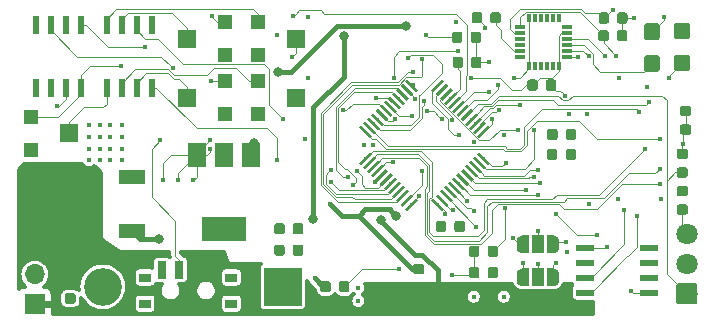
<source format=gbr>
G04 #@! TF.GenerationSoftware,KiCad,Pcbnew,5.1.0*
G04 #@! TF.CreationDate,2019-04-01T22:05:57-06:00*
G04 #@! TF.ProjectId,minisumo-FreeRTOS,6d696e69-7375-46d6-9f2d-467265655254,rev?*
G04 #@! TF.SameCoordinates,Original*
G04 #@! TF.FileFunction,Copper,L4,Bot*
G04 #@! TF.FilePolarity,Positive*
%FSLAX46Y46*%
G04 Gerber Fmt 4.6, Leading zero omitted, Abs format (unit mm)*
G04 Created by KiCad (PCBNEW 5.1.0) date 2019-04-01 22:05:57*
%MOMM*%
%LPD*%
G04 APERTURE LIST*
%ADD10C,0.100000*%
%ADD11C,0.875000*%
%ADD12C,1.350000*%
%ADD13R,0.850000X0.350000*%
%ADD14R,0.350000X0.800000*%
%ADD15R,3.200000X3.200000*%
%ADD16O,3.200000X3.200000*%
%ADD17R,2.200000X1.200000*%
%ADD18R,6.400000X5.800000*%
%ADD19R,0.700000X1.500000*%
%ADD20R,1.000000X0.800000*%
%ADD21R,3.800000X2.000000*%
%ADD22R,1.500000X2.000000*%
%ADD23C,0.250000*%
%ADD24C,1.800000*%
%ADD25R,1.550000X0.600000*%
%ADD26R,1.700000X1.700000*%
%ADD27O,1.700000X1.700000*%
%ADD28C,0.500000*%
%ADD29R,1.000000X1.500000*%
%ADD30R,1.200000X1.200000*%
%ADD31R,1.500000X1.600000*%
%ADD32R,0.600000X1.550000*%
%ADD33C,0.800000*%
%ADD34C,0.450000*%
%ADD35C,0.400000*%
%ADD36C,0.300000*%
G04 APERTURE END LIST*
D10*
G36*
X167102691Y-101026053D02*
G01*
X167123926Y-101029203D01*
X167144750Y-101034419D01*
X167164962Y-101041651D01*
X167184368Y-101050830D01*
X167202781Y-101061866D01*
X167220024Y-101074654D01*
X167235930Y-101089070D01*
X167250346Y-101104976D01*
X167263134Y-101122219D01*
X167274170Y-101140632D01*
X167283349Y-101160038D01*
X167290581Y-101180250D01*
X167295797Y-101201074D01*
X167298947Y-101222309D01*
X167300000Y-101243750D01*
X167300000Y-101681250D01*
X167298947Y-101702691D01*
X167295797Y-101723926D01*
X167290581Y-101744750D01*
X167283349Y-101764962D01*
X167274170Y-101784368D01*
X167263134Y-101802781D01*
X167250346Y-101820024D01*
X167235930Y-101835930D01*
X167220024Y-101850346D01*
X167202781Y-101863134D01*
X167184368Y-101874170D01*
X167164962Y-101883349D01*
X167144750Y-101890581D01*
X167123926Y-101895797D01*
X167102691Y-101898947D01*
X167081250Y-101900000D01*
X166568750Y-101900000D01*
X166547309Y-101898947D01*
X166526074Y-101895797D01*
X166505250Y-101890581D01*
X166485038Y-101883349D01*
X166465632Y-101874170D01*
X166447219Y-101863134D01*
X166429976Y-101850346D01*
X166414070Y-101835930D01*
X166399654Y-101820024D01*
X166386866Y-101802781D01*
X166375830Y-101784368D01*
X166366651Y-101764962D01*
X166359419Y-101744750D01*
X166354203Y-101723926D01*
X166351053Y-101702691D01*
X166350000Y-101681250D01*
X166350000Y-101243750D01*
X166351053Y-101222309D01*
X166354203Y-101201074D01*
X166359419Y-101180250D01*
X166366651Y-101160038D01*
X166375830Y-101140632D01*
X166386866Y-101122219D01*
X166399654Y-101104976D01*
X166414070Y-101089070D01*
X166429976Y-101074654D01*
X166447219Y-101061866D01*
X166465632Y-101050830D01*
X166485038Y-101041651D01*
X166505250Y-101034419D01*
X166526074Y-101029203D01*
X166547309Y-101026053D01*
X166568750Y-101025000D01*
X167081250Y-101025000D01*
X167102691Y-101026053D01*
X167102691Y-101026053D01*
G37*
D11*
X166825000Y-101462500D03*
D10*
G36*
X167102691Y-99451053D02*
G01*
X167123926Y-99454203D01*
X167144750Y-99459419D01*
X167164962Y-99466651D01*
X167184368Y-99475830D01*
X167202781Y-99486866D01*
X167220024Y-99499654D01*
X167235930Y-99514070D01*
X167250346Y-99529976D01*
X167263134Y-99547219D01*
X167274170Y-99565632D01*
X167283349Y-99585038D01*
X167290581Y-99605250D01*
X167295797Y-99626074D01*
X167298947Y-99647309D01*
X167300000Y-99668750D01*
X167300000Y-100106250D01*
X167298947Y-100127691D01*
X167295797Y-100148926D01*
X167290581Y-100169750D01*
X167283349Y-100189962D01*
X167274170Y-100209368D01*
X167263134Y-100227781D01*
X167250346Y-100245024D01*
X167235930Y-100260930D01*
X167220024Y-100275346D01*
X167202781Y-100288134D01*
X167184368Y-100299170D01*
X167164962Y-100308349D01*
X167144750Y-100315581D01*
X167123926Y-100320797D01*
X167102691Y-100323947D01*
X167081250Y-100325000D01*
X166568750Y-100325000D01*
X166547309Y-100323947D01*
X166526074Y-100320797D01*
X166505250Y-100315581D01*
X166485038Y-100308349D01*
X166465632Y-100299170D01*
X166447219Y-100288134D01*
X166429976Y-100275346D01*
X166414070Y-100260930D01*
X166399654Y-100245024D01*
X166386866Y-100227781D01*
X166375830Y-100209368D01*
X166366651Y-100189962D01*
X166359419Y-100169750D01*
X166354203Y-100148926D01*
X166351053Y-100127691D01*
X166350000Y-100106250D01*
X166350000Y-99668750D01*
X166351053Y-99647309D01*
X166354203Y-99626074D01*
X166359419Y-99605250D01*
X166366651Y-99585038D01*
X166375830Y-99565632D01*
X166386866Y-99547219D01*
X166399654Y-99529976D01*
X166414070Y-99514070D01*
X166429976Y-99499654D01*
X166447219Y-99486866D01*
X166465632Y-99475830D01*
X166485038Y-99466651D01*
X166505250Y-99459419D01*
X166526074Y-99454203D01*
X166547309Y-99451053D01*
X166568750Y-99450000D01*
X167081250Y-99450000D01*
X167102691Y-99451053D01*
X167102691Y-99451053D01*
G37*
D11*
X166825000Y-99887500D03*
D10*
G36*
X161977691Y-86276053D02*
G01*
X161998926Y-86279203D01*
X162019750Y-86284419D01*
X162039962Y-86291651D01*
X162059368Y-86300830D01*
X162077781Y-86311866D01*
X162095024Y-86324654D01*
X162110930Y-86339070D01*
X162125346Y-86354976D01*
X162138134Y-86372219D01*
X162149170Y-86390632D01*
X162158349Y-86410038D01*
X162165581Y-86430250D01*
X162170797Y-86451074D01*
X162173947Y-86472309D01*
X162175000Y-86493750D01*
X162175000Y-87006250D01*
X162173947Y-87027691D01*
X162170797Y-87048926D01*
X162165581Y-87069750D01*
X162158349Y-87089962D01*
X162149170Y-87109368D01*
X162138134Y-87127781D01*
X162125346Y-87145024D01*
X162110930Y-87160930D01*
X162095024Y-87175346D01*
X162077781Y-87188134D01*
X162059368Y-87199170D01*
X162039962Y-87208349D01*
X162019750Y-87215581D01*
X161998926Y-87220797D01*
X161977691Y-87223947D01*
X161956250Y-87225000D01*
X161518750Y-87225000D01*
X161497309Y-87223947D01*
X161476074Y-87220797D01*
X161455250Y-87215581D01*
X161435038Y-87208349D01*
X161415632Y-87199170D01*
X161397219Y-87188134D01*
X161379976Y-87175346D01*
X161364070Y-87160930D01*
X161349654Y-87145024D01*
X161336866Y-87127781D01*
X161325830Y-87109368D01*
X161316651Y-87089962D01*
X161309419Y-87069750D01*
X161304203Y-87048926D01*
X161301053Y-87027691D01*
X161300000Y-87006250D01*
X161300000Y-86493750D01*
X161301053Y-86472309D01*
X161304203Y-86451074D01*
X161309419Y-86430250D01*
X161316651Y-86410038D01*
X161325830Y-86390632D01*
X161336866Y-86372219D01*
X161349654Y-86354976D01*
X161364070Y-86339070D01*
X161379976Y-86324654D01*
X161397219Y-86311866D01*
X161415632Y-86300830D01*
X161435038Y-86291651D01*
X161455250Y-86284419D01*
X161476074Y-86279203D01*
X161497309Y-86276053D01*
X161518750Y-86275000D01*
X161956250Y-86275000D01*
X161977691Y-86276053D01*
X161977691Y-86276053D01*
G37*
D11*
X161737500Y-86750000D03*
D10*
G36*
X160402691Y-86276053D02*
G01*
X160423926Y-86279203D01*
X160444750Y-86284419D01*
X160464962Y-86291651D01*
X160484368Y-86300830D01*
X160502781Y-86311866D01*
X160520024Y-86324654D01*
X160535930Y-86339070D01*
X160550346Y-86354976D01*
X160563134Y-86372219D01*
X160574170Y-86390632D01*
X160583349Y-86410038D01*
X160590581Y-86430250D01*
X160595797Y-86451074D01*
X160598947Y-86472309D01*
X160600000Y-86493750D01*
X160600000Y-87006250D01*
X160598947Y-87027691D01*
X160595797Y-87048926D01*
X160590581Y-87069750D01*
X160583349Y-87089962D01*
X160574170Y-87109368D01*
X160563134Y-87127781D01*
X160550346Y-87145024D01*
X160535930Y-87160930D01*
X160520024Y-87175346D01*
X160502781Y-87188134D01*
X160484368Y-87199170D01*
X160464962Y-87208349D01*
X160444750Y-87215581D01*
X160423926Y-87220797D01*
X160402691Y-87223947D01*
X160381250Y-87225000D01*
X159943750Y-87225000D01*
X159922309Y-87223947D01*
X159901074Y-87220797D01*
X159880250Y-87215581D01*
X159860038Y-87208349D01*
X159840632Y-87199170D01*
X159822219Y-87188134D01*
X159804976Y-87175346D01*
X159789070Y-87160930D01*
X159774654Y-87145024D01*
X159761866Y-87127781D01*
X159750830Y-87109368D01*
X159741651Y-87089962D01*
X159734419Y-87069750D01*
X159729203Y-87048926D01*
X159726053Y-87027691D01*
X159725000Y-87006250D01*
X159725000Y-86493750D01*
X159726053Y-86472309D01*
X159729203Y-86451074D01*
X159734419Y-86430250D01*
X159741651Y-86410038D01*
X159750830Y-86390632D01*
X159761866Y-86372219D01*
X159774654Y-86354976D01*
X159789070Y-86339070D01*
X159804976Y-86324654D01*
X159822219Y-86311866D01*
X159840632Y-86300830D01*
X159860038Y-86291651D01*
X159880250Y-86284419D01*
X159901074Y-86279203D01*
X159922309Y-86276053D01*
X159943750Y-86275000D01*
X160381250Y-86275000D01*
X160402691Y-86276053D01*
X160402691Y-86276053D01*
G37*
D11*
X160162500Y-86750000D03*
D10*
G36*
X161990191Y-84776053D02*
G01*
X162011426Y-84779203D01*
X162032250Y-84784419D01*
X162052462Y-84791651D01*
X162071868Y-84800830D01*
X162090281Y-84811866D01*
X162107524Y-84824654D01*
X162123430Y-84839070D01*
X162137846Y-84854976D01*
X162150634Y-84872219D01*
X162161670Y-84890632D01*
X162170849Y-84910038D01*
X162178081Y-84930250D01*
X162183297Y-84951074D01*
X162186447Y-84972309D01*
X162187500Y-84993750D01*
X162187500Y-85506250D01*
X162186447Y-85527691D01*
X162183297Y-85548926D01*
X162178081Y-85569750D01*
X162170849Y-85589962D01*
X162161670Y-85609368D01*
X162150634Y-85627781D01*
X162137846Y-85645024D01*
X162123430Y-85660930D01*
X162107524Y-85675346D01*
X162090281Y-85688134D01*
X162071868Y-85699170D01*
X162052462Y-85708349D01*
X162032250Y-85715581D01*
X162011426Y-85720797D01*
X161990191Y-85723947D01*
X161968750Y-85725000D01*
X161531250Y-85725000D01*
X161509809Y-85723947D01*
X161488574Y-85720797D01*
X161467750Y-85715581D01*
X161447538Y-85708349D01*
X161428132Y-85699170D01*
X161409719Y-85688134D01*
X161392476Y-85675346D01*
X161376570Y-85660930D01*
X161362154Y-85645024D01*
X161349366Y-85627781D01*
X161338330Y-85609368D01*
X161329151Y-85589962D01*
X161321919Y-85569750D01*
X161316703Y-85548926D01*
X161313553Y-85527691D01*
X161312500Y-85506250D01*
X161312500Y-84993750D01*
X161313553Y-84972309D01*
X161316703Y-84951074D01*
X161321919Y-84930250D01*
X161329151Y-84910038D01*
X161338330Y-84890632D01*
X161349366Y-84872219D01*
X161362154Y-84854976D01*
X161376570Y-84839070D01*
X161392476Y-84824654D01*
X161409719Y-84811866D01*
X161428132Y-84800830D01*
X161447538Y-84791651D01*
X161467750Y-84784419D01*
X161488574Y-84779203D01*
X161509809Y-84776053D01*
X161531250Y-84775000D01*
X161968750Y-84775000D01*
X161990191Y-84776053D01*
X161990191Y-84776053D01*
G37*
D11*
X161750000Y-85250000D03*
D10*
G36*
X160415191Y-84776053D02*
G01*
X160436426Y-84779203D01*
X160457250Y-84784419D01*
X160477462Y-84791651D01*
X160496868Y-84800830D01*
X160515281Y-84811866D01*
X160532524Y-84824654D01*
X160548430Y-84839070D01*
X160562846Y-84854976D01*
X160575634Y-84872219D01*
X160586670Y-84890632D01*
X160595849Y-84910038D01*
X160603081Y-84930250D01*
X160608297Y-84951074D01*
X160611447Y-84972309D01*
X160612500Y-84993750D01*
X160612500Y-85506250D01*
X160611447Y-85527691D01*
X160608297Y-85548926D01*
X160603081Y-85569750D01*
X160595849Y-85589962D01*
X160586670Y-85609368D01*
X160575634Y-85627781D01*
X160562846Y-85645024D01*
X160548430Y-85660930D01*
X160532524Y-85675346D01*
X160515281Y-85688134D01*
X160496868Y-85699170D01*
X160477462Y-85708349D01*
X160457250Y-85715581D01*
X160436426Y-85720797D01*
X160415191Y-85723947D01*
X160393750Y-85725000D01*
X159956250Y-85725000D01*
X159934809Y-85723947D01*
X159913574Y-85720797D01*
X159892750Y-85715581D01*
X159872538Y-85708349D01*
X159853132Y-85699170D01*
X159834719Y-85688134D01*
X159817476Y-85675346D01*
X159801570Y-85660930D01*
X159787154Y-85645024D01*
X159774366Y-85627781D01*
X159763330Y-85609368D01*
X159754151Y-85589962D01*
X159746919Y-85569750D01*
X159741703Y-85548926D01*
X159738553Y-85527691D01*
X159737500Y-85506250D01*
X159737500Y-84993750D01*
X159738553Y-84972309D01*
X159741703Y-84951074D01*
X159746919Y-84930250D01*
X159754151Y-84910038D01*
X159763330Y-84890632D01*
X159774366Y-84872219D01*
X159787154Y-84854976D01*
X159801570Y-84839070D01*
X159817476Y-84824654D01*
X159834719Y-84811866D01*
X159853132Y-84800830D01*
X159872538Y-84791651D01*
X159892750Y-84784419D01*
X159913574Y-84779203D01*
X159934809Y-84776053D01*
X159956250Y-84775000D01*
X160393750Y-84775000D01*
X160415191Y-84776053D01*
X160415191Y-84776053D01*
G37*
D11*
X160175000Y-85250000D03*
D10*
G36*
X154377691Y-90451053D02*
G01*
X154398926Y-90454203D01*
X154419750Y-90459419D01*
X154439962Y-90466651D01*
X154459368Y-90475830D01*
X154477781Y-90486866D01*
X154495024Y-90499654D01*
X154510930Y-90514070D01*
X154525346Y-90529976D01*
X154538134Y-90547219D01*
X154549170Y-90565632D01*
X154558349Y-90585038D01*
X154565581Y-90605250D01*
X154570797Y-90626074D01*
X154573947Y-90647309D01*
X154575000Y-90668750D01*
X154575000Y-91181250D01*
X154573947Y-91202691D01*
X154570797Y-91223926D01*
X154565581Y-91244750D01*
X154558349Y-91264962D01*
X154549170Y-91284368D01*
X154538134Y-91302781D01*
X154525346Y-91320024D01*
X154510930Y-91335930D01*
X154495024Y-91350346D01*
X154477781Y-91363134D01*
X154459368Y-91374170D01*
X154439962Y-91383349D01*
X154419750Y-91390581D01*
X154398926Y-91395797D01*
X154377691Y-91398947D01*
X154356250Y-91400000D01*
X153918750Y-91400000D01*
X153897309Y-91398947D01*
X153876074Y-91395797D01*
X153855250Y-91390581D01*
X153835038Y-91383349D01*
X153815632Y-91374170D01*
X153797219Y-91363134D01*
X153779976Y-91350346D01*
X153764070Y-91335930D01*
X153749654Y-91320024D01*
X153736866Y-91302781D01*
X153725830Y-91284368D01*
X153716651Y-91264962D01*
X153709419Y-91244750D01*
X153704203Y-91223926D01*
X153701053Y-91202691D01*
X153700000Y-91181250D01*
X153700000Y-90668750D01*
X153701053Y-90647309D01*
X153704203Y-90626074D01*
X153709419Y-90605250D01*
X153716651Y-90585038D01*
X153725830Y-90565632D01*
X153736866Y-90547219D01*
X153749654Y-90529976D01*
X153764070Y-90514070D01*
X153779976Y-90499654D01*
X153797219Y-90486866D01*
X153815632Y-90475830D01*
X153835038Y-90466651D01*
X153855250Y-90459419D01*
X153876074Y-90454203D01*
X153897309Y-90451053D01*
X153918750Y-90450000D01*
X154356250Y-90450000D01*
X154377691Y-90451053D01*
X154377691Y-90451053D01*
G37*
D11*
X154137500Y-90925000D03*
D10*
G36*
X155952691Y-90451053D02*
G01*
X155973926Y-90454203D01*
X155994750Y-90459419D01*
X156014962Y-90466651D01*
X156034368Y-90475830D01*
X156052781Y-90486866D01*
X156070024Y-90499654D01*
X156085930Y-90514070D01*
X156100346Y-90529976D01*
X156113134Y-90547219D01*
X156124170Y-90565632D01*
X156133349Y-90585038D01*
X156140581Y-90605250D01*
X156145797Y-90626074D01*
X156148947Y-90647309D01*
X156150000Y-90668750D01*
X156150000Y-91181250D01*
X156148947Y-91202691D01*
X156145797Y-91223926D01*
X156140581Y-91244750D01*
X156133349Y-91264962D01*
X156124170Y-91284368D01*
X156113134Y-91302781D01*
X156100346Y-91320024D01*
X156085930Y-91335930D01*
X156070024Y-91350346D01*
X156052781Y-91363134D01*
X156034368Y-91374170D01*
X156014962Y-91383349D01*
X155994750Y-91390581D01*
X155973926Y-91395797D01*
X155952691Y-91398947D01*
X155931250Y-91400000D01*
X155493750Y-91400000D01*
X155472309Y-91398947D01*
X155451074Y-91395797D01*
X155430250Y-91390581D01*
X155410038Y-91383349D01*
X155390632Y-91374170D01*
X155372219Y-91363134D01*
X155354976Y-91350346D01*
X155339070Y-91335930D01*
X155324654Y-91320024D01*
X155311866Y-91302781D01*
X155300830Y-91284368D01*
X155291651Y-91264962D01*
X155284419Y-91244750D01*
X155279203Y-91223926D01*
X155276053Y-91202691D01*
X155275000Y-91181250D01*
X155275000Y-90668750D01*
X155276053Y-90647309D01*
X155279203Y-90626074D01*
X155284419Y-90605250D01*
X155291651Y-90585038D01*
X155300830Y-90565632D01*
X155311866Y-90547219D01*
X155324654Y-90529976D01*
X155339070Y-90514070D01*
X155354976Y-90499654D01*
X155372219Y-90486866D01*
X155390632Y-90475830D01*
X155410038Y-90466651D01*
X155430250Y-90459419D01*
X155451074Y-90454203D01*
X155472309Y-90451053D01*
X155493750Y-90450000D01*
X155931250Y-90450000D01*
X155952691Y-90451053D01*
X155952691Y-90451053D01*
G37*
D11*
X155712500Y-90925000D03*
D10*
G36*
X167249505Y-88351204D02*
G01*
X167273773Y-88354804D01*
X167297572Y-88360765D01*
X167320671Y-88369030D01*
X167342850Y-88379520D01*
X167363893Y-88392132D01*
X167383599Y-88406747D01*
X167401777Y-88423223D01*
X167418253Y-88441401D01*
X167432868Y-88461107D01*
X167445480Y-88482150D01*
X167455970Y-88504329D01*
X167464235Y-88527428D01*
X167470196Y-88551227D01*
X167473796Y-88575495D01*
X167475000Y-88599999D01*
X167475000Y-89500001D01*
X167473796Y-89524505D01*
X167470196Y-89548773D01*
X167464235Y-89572572D01*
X167455970Y-89595671D01*
X167445480Y-89617850D01*
X167432868Y-89638893D01*
X167418253Y-89658599D01*
X167401777Y-89676777D01*
X167383599Y-89693253D01*
X167363893Y-89707868D01*
X167342850Y-89720480D01*
X167320671Y-89730970D01*
X167297572Y-89739235D01*
X167273773Y-89745196D01*
X167249505Y-89748796D01*
X167225001Y-89750000D01*
X166374999Y-89750000D01*
X166350495Y-89748796D01*
X166326227Y-89745196D01*
X166302428Y-89739235D01*
X166279329Y-89730970D01*
X166257150Y-89720480D01*
X166236107Y-89707868D01*
X166216401Y-89693253D01*
X166198223Y-89676777D01*
X166181747Y-89658599D01*
X166167132Y-89638893D01*
X166154520Y-89617850D01*
X166144030Y-89595671D01*
X166135765Y-89572572D01*
X166129804Y-89548773D01*
X166126204Y-89524505D01*
X166125000Y-89500001D01*
X166125000Y-88599999D01*
X166126204Y-88575495D01*
X166129804Y-88551227D01*
X166135765Y-88527428D01*
X166144030Y-88504329D01*
X166154520Y-88482150D01*
X166167132Y-88461107D01*
X166181747Y-88441401D01*
X166198223Y-88423223D01*
X166216401Y-88406747D01*
X166236107Y-88392132D01*
X166257150Y-88379520D01*
X166279329Y-88369030D01*
X166302428Y-88360765D01*
X166326227Y-88354804D01*
X166350495Y-88351204D01*
X166374999Y-88350000D01*
X167225001Y-88350000D01*
X167249505Y-88351204D01*
X167249505Y-88351204D01*
G37*
D12*
X166800000Y-89050000D03*
D10*
G36*
X167249505Y-85651204D02*
G01*
X167273773Y-85654804D01*
X167297572Y-85660765D01*
X167320671Y-85669030D01*
X167342850Y-85679520D01*
X167363893Y-85692132D01*
X167383599Y-85706747D01*
X167401777Y-85723223D01*
X167418253Y-85741401D01*
X167432868Y-85761107D01*
X167445480Y-85782150D01*
X167455970Y-85804329D01*
X167464235Y-85827428D01*
X167470196Y-85851227D01*
X167473796Y-85875495D01*
X167475000Y-85899999D01*
X167475000Y-86800001D01*
X167473796Y-86824505D01*
X167470196Y-86848773D01*
X167464235Y-86872572D01*
X167455970Y-86895671D01*
X167445480Y-86917850D01*
X167432868Y-86938893D01*
X167418253Y-86958599D01*
X167401777Y-86976777D01*
X167383599Y-86993253D01*
X167363893Y-87007868D01*
X167342850Y-87020480D01*
X167320671Y-87030970D01*
X167297572Y-87039235D01*
X167273773Y-87045196D01*
X167249505Y-87048796D01*
X167225001Y-87050000D01*
X166374999Y-87050000D01*
X166350495Y-87048796D01*
X166326227Y-87045196D01*
X166302428Y-87039235D01*
X166279329Y-87030970D01*
X166257150Y-87020480D01*
X166236107Y-87007868D01*
X166216401Y-86993253D01*
X166198223Y-86976777D01*
X166181747Y-86958599D01*
X166167132Y-86938893D01*
X166154520Y-86917850D01*
X166144030Y-86895671D01*
X166135765Y-86872572D01*
X166129804Y-86848773D01*
X166126204Y-86824505D01*
X166125000Y-86800001D01*
X166125000Y-85899999D01*
X166126204Y-85875495D01*
X166129804Y-85851227D01*
X166135765Y-85827428D01*
X166144030Y-85804329D01*
X166154520Y-85782150D01*
X166167132Y-85761107D01*
X166181747Y-85741401D01*
X166198223Y-85723223D01*
X166216401Y-85706747D01*
X166236107Y-85692132D01*
X166257150Y-85679520D01*
X166279329Y-85669030D01*
X166302428Y-85660765D01*
X166326227Y-85654804D01*
X166350495Y-85651204D01*
X166374999Y-85650000D01*
X167225001Y-85650000D01*
X167249505Y-85651204D01*
X167249505Y-85651204D01*
G37*
D12*
X166800000Y-86350000D03*
D10*
G36*
X149677691Y-84751053D02*
G01*
X149698926Y-84754203D01*
X149719750Y-84759419D01*
X149739962Y-84766651D01*
X149759368Y-84775830D01*
X149777781Y-84786866D01*
X149795024Y-84799654D01*
X149810930Y-84814070D01*
X149825346Y-84829976D01*
X149838134Y-84847219D01*
X149849170Y-84865632D01*
X149858349Y-84885038D01*
X149865581Y-84905250D01*
X149870797Y-84926074D01*
X149873947Y-84947309D01*
X149875000Y-84968750D01*
X149875000Y-85481250D01*
X149873947Y-85502691D01*
X149870797Y-85523926D01*
X149865581Y-85544750D01*
X149858349Y-85564962D01*
X149849170Y-85584368D01*
X149838134Y-85602781D01*
X149825346Y-85620024D01*
X149810930Y-85635930D01*
X149795024Y-85650346D01*
X149777781Y-85663134D01*
X149759368Y-85674170D01*
X149739962Y-85683349D01*
X149719750Y-85690581D01*
X149698926Y-85695797D01*
X149677691Y-85698947D01*
X149656250Y-85700000D01*
X149218750Y-85700000D01*
X149197309Y-85698947D01*
X149176074Y-85695797D01*
X149155250Y-85690581D01*
X149135038Y-85683349D01*
X149115632Y-85674170D01*
X149097219Y-85663134D01*
X149079976Y-85650346D01*
X149064070Y-85635930D01*
X149049654Y-85620024D01*
X149036866Y-85602781D01*
X149025830Y-85584368D01*
X149016651Y-85564962D01*
X149009419Y-85544750D01*
X149004203Y-85523926D01*
X149001053Y-85502691D01*
X149000000Y-85481250D01*
X149000000Y-84968750D01*
X149001053Y-84947309D01*
X149004203Y-84926074D01*
X149009419Y-84905250D01*
X149016651Y-84885038D01*
X149025830Y-84865632D01*
X149036866Y-84847219D01*
X149049654Y-84829976D01*
X149064070Y-84814070D01*
X149079976Y-84799654D01*
X149097219Y-84786866D01*
X149115632Y-84775830D01*
X149135038Y-84766651D01*
X149155250Y-84759419D01*
X149176074Y-84754203D01*
X149197309Y-84751053D01*
X149218750Y-84750000D01*
X149656250Y-84750000D01*
X149677691Y-84751053D01*
X149677691Y-84751053D01*
G37*
D11*
X149437500Y-85225000D03*
D10*
G36*
X151252691Y-84751053D02*
G01*
X151273926Y-84754203D01*
X151294750Y-84759419D01*
X151314962Y-84766651D01*
X151334368Y-84775830D01*
X151352781Y-84786866D01*
X151370024Y-84799654D01*
X151385930Y-84814070D01*
X151400346Y-84829976D01*
X151413134Y-84847219D01*
X151424170Y-84865632D01*
X151433349Y-84885038D01*
X151440581Y-84905250D01*
X151445797Y-84926074D01*
X151448947Y-84947309D01*
X151450000Y-84968750D01*
X151450000Y-85481250D01*
X151448947Y-85502691D01*
X151445797Y-85523926D01*
X151440581Y-85544750D01*
X151433349Y-85564962D01*
X151424170Y-85584368D01*
X151413134Y-85602781D01*
X151400346Y-85620024D01*
X151385930Y-85635930D01*
X151370024Y-85650346D01*
X151352781Y-85663134D01*
X151334368Y-85674170D01*
X151314962Y-85683349D01*
X151294750Y-85690581D01*
X151273926Y-85695797D01*
X151252691Y-85698947D01*
X151231250Y-85700000D01*
X150793750Y-85700000D01*
X150772309Y-85698947D01*
X150751074Y-85695797D01*
X150730250Y-85690581D01*
X150710038Y-85683349D01*
X150690632Y-85674170D01*
X150672219Y-85663134D01*
X150654976Y-85650346D01*
X150639070Y-85635930D01*
X150624654Y-85620024D01*
X150611866Y-85602781D01*
X150600830Y-85584368D01*
X150591651Y-85564962D01*
X150584419Y-85544750D01*
X150579203Y-85523926D01*
X150576053Y-85502691D01*
X150575000Y-85481250D01*
X150575000Y-84968750D01*
X150576053Y-84947309D01*
X150579203Y-84926074D01*
X150584419Y-84905250D01*
X150591651Y-84885038D01*
X150600830Y-84865632D01*
X150611866Y-84847219D01*
X150624654Y-84829976D01*
X150639070Y-84814070D01*
X150654976Y-84799654D01*
X150672219Y-84786866D01*
X150690632Y-84775830D01*
X150710038Y-84766651D01*
X150730250Y-84759419D01*
X150751074Y-84754203D01*
X150772309Y-84751053D01*
X150793750Y-84750000D01*
X151231250Y-84750000D01*
X151252691Y-84751053D01*
X151252691Y-84751053D01*
G37*
D11*
X151012500Y-85225000D03*
D10*
G36*
X164699505Y-85701204D02*
G01*
X164723773Y-85704804D01*
X164747572Y-85710765D01*
X164770671Y-85719030D01*
X164792850Y-85729520D01*
X164813893Y-85742132D01*
X164833599Y-85756747D01*
X164851777Y-85773223D01*
X164868253Y-85791401D01*
X164882868Y-85811107D01*
X164895480Y-85832150D01*
X164905970Y-85854329D01*
X164914235Y-85877428D01*
X164920196Y-85901227D01*
X164923796Y-85925495D01*
X164925000Y-85949999D01*
X164925000Y-86850001D01*
X164923796Y-86874505D01*
X164920196Y-86898773D01*
X164914235Y-86922572D01*
X164905970Y-86945671D01*
X164895480Y-86967850D01*
X164882868Y-86988893D01*
X164868253Y-87008599D01*
X164851777Y-87026777D01*
X164833599Y-87043253D01*
X164813893Y-87057868D01*
X164792850Y-87070480D01*
X164770671Y-87080970D01*
X164747572Y-87089235D01*
X164723773Y-87095196D01*
X164699505Y-87098796D01*
X164675001Y-87100000D01*
X163824999Y-87100000D01*
X163800495Y-87098796D01*
X163776227Y-87095196D01*
X163752428Y-87089235D01*
X163729329Y-87080970D01*
X163707150Y-87070480D01*
X163686107Y-87057868D01*
X163666401Y-87043253D01*
X163648223Y-87026777D01*
X163631747Y-87008599D01*
X163617132Y-86988893D01*
X163604520Y-86967850D01*
X163594030Y-86945671D01*
X163585765Y-86922572D01*
X163579804Y-86898773D01*
X163576204Y-86874505D01*
X163575000Y-86850001D01*
X163575000Y-85949999D01*
X163576204Y-85925495D01*
X163579804Y-85901227D01*
X163585765Y-85877428D01*
X163594030Y-85854329D01*
X163604520Y-85832150D01*
X163617132Y-85811107D01*
X163631747Y-85791401D01*
X163648223Y-85773223D01*
X163666401Y-85756747D01*
X163686107Y-85742132D01*
X163707150Y-85729520D01*
X163729329Y-85719030D01*
X163752428Y-85710765D01*
X163776227Y-85704804D01*
X163800495Y-85701204D01*
X163824999Y-85700000D01*
X164675001Y-85700000D01*
X164699505Y-85701204D01*
X164699505Y-85701204D01*
G37*
D12*
X164250000Y-86400000D03*
D10*
G36*
X164699505Y-88401204D02*
G01*
X164723773Y-88404804D01*
X164747572Y-88410765D01*
X164770671Y-88419030D01*
X164792850Y-88429520D01*
X164813893Y-88442132D01*
X164833599Y-88456747D01*
X164851777Y-88473223D01*
X164868253Y-88491401D01*
X164882868Y-88511107D01*
X164895480Y-88532150D01*
X164905970Y-88554329D01*
X164914235Y-88577428D01*
X164920196Y-88601227D01*
X164923796Y-88625495D01*
X164925000Y-88649999D01*
X164925000Y-89550001D01*
X164923796Y-89574505D01*
X164920196Y-89598773D01*
X164914235Y-89622572D01*
X164905970Y-89645671D01*
X164895480Y-89667850D01*
X164882868Y-89688893D01*
X164868253Y-89708599D01*
X164851777Y-89726777D01*
X164833599Y-89743253D01*
X164813893Y-89757868D01*
X164792850Y-89770480D01*
X164770671Y-89780970D01*
X164747572Y-89789235D01*
X164723773Y-89795196D01*
X164699505Y-89798796D01*
X164675001Y-89800000D01*
X163824999Y-89800000D01*
X163800495Y-89798796D01*
X163776227Y-89795196D01*
X163752428Y-89789235D01*
X163729329Y-89780970D01*
X163707150Y-89770480D01*
X163686107Y-89757868D01*
X163666401Y-89743253D01*
X163648223Y-89726777D01*
X163631747Y-89708599D01*
X163617132Y-89688893D01*
X163604520Y-89667850D01*
X163594030Y-89645671D01*
X163585765Y-89622572D01*
X163579804Y-89598773D01*
X163576204Y-89574505D01*
X163575000Y-89550001D01*
X163575000Y-88649999D01*
X163576204Y-88625495D01*
X163579804Y-88601227D01*
X163585765Y-88577428D01*
X163594030Y-88554329D01*
X163604520Y-88532150D01*
X163617132Y-88511107D01*
X163631747Y-88491401D01*
X163648223Y-88473223D01*
X163666401Y-88456747D01*
X163686107Y-88442132D01*
X163707150Y-88429520D01*
X163729329Y-88419030D01*
X163752428Y-88410765D01*
X163776227Y-88404804D01*
X163800495Y-88401204D01*
X163824999Y-88400000D01*
X164675001Y-88400000D01*
X164699505Y-88401204D01*
X164699505Y-88401204D01*
G37*
D12*
X164250000Y-89100000D03*
D13*
X153100000Y-86025000D03*
X153100000Y-86525000D03*
X153100000Y-88525000D03*
X153100000Y-88025000D03*
X153100000Y-87525000D03*
X153100000Y-87025000D03*
X157100000Y-88525000D03*
X157100000Y-88025000D03*
X157100000Y-87525000D03*
X157100000Y-86025000D03*
X157100000Y-86525000D03*
X157100000Y-87025000D03*
D14*
X156350000Y-89275000D03*
X155850000Y-89275000D03*
X155350000Y-89275000D03*
X153850000Y-89275000D03*
X154350000Y-89275000D03*
X154850000Y-89275000D03*
X153850000Y-85275000D03*
X154350000Y-85275000D03*
X156350000Y-85275000D03*
X155850000Y-85275000D03*
X155350000Y-85275000D03*
X154850000Y-85275000D03*
D10*
G36*
X115277691Y-106988553D02*
G01*
X115298926Y-106991703D01*
X115319750Y-106996919D01*
X115339962Y-107004151D01*
X115359368Y-107013330D01*
X115377781Y-107024366D01*
X115395024Y-107037154D01*
X115410930Y-107051570D01*
X115425346Y-107067476D01*
X115438134Y-107084719D01*
X115449170Y-107103132D01*
X115458349Y-107122538D01*
X115465581Y-107142750D01*
X115470797Y-107163574D01*
X115473947Y-107184809D01*
X115475000Y-107206250D01*
X115475000Y-107643750D01*
X115473947Y-107665191D01*
X115470797Y-107686426D01*
X115465581Y-107707250D01*
X115458349Y-107727462D01*
X115449170Y-107746868D01*
X115438134Y-107765281D01*
X115425346Y-107782524D01*
X115410930Y-107798430D01*
X115395024Y-107812846D01*
X115377781Y-107825634D01*
X115359368Y-107836670D01*
X115339962Y-107845849D01*
X115319750Y-107853081D01*
X115298926Y-107858297D01*
X115277691Y-107861447D01*
X115256250Y-107862500D01*
X114743750Y-107862500D01*
X114722309Y-107861447D01*
X114701074Y-107858297D01*
X114680250Y-107853081D01*
X114660038Y-107845849D01*
X114640632Y-107836670D01*
X114622219Y-107825634D01*
X114604976Y-107812846D01*
X114589070Y-107798430D01*
X114574654Y-107782524D01*
X114561866Y-107765281D01*
X114550830Y-107746868D01*
X114541651Y-107727462D01*
X114534419Y-107707250D01*
X114529203Y-107686426D01*
X114526053Y-107665191D01*
X114525000Y-107643750D01*
X114525000Y-107206250D01*
X114526053Y-107184809D01*
X114529203Y-107163574D01*
X114534419Y-107142750D01*
X114541651Y-107122538D01*
X114550830Y-107103132D01*
X114561866Y-107084719D01*
X114574654Y-107067476D01*
X114589070Y-107051570D01*
X114604976Y-107037154D01*
X114622219Y-107024366D01*
X114640632Y-107013330D01*
X114660038Y-107004151D01*
X114680250Y-106996919D01*
X114701074Y-106991703D01*
X114722309Y-106988553D01*
X114743750Y-106987500D01*
X115256250Y-106987500D01*
X115277691Y-106988553D01*
X115277691Y-106988553D01*
G37*
D11*
X115000000Y-107425000D03*
D10*
G36*
X115277691Y-108563553D02*
G01*
X115298926Y-108566703D01*
X115319750Y-108571919D01*
X115339962Y-108579151D01*
X115359368Y-108588330D01*
X115377781Y-108599366D01*
X115395024Y-108612154D01*
X115410930Y-108626570D01*
X115425346Y-108642476D01*
X115438134Y-108659719D01*
X115449170Y-108678132D01*
X115458349Y-108697538D01*
X115465581Y-108717750D01*
X115470797Y-108738574D01*
X115473947Y-108759809D01*
X115475000Y-108781250D01*
X115475000Y-109218750D01*
X115473947Y-109240191D01*
X115470797Y-109261426D01*
X115465581Y-109282250D01*
X115458349Y-109302462D01*
X115449170Y-109321868D01*
X115438134Y-109340281D01*
X115425346Y-109357524D01*
X115410930Y-109373430D01*
X115395024Y-109387846D01*
X115377781Y-109400634D01*
X115359368Y-109411670D01*
X115339962Y-109420849D01*
X115319750Y-109428081D01*
X115298926Y-109433297D01*
X115277691Y-109436447D01*
X115256250Y-109437500D01*
X114743750Y-109437500D01*
X114722309Y-109436447D01*
X114701074Y-109433297D01*
X114680250Y-109428081D01*
X114660038Y-109420849D01*
X114640632Y-109411670D01*
X114622219Y-109400634D01*
X114604976Y-109387846D01*
X114589070Y-109373430D01*
X114574654Y-109357524D01*
X114561866Y-109340281D01*
X114550830Y-109321868D01*
X114541651Y-109302462D01*
X114534419Y-109282250D01*
X114529203Y-109261426D01*
X114526053Y-109240191D01*
X114525000Y-109218750D01*
X114525000Y-108781250D01*
X114526053Y-108759809D01*
X114529203Y-108738574D01*
X114534419Y-108717750D01*
X114541651Y-108697538D01*
X114550830Y-108678132D01*
X114561866Y-108659719D01*
X114574654Y-108642476D01*
X114589070Y-108626570D01*
X114604976Y-108612154D01*
X114622219Y-108599366D01*
X114640632Y-108588330D01*
X114660038Y-108579151D01*
X114680250Y-108571919D01*
X114701074Y-108566703D01*
X114722309Y-108563553D01*
X114743750Y-108562500D01*
X115256250Y-108562500D01*
X115277691Y-108563553D01*
X115277691Y-108563553D01*
G37*
D11*
X115000000Y-109000000D03*
D10*
G36*
X138440191Y-107526053D02*
G01*
X138461426Y-107529203D01*
X138482250Y-107534419D01*
X138502462Y-107541651D01*
X138521868Y-107550830D01*
X138540281Y-107561866D01*
X138557524Y-107574654D01*
X138573430Y-107589070D01*
X138587846Y-107604976D01*
X138600634Y-107622219D01*
X138611670Y-107640632D01*
X138620849Y-107660038D01*
X138628081Y-107680250D01*
X138633297Y-107701074D01*
X138636447Y-107722309D01*
X138637500Y-107743750D01*
X138637500Y-108256250D01*
X138636447Y-108277691D01*
X138633297Y-108298926D01*
X138628081Y-108319750D01*
X138620849Y-108339962D01*
X138611670Y-108359368D01*
X138600634Y-108377781D01*
X138587846Y-108395024D01*
X138573430Y-108410930D01*
X138557524Y-108425346D01*
X138540281Y-108438134D01*
X138521868Y-108449170D01*
X138502462Y-108458349D01*
X138482250Y-108465581D01*
X138461426Y-108470797D01*
X138440191Y-108473947D01*
X138418750Y-108475000D01*
X137981250Y-108475000D01*
X137959809Y-108473947D01*
X137938574Y-108470797D01*
X137917750Y-108465581D01*
X137897538Y-108458349D01*
X137878132Y-108449170D01*
X137859719Y-108438134D01*
X137842476Y-108425346D01*
X137826570Y-108410930D01*
X137812154Y-108395024D01*
X137799366Y-108377781D01*
X137788330Y-108359368D01*
X137779151Y-108339962D01*
X137771919Y-108319750D01*
X137766703Y-108298926D01*
X137763553Y-108277691D01*
X137762500Y-108256250D01*
X137762500Y-107743750D01*
X137763553Y-107722309D01*
X137766703Y-107701074D01*
X137771919Y-107680250D01*
X137779151Y-107660038D01*
X137788330Y-107640632D01*
X137799366Y-107622219D01*
X137812154Y-107604976D01*
X137826570Y-107589070D01*
X137842476Y-107574654D01*
X137859719Y-107561866D01*
X137878132Y-107550830D01*
X137897538Y-107541651D01*
X137917750Y-107534419D01*
X137938574Y-107529203D01*
X137959809Y-107526053D01*
X137981250Y-107525000D01*
X138418750Y-107525000D01*
X138440191Y-107526053D01*
X138440191Y-107526053D01*
G37*
D11*
X138200000Y-108000000D03*
D10*
G36*
X136865191Y-107526053D02*
G01*
X136886426Y-107529203D01*
X136907250Y-107534419D01*
X136927462Y-107541651D01*
X136946868Y-107550830D01*
X136965281Y-107561866D01*
X136982524Y-107574654D01*
X136998430Y-107589070D01*
X137012846Y-107604976D01*
X137025634Y-107622219D01*
X137036670Y-107640632D01*
X137045849Y-107660038D01*
X137053081Y-107680250D01*
X137058297Y-107701074D01*
X137061447Y-107722309D01*
X137062500Y-107743750D01*
X137062500Y-108256250D01*
X137061447Y-108277691D01*
X137058297Y-108298926D01*
X137053081Y-108319750D01*
X137045849Y-108339962D01*
X137036670Y-108359368D01*
X137025634Y-108377781D01*
X137012846Y-108395024D01*
X136998430Y-108410930D01*
X136982524Y-108425346D01*
X136965281Y-108438134D01*
X136946868Y-108449170D01*
X136927462Y-108458349D01*
X136907250Y-108465581D01*
X136886426Y-108470797D01*
X136865191Y-108473947D01*
X136843750Y-108475000D01*
X136406250Y-108475000D01*
X136384809Y-108473947D01*
X136363574Y-108470797D01*
X136342750Y-108465581D01*
X136322538Y-108458349D01*
X136303132Y-108449170D01*
X136284719Y-108438134D01*
X136267476Y-108425346D01*
X136251570Y-108410930D01*
X136237154Y-108395024D01*
X136224366Y-108377781D01*
X136213330Y-108359368D01*
X136204151Y-108339962D01*
X136196919Y-108319750D01*
X136191703Y-108298926D01*
X136188553Y-108277691D01*
X136187500Y-108256250D01*
X136187500Y-107743750D01*
X136188553Y-107722309D01*
X136191703Y-107701074D01*
X136196919Y-107680250D01*
X136204151Y-107660038D01*
X136213330Y-107640632D01*
X136224366Y-107622219D01*
X136237154Y-107604976D01*
X136251570Y-107589070D01*
X136267476Y-107574654D01*
X136284719Y-107561866D01*
X136303132Y-107550830D01*
X136322538Y-107541651D01*
X136342750Y-107534419D01*
X136363574Y-107529203D01*
X136384809Y-107526053D01*
X136406250Y-107525000D01*
X136843750Y-107525000D01*
X136865191Y-107526053D01*
X136865191Y-107526053D01*
G37*
D11*
X136625000Y-108000000D03*
D10*
G36*
X144777691Y-107651053D02*
G01*
X144798926Y-107654203D01*
X144819750Y-107659419D01*
X144839962Y-107666651D01*
X144859368Y-107675830D01*
X144877781Y-107686866D01*
X144895024Y-107699654D01*
X144910930Y-107714070D01*
X144925346Y-107729976D01*
X144938134Y-107747219D01*
X144949170Y-107765632D01*
X144958349Y-107785038D01*
X144965581Y-107805250D01*
X144970797Y-107826074D01*
X144973947Y-107847309D01*
X144975000Y-107868750D01*
X144975000Y-108306250D01*
X144973947Y-108327691D01*
X144970797Y-108348926D01*
X144965581Y-108369750D01*
X144958349Y-108389962D01*
X144949170Y-108409368D01*
X144938134Y-108427781D01*
X144925346Y-108445024D01*
X144910930Y-108460930D01*
X144895024Y-108475346D01*
X144877781Y-108488134D01*
X144859368Y-108499170D01*
X144839962Y-108508349D01*
X144819750Y-108515581D01*
X144798926Y-108520797D01*
X144777691Y-108523947D01*
X144756250Y-108525000D01*
X144243750Y-108525000D01*
X144222309Y-108523947D01*
X144201074Y-108520797D01*
X144180250Y-108515581D01*
X144160038Y-108508349D01*
X144140632Y-108499170D01*
X144122219Y-108488134D01*
X144104976Y-108475346D01*
X144089070Y-108460930D01*
X144074654Y-108445024D01*
X144061866Y-108427781D01*
X144050830Y-108409368D01*
X144041651Y-108389962D01*
X144034419Y-108369750D01*
X144029203Y-108348926D01*
X144026053Y-108327691D01*
X144025000Y-108306250D01*
X144025000Y-107868750D01*
X144026053Y-107847309D01*
X144029203Y-107826074D01*
X144034419Y-107805250D01*
X144041651Y-107785038D01*
X144050830Y-107765632D01*
X144061866Y-107747219D01*
X144074654Y-107729976D01*
X144089070Y-107714070D01*
X144104976Y-107699654D01*
X144122219Y-107686866D01*
X144140632Y-107675830D01*
X144160038Y-107666651D01*
X144180250Y-107659419D01*
X144201074Y-107654203D01*
X144222309Y-107651053D01*
X144243750Y-107650000D01*
X144756250Y-107650000D01*
X144777691Y-107651053D01*
X144777691Y-107651053D01*
G37*
D11*
X144500000Y-108087500D03*
D10*
G36*
X144777691Y-106076053D02*
G01*
X144798926Y-106079203D01*
X144819750Y-106084419D01*
X144839962Y-106091651D01*
X144859368Y-106100830D01*
X144877781Y-106111866D01*
X144895024Y-106124654D01*
X144910930Y-106139070D01*
X144925346Y-106154976D01*
X144938134Y-106172219D01*
X144949170Y-106190632D01*
X144958349Y-106210038D01*
X144965581Y-106230250D01*
X144970797Y-106251074D01*
X144973947Y-106272309D01*
X144975000Y-106293750D01*
X144975000Y-106731250D01*
X144973947Y-106752691D01*
X144970797Y-106773926D01*
X144965581Y-106794750D01*
X144958349Y-106814962D01*
X144949170Y-106834368D01*
X144938134Y-106852781D01*
X144925346Y-106870024D01*
X144910930Y-106885930D01*
X144895024Y-106900346D01*
X144877781Y-106913134D01*
X144859368Y-106924170D01*
X144839962Y-106933349D01*
X144819750Y-106940581D01*
X144798926Y-106945797D01*
X144777691Y-106948947D01*
X144756250Y-106950000D01*
X144243750Y-106950000D01*
X144222309Y-106948947D01*
X144201074Y-106945797D01*
X144180250Y-106940581D01*
X144160038Y-106933349D01*
X144140632Y-106924170D01*
X144122219Y-106913134D01*
X144104976Y-106900346D01*
X144089070Y-106885930D01*
X144074654Y-106870024D01*
X144061866Y-106852781D01*
X144050830Y-106834368D01*
X144041651Y-106814962D01*
X144034419Y-106794750D01*
X144029203Y-106773926D01*
X144026053Y-106752691D01*
X144025000Y-106731250D01*
X144025000Y-106293750D01*
X144026053Y-106272309D01*
X144029203Y-106251074D01*
X144034419Y-106230250D01*
X144041651Y-106210038D01*
X144050830Y-106190632D01*
X144061866Y-106172219D01*
X144074654Y-106154976D01*
X144089070Y-106139070D01*
X144104976Y-106124654D01*
X144122219Y-106111866D01*
X144140632Y-106100830D01*
X144160038Y-106091651D01*
X144180250Y-106084419D01*
X144201074Y-106079203D01*
X144222309Y-106076053D01*
X144243750Y-106075000D01*
X144756250Y-106075000D01*
X144777691Y-106076053D01*
X144777691Y-106076053D01*
G37*
D11*
X144500000Y-106512500D03*
D10*
G36*
X134527691Y-104426053D02*
G01*
X134548926Y-104429203D01*
X134569750Y-104434419D01*
X134589962Y-104441651D01*
X134609368Y-104450830D01*
X134627781Y-104461866D01*
X134645024Y-104474654D01*
X134660930Y-104489070D01*
X134675346Y-104504976D01*
X134688134Y-104522219D01*
X134699170Y-104540632D01*
X134708349Y-104560038D01*
X134715581Y-104580250D01*
X134720797Y-104601074D01*
X134723947Y-104622309D01*
X134725000Y-104643750D01*
X134725000Y-105156250D01*
X134723947Y-105177691D01*
X134720797Y-105198926D01*
X134715581Y-105219750D01*
X134708349Y-105239962D01*
X134699170Y-105259368D01*
X134688134Y-105277781D01*
X134675346Y-105295024D01*
X134660930Y-105310930D01*
X134645024Y-105325346D01*
X134627781Y-105338134D01*
X134609368Y-105349170D01*
X134589962Y-105358349D01*
X134569750Y-105365581D01*
X134548926Y-105370797D01*
X134527691Y-105373947D01*
X134506250Y-105375000D01*
X134068750Y-105375000D01*
X134047309Y-105373947D01*
X134026074Y-105370797D01*
X134005250Y-105365581D01*
X133985038Y-105358349D01*
X133965632Y-105349170D01*
X133947219Y-105338134D01*
X133929976Y-105325346D01*
X133914070Y-105310930D01*
X133899654Y-105295024D01*
X133886866Y-105277781D01*
X133875830Y-105259368D01*
X133866651Y-105239962D01*
X133859419Y-105219750D01*
X133854203Y-105198926D01*
X133851053Y-105177691D01*
X133850000Y-105156250D01*
X133850000Y-104643750D01*
X133851053Y-104622309D01*
X133854203Y-104601074D01*
X133859419Y-104580250D01*
X133866651Y-104560038D01*
X133875830Y-104540632D01*
X133886866Y-104522219D01*
X133899654Y-104504976D01*
X133914070Y-104489070D01*
X133929976Y-104474654D01*
X133947219Y-104461866D01*
X133965632Y-104450830D01*
X133985038Y-104441651D01*
X134005250Y-104434419D01*
X134026074Y-104429203D01*
X134047309Y-104426053D01*
X134068750Y-104425000D01*
X134506250Y-104425000D01*
X134527691Y-104426053D01*
X134527691Y-104426053D01*
G37*
D11*
X134287500Y-104900000D03*
D10*
G36*
X132952691Y-104426053D02*
G01*
X132973926Y-104429203D01*
X132994750Y-104434419D01*
X133014962Y-104441651D01*
X133034368Y-104450830D01*
X133052781Y-104461866D01*
X133070024Y-104474654D01*
X133085930Y-104489070D01*
X133100346Y-104504976D01*
X133113134Y-104522219D01*
X133124170Y-104540632D01*
X133133349Y-104560038D01*
X133140581Y-104580250D01*
X133145797Y-104601074D01*
X133148947Y-104622309D01*
X133150000Y-104643750D01*
X133150000Y-105156250D01*
X133148947Y-105177691D01*
X133145797Y-105198926D01*
X133140581Y-105219750D01*
X133133349Y-105239962D01*
X133124170Y-105259368D01*
X133113134Y-105277781D01*
X133100346Y-105295024D01*
X133085930Y-105310930D01*
X133070024Y-105325346D01*
X133052781Y-105338134D01*
X133034368Y-105349170D01*
X133014962Y-105358349D01*
X132994750Y-105365581D01*
X132973926Y-105370797D01*
X132952691Y-105373947D01*
X132931250Y-105375000D01*
X132493750Y-105375000D01*
X132472309Y-105373947D01*
X132451074Y-105370797D01*
X132430250Y-105365581D01*
X132410038Y-105358349D01*
X132390632Y-105349170D01*
X132372219Y-105338134D01*
X132354976Y-105325346D01*
X132339070Y-105310930D01*
X132324654Y-105295024D01*
X132311866Y-105277781D01*
X132300830Y-105259368D01*
X132291651Y-105239962D01*
X132284419Y-105219750D01*
X132279203Y-105198926D01*
X132276053Y-105177691D01*
X132275000Y-105156250D01*
X132275000Y-104643750D01*
X132276053Y-104622309D01*
X132279203Y-104601074D01*
X132284419Y-104580250D01*
X132291651Y-104560038D01*
X132300830Y-104540632D01*
X132311866Y-104522219D01*
X132324654Y-104504976D01*
X132339070Y-104489070D01*
X132354976Y-104474654D01*
X132372219Y-104461866D01*
X132390632Y-104450830D01*
X132410038Y-104441651D01*
X132430250Y-104434419D01*
X132451074Y-104429203D01*
X132472309Y-104426053D01*
X132493750Y-104425000D01*
X132931250Y-104425000D01*
X132952691Y-104426053D01*
X132952691Y-104426053D01*
G37*
D11*
X132712500Y-104900000D03*
D10*
G36*
X132952691Y-102626053D02*
G01*
X132973926Y-102629203D01*
X132994750Y-102634419D01*
X133014962Y-102641651D01*
X133034368Y-102650830D01*
X133052781Y-102661866D01*
X133070024Y-102674654D01*
X133085930Y-102689070D01*
X133100346Y-102704976D01*
X133113134Y-102722219D01*
X133124170Y-102740632D01*
X133133349Y-102760038D01*
X133140581Y-102780250D01*
X133145797Y-102801074D01*
X133148947Y-102822309D01*
X133150000Y-102843750D01*
X133150000Y-103356250D01*
X133148947Y-103377691D01*
X133145797Y-103398926D01*
X133140581Y-103419750D01*
X133133349Y-103439962D01*
X133124170Y-103459368D01*
X133113134Y-103477781D01*
X133100346Y-103495024D01*
X133085930Y-103510930D01*
X133070024Y-103525346D01*
X133052781Y-103538134D01*
X133034368Y-103549170D01*
X133014962Y-103558349D01*
X132994750Y-103565581D01*
X132973926Y-103570797D01*
X132952691Y-103573947D01*
X132931250Y-103575000D01*
X132493750Y-103575000D01*
X132472309Y-103573947D01*
X132451074Y-103570797D01*
X132430250Y-103565581D01*
X132410038Y-103558349D01*
X132390632Y-103549170D01*
X132372219Y-103538134D01*
X132354976Y-103525346D01*
X132339070Y-103510930D01*
X132324654Y-103495024D01*
X132311866Y-103477781D01*
X132300830Y-103459368D01*
X132291651Y-103439962D01*
X132284419Y-103419750D01*
X132279203Y-103398926D01*
X132276053Y-103377691D01*
X132275000Y-103356250D01*
X132275000Y-102843750D01*
X132276053Y-102822309D01*
X132279203Y-102801074D01*
X132284419Y-102780250D01*
X132291651Y-102760038D01*
X132300830Y-102740632D01*
X132311866Y-102722219D01*
X132324654Y-102704976D01*
X132339070Y-102689070D01*
X132354976Y-102674654D01*
X132372219Y-102661866D01*
X132390632Y-102650830D01*
X132410038Y-102641651D01*
X132430250Y-102634419D01*
X132451074Y-102629203D01*
X132472309Y-102626053D01*
X132493750Y-102625000D01*
X132931250Y-102625000D01*
X132952691Y-102626053D01*
X132952691Y-102626053D01*
G37*
D11*
X132712500Y-103100000D03*
D10*
G36*
X134527691Y-102626053D02*
G01*
X134548926Y-102629203D01*
X134569750Y-102634419D01*
X134589962Y-102641651D01*
X134609368Y-102650830D01*
X134627781Y-102661866D01*
X134645024Y-102674654D01*
X134660930Y-102689070D01*
X134675346Y-102704976D01*
X134688134Y-102722219D01*
X134699170Y-102740632D01*
X134708349Y-102760038D01*
X134715581Y-102780250D01*
X134720797Y-102801074D01*
X134723947Y-102822309D01*
X134725000Y-102843750D01*
X134725000Y-103356250D01*
X134723947Y-103377691D01*
X134720797Y-103398926D01*
X134715581Y-103419750D01*
X134708349Y-103439962D01*
X134699170Y-103459368D01*
X134688134Y-103477781D01*
X134675346Y-103495024D01*
X134660930Y-103510930D01*
X134645024Y-103525346D01*
X134627781Y-103538134D01*
X134609368Y-103549170D01*
X134589962Y-103558349D01*
X134569750Y-103565581D01*
X134548926Y-103570797D01*
X134527691Y-103573947D01*
X134506250Y-103575000D01*
X134068750Y-103575000D01*
X134047309Y-103573947D01*
X134026074Y-103570797D01*
X134005250Y-103565581D01*
X133985038Y-103558349D01*
X133965632Y-103549170D01*
X133947219Y-103538134D01*
X133929976Y-103525346D01*
X133914070Y-103510930D01*
X133899654Y-103495024D01*
X133886866Y-103477781D01*
X133875830Y-103459368D01*
X133866651Y-103439962D01*
X133859419Y-103419750D01*
X133854203Y-103398926D01*
X133851053Y-103377691D01*
X133850000Y-103356250D01*
X133850000Y-102843750D01*
X133851053Y-102822309D01*
X133854203Y-102801074D01*
X133859419Y-102780250D01*
X133866651Y-102760038D01*
X133875830Y-102740632D01*
X133886866Y-102722219D01*
X133899654Y-102704976D01*
X133914070Y-102689070D01*
X133929976Y-102674654D01*
X133947219Y-102661866D01*
X133965632Y-102650830D01*
X133985038Y-102641651D01*
X134005250Y-102634419D01*
X134026074Y-102629203D01*
X134047309Y-102626053D01*
X134068750Y-102625000D01*
X134506250Y-102625000D01*
X134527691Y-102626053D01*
X134527691Y-102626053D01*
G37*
D11*
X134287500Y-103100000D03*
D10*
G36*
X156052691Y-96326053D02*
G01*
X156073926Y-96329203D01*
X156094750Y-96334419D01*
X156114962Y-96341651D01*
X156134368Y-96350830D01*
X156152781Y-96361866D01*
X156170024Y-96374654D01*
X156185930Y-96389070D01*
X156200346Y-96404976D01*
X156213134Y-96422219D01*
X156224170Y-96440632D01*
X156233349Y-96460038D01*
X156240581Y-96480250D01*
X156245797Y-96501074D01*
X156248947Y-96522309D01*
X156250000Y-96543750D01*
X156250000Y-97056250D01*
X156248947Y-97077691D01*
X156245797Y-97098926D01*
X156240581Y-97119750D01*
X156233349Y-97139962D01*
X156224170Y-97159368D01*
X156213134Y-97177781D01*
X156200346Y-97195024D01*
X156185930Y-97210930D01*
X156170024Y-97225346D01*
X156152781Y-97238134D01*
X156134368Y-97249170D01*
X156114962Y-97258349D01*
X156094750Y-97265581D01*
X156073926Y-97270797D01*
X156052691Y-97273947D01*
X156031250Y-97275000D01*
X155593750Y-97275000D01*
X155572309Y-97273947D01*
X155551074Y-97270797D01*
X155530250Y-97265581D01*
X155510038Y-97258349D01*
X155490632Y-97249170D01*
X155472219Y-97238134D01*
X155454976Y-97225346D01*
X155439070Y-97210930D01*
X155424654Y-97195024D01*
X155411866Y-97177781D01*
X155400830Y-97159368D01*
X155391651Y-97139962D01*
X155384419Y-97119750D01*
X155379203Y-97098926D01*
X155376053Y-97077691D01*
X155375000Y-97056250D01*
X155375000Y-96543750D01*
X155376053Y-96522309D01*
X155379203Y-96501074D01*
X155384419Y-96480250D01*
X155391651Y-96460038D01*
X155400830Y-96440632D01*
X155411866Y-96422219D01*
X155424654Y-96404976D01*
X155439070Y-96389070D01*
X155454976Y-96374654D01*
X155472219Y-96361866D01*
X155490632Y-96350830D01*
X155510038Y-96341651D01*
X155530250Y-96334419D01*
X155551074Y-96329203D01*
X155572309Y-96326053D01*
X155593750Y-96325000D01*
X156031250Y-96325000D01*
X156052691Y-96326053D01*
X156052691Y-96326053D01*
G37*
D11*
X155812500Y-96800000D03*
D10*
G36*
X157627691Y-96326053D02*
G01*
X157648926Y-96329203D01*
X157669750Y-96334419D01*
X157689962Y-96341651D01*
X157709368Y-96350830D01*
X157727781Y-96361866D01*
X157745024Y-96374654D01*
X157760930Y-96389070D01*
X157775346Y-96404976D01*
X157788134Y-96422219D01*
X157799170Y-96440632D01*
X157808349Y-96460038D01*
X157815581Y-96480250D01*
X157820797Y-96501074D01*
X157823947Y-96522309D01*
X157825000Y-96543750D01*
X157825000Y-97056250D01*
X157823947Y-97077691D01*
X157820797Y-97098926D01*
X157815581Y-97119750D01*
X157808349Y-97139962D01*
X157799170Y-97159368D01*
X157788134Y-97177781D01*
X157775346Y-97195024D01*
X157760930Y-97210930D01*
X157745024Y-97225346D01*
X157727781Y-97238134D01*
X157709368Y-97249170D01*
X157689962Y-97258349D01*
X157669750Y-97265581D01*
X157648926Y-97270797D01*
X157627691Y-97273947D01*
X157606250Y-97275000D01*
X157168750Y-97275000D01*
X157147309Y-97273947D01*
X157126074Y-97270797D01*
X157105250Y-97265581D01*
X157085038Y-97258349D01*
X157065632Y-97249170D01*
X157047219Y-97238134D01*
X157029976Y-97225346D01*
X157014070Y-97210930D01*
X156999654Y-97195024D01*
X156986866Y-97177781D01*
X156975830Y-97159368D01*
X156966651Y-97139962D01*
X156959419Y-97119750D01*
X156954203Y-97098926D01*
X156951053Y-97077691D01*
X156950000Y-97056250D01*
X156950000Y-96543750D01*
X156951053Y-96522309D01*
X156954203Y-96501074D01*
X156959419Y-96480250D01*
X156966651Y-96460038D01*
X156975830Y-96440632D01*
X156986866Y-96422219D01*
X156999654Y-96404976D01*
X157014070Y-96389070D01*
X157029976Y-96374654D01*
X157047219Y-96361866D01*
X157065632Y-96350830D01*
X157085038Y-96341651D01*
X157105250Y-96334419D01*
X157126074Y-96329203D01*
X157147309Y-96326053D01*
X157168750Y-96325000D01*
X157606250Y-96325000D01*
X157627691Y-96326053D01*
X157627691Y-96326053D01*
G37*
D11*
X157387500Y-96800000D03*
D10*
G36*
X157640191Y-94626053D02*
G01*
X157661426Y-94629203D01*
X157682250Y-94634419D01*
X157702462Y-94641651D01*
X157721868Y-94650830D01*
X157740281Y-94661866D01*
X157757524Y-94674654D01*
X157773430Y-94689070D01*
X157787846Y-94704976D01*
X157800634Y-94722219D01*
X157811670Y-94740632D01*
X157820849Y-94760038D01*
X157828081Y-94780250D01*
X157833297Y-94801074D01*
X157836447Y-94822309D01*
X157837500Y-94843750D01*
X157837500Y-95356250D01*
X157836447Y-95377691D01*
X157833297Y-95398926D01*
X157828081Y-95419750D01*
X157820849Y-95439962D01*
X157811670Y-95459368D01*
X157800634Y-95477781D01*
X157787846Y-95495024D01*
X157773430Y-95510930D01*
X157757524Y-95525346D01*
X157740281Y-95538134D01*
X157721868Y-95549170D01*
X157702462Y-95558349D01*
X157682250Y-95565581D01*
X157661426Y-95570797D01*
X157640191Y-95573947D01*
X157618750Y-95575000D01*
X157181250Y-95575000D01*
X157159809Y-95573947D01*
X157138574Y-95570797D01*
X157117750Y-95565581D01*
X157097538Y-95558349D01*
X157078132Y-95549170D01*
X157059719Y-95538134D01*
X157042476Y-95525346D01*
X157026570Y-95510930D01*
X157012154Y-95495024D01*
X156999366Y-95477781D01*
X156988330Y-95459368D01*
X156979151Y-95439962D01*
X156971919Y-95419750D01*
X156966703Y-95398926D01*
X156963553Y-95377691D01*
X156962500Y-95356250D01*
X156962500Y-94843750D01*
X156963553Y-94822309D01*
X156966703Y-94801074D01*
X156971919Y-94780250D01*
X156979151Y-94760038D01*
X156988330Y-94740632D01*
X156999366Y-94722219D01*
X157012154Y-94704976D01*
X157026570Y-94689070D01*
X157042476Y-94674654D01*
X157059719Y-94661866D01*
X157078132Y-94650830D01*
X157097538Y-94641651D01*
X157117750Y-94634419D01*
X157138574Y-94629203D01*
X157159809Y-94626053D01*
X157181250Y-94625000D01*
X157618750Y-94625000D01*
X157640191Y-94626053D01*
X157640191Y-94626053D01*
G37*
D11*
X157400000Y-95100000D03*
D10*
G36*
X156065191Y-94626053D02*
G01*
X156086426Y-94629203D01*
X156107250Y-94634419D01*
X156127462Y-94641651D01*
X156146868Y-94650830D01*
X156165281Y-94661866D01*
X156182524Y-94674654D01*
X156198430Y-94689070D01*
X156212846Y-94704976D01*
X156225634Y-94722219D01*
X156236670Y-94740632D01*
X156245849Y-94760038D01*
X156253081Y-94780250D01*
X156258297Y-94801074D01*
X156261447Y-94822309D01*
X156262500Y-94843750D01*
X156262500Y-95356250D01*
X156261447Y-95377691D01*
X156258297Y-95398926D01*
X156253081Y-95419750D01*
X156245849Y-95439962D01*
X156236670Y-95459368D01*
X156225634Y-95477781D01*
X156212846Y-95495024D01*
X156198430Y-95510930D01*
X156182524Y-95525346D01*
X156165281Y-95538134D01*
X156146868Y-95549170D01*
X156127462Y-95558349D01*
X156107250Y-95565581D01*
X156086426Y-95570797D01*
X156065191Y-95573947D01*
X156043750Y-95575000D01*
X155606250Y-95575000D01*
X155584809Y-95573947D01*
X155563574Y-95570797D01*
X155542750Y-95565581D01*
X155522538Y-95558349D01*
X155503132Y-95549170D01*
X155484719Y-95538134D01*
X155467476Y-95525346D01*
X155451570Y-95510930D01*
X155437154Y-95495024D01*
X155424366Y-95477781D01*
X155413330Y-95459368D01*
X155404151Y-95439962D01*
X155396919Y-95419750D01*
X155391703Y-95398926D01*
X155388553Y-95377691D01*
X155387500Y-95356250D01*
X155387500Y-94843750D01*
X155388553Y-94822309D01*
X155391703Y-94801074D01*
X155396919Y-94780250D01*
X155404151Y-94760038D01*
X155413330Y-94740632D01*
X155424366Y-94722219D01*
X155437154Y-94704976D01*
X155451570Y-94689070D01*
X155467476Y-94674654D01*
X155484719Y-94661866D01*
X155503132Y-94650830D01*
X155522538Y-94641651D01*
X155542750Y-94634419D01*
X155563574Y-94629203D01*
X155584809Y-94626053D01*
X155606250Y-94625000D01*
X156043750Y-94625000D01*
X156065191Y-94626053D01*
X156065191Y-94626053D01*
G37*
D11*
X155825000Y-95100000D03*
D10*
G36*
X148215191Y-102426053D02*
G01*
X148236426Y-102429203D01*
X148257250Y-102434419D01*
X148277462Y-102441651D01*
X148296868Y-102450830D01*
X148315281Y-102461866D01*
X148332524Y-102474654D01*
X148348430Y-102489070D01*
X148362846Y-102504976D01*
X148375634Y-102522219D01*
X148386670Y-102540632D01*
X148395849Y-102560038D01*
X148403081Y-102580250D01*
X148408297Y-102601074D01*
X148411447Y-102622309D01*
X148412500Y-102643750D01*
X148412500Y-103156250D01*
X148411447Y-103177691D01*
X148408297Y-103198926D01*
X148403081Y-103219750D01*
X148395849Y-103239962D01*
X148386670Y-103259368D01*
X148375634Y-103277781D01*
X148362846Y-103295024D01*
X148348430Y-103310930D01*
X148332524Y-103325346D01*
X148315281Y-103338134D01*
X148296868Y-103349170D01*
X148277462Y-103358349D01*
X148257250Y-103365581D01*
X148236426Y-103370797D01*
X148215191Y-103373947D01*
X148193750Y-103375000D01*
X147756250Y-103375000D01*
X147734809Y-103373947D01*
X147713574Y-103370797D01*
X147692750Y-103365581D01*
X147672538Y-103358349D01*
X147653132Y-103349170D01*
X147634719Y-103338134D01*
X147617476Y-103325346D01*
X147601570Y-103310930D01*
X147587154Y-103295024D01*
X147574366Y-103277781D01*
X147563330Y-103259368D01*
X147554151Y-103239962D01*
X147546919Y-103219750D01*
X147541703Y-103198926D01*
X147538553Y-103177691D01*
X147537500Y-103156250D01*
X147537500Y-102643750D01*
X147538553Y-102622309D01*
X147541703Y-102601074D01*
X147546919Y-102580250D01*
X147554151Y-102560038D01*
X147563330Y-102540632D01*
X147574366Y-102522219D01*
X147587154Y-102504976D01*
X147601570Y-102489070D01*
X147617476Y-102474654D01*
X147634719Y-102461866D01*
X147653132Y-102450830D01*
X147672538Y-102441651D01*
X147692750Y-102434419D01*
X147713574Y-102429203D01*
X147734809Y-102426053D01*
X147756250Y-102425000D01*
X148193750Y-102425000D01*
X148215191Y-102426053D01*
X148215191Y-102426053D01*
G37*
D11*
X147975000Y-102900000D03*
D10*
G36*
X146640191Y-102426053D02*
G01*
X146661426Y-102429203D01*
X146682250Y-102434419D01*
X146702462Y-102441651D01*
X146721868Y-102450830D01*
X146740281Y-102461866D01*
X146757524Y-102474654D01*
X146773430Y-102489070D01*
X146787846Y-102504976D01*
X146800634Y-102522219D01*
X146811670Y-102540632D01*
X146820849Y-102560038D01*
X146828081Y-102580250D01*
X146833297Y-102601074D01*
X146836447Y-102622309D01*
X146837500Y-102643750D01*
X146837500Y-103156250D01*
X146836447Y-103177691D01*
X146833297Y-103198926D01*
X146828081Y-103219750D01*
X146820849Y-103239962D01*
X146811670Y-103259368D01*
X146800634Y-103277781D01*
X146787846Y-103295024D01*
X146773430Y-103310930D01*
X146757524Y-103325346D01*
X146740281Y-103338134D01*
X146721868Y-103349170D01*
X146702462Y-103358349D01*
X146682250Y-103365581D01*
X146661426Y-103370797D01*
X146640191Y-103373947D01*
X146618750Y-103375000D01*
X146181250Y-103375000D01*
X146159809Y-103373947D01*
X146138574Y-103370797D01*
X146117750Y-103365581D01*
X146097538Y-103358349D01*
X146078132Y-103349170D01*
X146059719Y-103338134D01*
X146042476Y-103325346D01*
X146026570Y-103310930D01*
X146012154Y-103295024D01*
X145999366Y-103277781D01*
X145988330Y-103259368D01*
X145979151Y-103239962D01*
X145971919Y-103219750D01*
X145966703Y-103198926D01*
X145963553Y-103177691D01*
X145962500Y-103156250D01*
X145962500Y-102643750D01*
X145963553Y-102622309D01*
X145966703Y-102601074D01*
X145971919Y-102580250D01*
X145979151Y-102560038D01*
X145988330Y-102540632D01*
X145999366Y-102522219D01*
X146012154Y-102504976D01*
X146026570Y-102489070D01*
X146042476Y-102474654D01*
X146059719Y-102461866D01*
X146078132Y-102450830D01*
X146097538Y-102441651D01*
X146117750Y-102434419D01*
X146138574Y-102429203D01*
X146159809Y-102426053D01*
X146181250Y-102425000D01*
X146618750Y-102425000D01*
X146640191Y-102426053D01*
X146640191Y-102426053D01*
G37*
D11*
X146400000Y-102900000D03*
D10*
G36*
X149452691Y-106326053D02*
G01*
X149473926Y-106329203D01*
X149494750Y-106334419D01*
X149514962Y-106341651D01*
X149534368Y-106350830D01*
X149552781Y-106361866D01*
X149570024Y-106374654D01*
X149585930Y-106389070D01*
X149600346Y-106404976D01*
X149613134Y-106422219D01*
X149624170Y-106440632D01*
X149633349Y-106460038D01*
X149640581Y-106480250D01*
X149645797Y-106501074D01*
X149648947Y-106522309D01*
X149650000Y-106543750D01*
X149650000Y-107056250D01*
X149648947Y-107077691D01*
X149645797Y-107098926D01*
X149640581Y-107119750D01*
X149633349Y-107139962D01*
X149624170Y-107159368D01*
X149613134Y-107177781D01*
X149600346Y-107195024D01*
X149585930Y-107210930D01*
X149570024Y-107225346D01*
X149552781Y-107238134D01*
X149534368Y-107249170D01*
X149514962Y-107258349D01*
X149494750Y-107265581D01*
X149473926Y-107270797D01*
X149452691Y-107273947D01*
X149431250Y-107275000D01*
X148993750Y-107275000D01*
X148972309Y-107273947D01*
X148951074Y-107270797D01*
X148930250Y-107265581D01*
X148910038Y-107258349D01*
X148890632Y-107249170D01*
X148872219Y-107238134D01*
X148854976Y-107225346D01*
X148839070Y-107210930D01*
X148824654Y-107195024D01*
X148811866Y-107177781D01*
X148800830Y-107159368D01*
X148791651Y-107139962D01*
X148784419Y-107119750D01*
X148779203Y-107098926D01*
X148776053Y-107077691D01*
X148775000Y-107056250D01*
X148775000Y-106543750D01*
X148776053Y-106522309D01*
X148779203Y-106501074D01*
X148784419Y-106480250D01*
X148791651Y-106460038D01*
X148800830Y-106440632D01*
X148811866Y-106422219D01*
X148824654Y-106404976D01*
X148839070Y-106389070D01*
X148854976Y-106374654D01*
X148872219Y-106361866D01*
X148890632Y-106350830D01*
X148910038Y-106341651D01*
X148930250Y-106334419D01*
X148951074Y-106329203D01*
X148972309Y-106326053D01*
X148993750Y-106325000D01*
X149431250Y-106325000D01*
X149452691Y-106326053D01*
X149452691Y-106326053D01*
G37*
D11*
X149212500Y-106800000D03*
D10*
G36*
X151027691Y-106326053D02*
G01*
X151048926Y-106329203D01*
X151069750Y-106334419D01*
X151089962Y-106341651D01*
X151109368Y-106350830D01*
X151127781Y-106361866D01*
X151145024Y-106374654D01*
X151160930Y-106389070D01*
X151175346Y-106404976D01*
X151188134Y-106422219D01*
X151199170Y-106440632D01*
X151208349Y-106460038D01*
X151215581Y-106480250D01*
X151220797Y-106501074D01*
X151223947Y-106522309D01*
X151225000Y-106543750D01*
X151225000Y-107056250D01*
X151223947Y-107077691D01*
X151220797Y-107098926D01*
X151215581Y-107119750D01*
X151208349Y-107139962D01*
X151199170Y-107159368D01*
X151188134Y-107177781D01*
X151175346Y-107195024D01*
X151160930Y-107210930D01*
X151145024Y-107225346D01*
X151127781Y-107238134D01*
X151109368Y-107249170D01*
X151089962Y-107258349D01*
X151069750Y-107265581D01*
X151048926Y-107270797D01*
X151027691Y-107273947D01*
X151006250Y-107275000D01*
X150568750Y-107275000D01*
X150547309Y-107273947D01*
X150526074Y-107270797D01*
X150505250Y-107265581D01*
X150485038Y-107258349D01*
X150465632Y-107249170D01*
X150447219Y-107238134D01*
X150429976Y-107225346D01*
X150414070Y-107210930D01*
X150399654Y-107195024D01*
X150386866Y-107177781D01*
X150375830Y-107159368D01*
X150366651Y-107139962D01*
X150359419Y-107119750D01*
X150354203Y-107098926D01*
X150351053Y-107077691D01*
X150350000Y-107056250D01*
X150350000Y-106543750D01*
X150351053Y-106522309D01*
X150354203Y-106501074D01*
X150359419Y-106480250D01*
X150366651Y-106460038D01*
X150375830Y-106440632D01*
X150386866Y-106422219D01*
X150399654Y-106404976D01*
X150414070Y-106389070D01*
X150429976Y-106374654D01*
X150447219Y-106361866D01*
X150465632Y-106350830D01*
X150485038Y-106341651D01*
X150505250Y-106334419D01*
X150526074Y-106329203D01*
X150547309Y-106326053D01*
X150568750Y-106325000D01*
X151006250Y-106325000D01*
X151027691Y-106326053D01*
X151027691Y-106326053D01*
G37*
D11*
X150787500Y-106800000D03*
D10*
G36*
X148015191Y-86401053D02*
G01*
X148036426Y-86404203D01*
X148057250Y-86409419D01*
X148077462Y-86416651D01*
X148096868Y-86425830D01*
X148115281Y-86436866D01*
X148132524Y-86449654D01*
X148148430Y-86464070D01*
X148162846Y-86479976D01*
X148175634Y-86497219D01*
X148186670Y-86515632D01*
X148195849Y-86535038D01*
X148203081Y-86555250D01*
X148208297Y-86576074D01*
X148211447Y-86597309D01*
X148212500Y-86618750D01*
X148212500Y-87131250D01*
X148211447Y-87152691D01*
X148208297Y-87173926D01*
X148203081Y-87194750D01*
X148195849Y-87214962D01*
X148186670Y-87234368D01*
X148175634Y-87252781D01*
X148162846Y-87270024D01*
X148148430Y-87285930D01*
X148132524Y-87300346D01*
X148115281Y-87313134D01*
X148096868Y-87324170D01*
X148077462Y-87333349D01*
X148057250Y-87340581D01*
X148036426Y-87345797D01*
X148015191Y-87348947D01*
X147993750Y-87350000D01*
X147556250Y-87350000D01*
X147534809Y-87348947D01*
X147513574Y-87345797D01*
X147492750Y-87340581D01*
X147472538Y-87333349D01*
X147453132Y-87324170D01*
X147434719Y-87313134D01*
X147417476Y-87300346D01*
X147401570Y-87285930D01*
X147387154Y-87270024D01*
X147374366Y-87252781D01*
X147363330Y-87234368D01*
X147354151Y-87214962D01*
X147346919Y-87194750D01*
X147341703Y-87173926D01*
X147338553Y-87152691D01*
X147337500Y-87131250D01*
X147337500Y-86618750D01*
X147338553Y-86597309D01*
X147341703Y-86576074D01*
X147346919Y-86555250D01*
X147354151Y-86535038D01*
X147363330Y-86515632D01*
X147374366Y-86497219D01*
X147387154Y-86479976D01*
X147401570Y-86464070D01*
X147417476Y-86449654D01*
X147434719Y-86436866D01*
X147453132Y-86425830D01*
X147472538Y-86416651D01*
X147492750Y-86409419D01*
X147513574Y-86404203D01*
X147534809Y-86401053D01*
X147556250Y-86400000D01*
X147993750Y-86400000D01*
X148015191Y-86401053D01*
X148015191Y-86401053D01*
G37*
D11*
X147775000Y-86875000D03*
D10*
G36*
X149590191Y-86401053D02*
G01*
X149611426Y-86404203D01*
X149632250Y-86409419D01*
X149652462Y-86416651D01*
X149671868Y-86425830D01*
X149690281Y-86436866D01*
X149707524Y-86449654D01*
X149723430Y-86464070D01*
X149737846Y-86479976D01*
X149750634Y-86497219D01*
X149761670Y-86515632D01*
X149770849Y-86535038D01*
X149778081Y-86555250D01*
X149783297Y-86576074D01*
X149786447Y-86597309D01*
X149787500Y-86618750D01*
X149787500Y-87131250D01*
X149786447Y-87152691D01*
X149783297Y-87173926D01*
X149778081Y-87194750D01*
X149770849Y-87214962D01*
X149761670Y-87234368D01*
X149750634Y-87252781D01*
X149737846Y-87270024D01*
X149723430Y-87285930D01*
X149707524Y-87300346D01*
X149690281Y-87313134D01*
X149671868Y-87324170D01*
X149652462Y-87333349D01*
X149632250Y-87340581D01*
X149611426Y-87345797D01*
X149590191Y-87348947D01*
X149568750Y-87350000D01*
X149131250Y-87350000D01*
X149109809Y-87348947D01*
X149088574Y-87345797D01*
X149067750Y-87340581D01*
X149047538Y-87333349D01*
X149028132Y-87324170D01*
X149009719Y-87313134D01*
X148992476Y-87300346D01*
X148976570Y-87285930D01*
X148962154Y-87270024D01*
X148949366Y-87252781D01*
X148938330Y-87234368D01*
X148929151Y-87214962D01*
X148921919Y-87194750D01*
X148916703Y-87173926D01*
X148913553Y-87152691D01*
X148912500Y-87131250D01*
X148912500Y-86618750D01*
X148913553Y-86597309D01*
X148916703Y-86576074D01*
X148921919Y-86555250D01*
X148929151Y-86535038D01*
X148938330Y-86515632D01*
X148949366Y-86497219D01*
X148962154Y-86479976D01*
X148976570Y-86464070D01*
X148992476Y-86449654D01*
X149009719Y-86436866D01*
X149028132Y-86425830D01*
X149047538Y-86416651D01*
X149067750Y-86409419D01*
X149088574Y-86404203D01*
X149109809Y-86401053D01*
X149131250Y-86400000D01*
X149568750Y-86400000D01*
X149590191Y-86401053D01*
X149590191Y-86401053D01*
G37*
D11*
X149350000Y-86875000D03*
D15*
X133000000Y-108000000D03*
D16*
X117760000Y-108000000D03*
D17*
X120200000Y-98720000D03*
X120200000Y-103280000D03*
D18*
X113900000Y-101000000D03*
D10*
G36*
X167377691Y-92676053D02*
G01*
X167398926Y-92679203D01*
X167419750Y-92684419D01*
X167439962Y-92691651D01*
X167459368Y-92700830D01*
X167477781Y-92711866D01*
X167495024Y-92724654D01*
X167510930Y-92739070D01*
X167525346Y-92754976D01*
X167538134Y-92772219D01*
X167549170Y-92790632D01*
X167558349Y-92810038D01*
X167565581Y-92830250D01*
X167570797Y-92851074D01*
X167573947Y-92872309D01*
X167575000Y-92893750D01*
X167575000Y-93331250D01*
X167573947Y-93352691D01*
X167570797Y-93373926D01*
X167565581Y-93394750D01*
X167558349Y-93414962D01*
X167549170Y-93434368D01*
X167538134Y-93452781D01*
X167525346Y-93470024D01*
X167510930Y-93485930D01*
X167495024Y-93500346D01*
X167477781Y-93513134D01*
X167459368Y-93524170D01*
X167439962Y-93533349D01*
X167419750Y-93540581D01*
X167398926Y-93545797D01*
X167377691Y-93548947D01*
X167356250Y-93550000D01*
X166843750Y-93550000D01*
X166822309Y-93548947D01*
X166801074Y-93545797D01*
X166780250Y-93540581D01*
X166760038Y-93533349D01*
X166740632Y-93524170D01*
X166722219Y-93513134D01*
X166704976Y-93500346D01*
X166689070Y-93485930D01*
X166674654Y-93470024D01*
X166661866Y-93452781D01*
X166650830Y-93434368D01*
X166641651Y-93414962D01*
X166634419Y-93394750D01*
X166629203Y-93373926D01*
X166626053Y-93352691D01*
X166625000Y-93331250D01*
X166625000Y-92893750D01*
X166626053Y-92872309D01*
X166629203Y-92851074D01*
X166634419Y-92830250D01*
X166641651Y-92810038D01*
X166650830Y-92790632D01*
X166661866Y-92772219D01*
X166674654Y-92754976D01*
X166689070Y-92739070D01*
X166704976Y-92724654D01*
X166722219Y-92711866D01*
X166740632Y-92700830D01*
X166760038Y-92691651D01*
X166780250Y-92684419D01*
X166801074Y-92679203D01*
X166822309Y-92676053D01*
X166843750Y-92675000D01*
X167356250Y-92675000D01*
X167377691Y-92676053D01*
X167377691Y-92676053D01*
G37*
D11*
X167100000Y-93112500D03*
D10*
G36*
X167377691Y-94251053D02*
G01*
X167398926Y-94254203D01*
X167419750Y-94259419D01*
X167439962Y-94266651D01*
X167459368Y-94275830D01*
X167477781Y-94286866D01*
X167495024Y-94299654D01*
X167510930Y-94314070D01*
X167525346Y-94329976D01*
X167538134Y-94347219D01*
X167549170Y-94365632D01*
X167558349Y-94385038D01*
X167565581Y-94405250D01*
X167570797Y-94426074D01*
X167573947Y-94447309D01*
X167575000Y-94468750D01*
X167575000Y-94906250D01*
X167573947Y-94927691D01*
X167570797Y-94948926D01*
X167565581Y-94969750D01*
X167558349Y-94989962D01*
X167549170Y-95009368D01*
X167538134Y-95027781D01*
X167525346Y-95045024D01*
X167510930Y-95060930D01*
X167495024Y-95075346D01*
X167477781Y-95088134D01*
X167459368Y-95099170D01*
X167439962Y-95108349D01*
X167419750Y-95115581D01*
X167398926Y-95120797D01*
X167377691Y-95123947D01*
X167356250Y-95125000D01*
X166843750Y-95125000D01*
X166822309Y-95123947D01*
X166801074Y-95120797D01*
X166780250Y-95115581D01*
X166760038Y-95108349D01*
X166740632Y-95099170D01*
X166722219Y-95088134D01*
X166704976Y-95075346D01*
X166689070Y-95060930D01*
X166674654Y-95045024D01*
X166661866Y-95027781D01*
X166650830Y-95009368D01*
X166641651Y-94989962D01*
X166634419Y-94969750D01*
X166629203Y-94948926D01*
X166626053Y-94927691D01*
X166625000Y-94906250D01*
X166625000Y-94468750D01*
X166626053Y-94447309D01*
X166629203Y-94426074D01*
X166634419Y-94405250D01*
X166641651Y-94385038D01*
X166650830Y-94365632D01*
X166661866Y-94347219D01*
X166674654Y-94329976D01*
X166689070Y-94314070D01*
X166704976Y-94299654D01*
X166722219Y-94286866D01*
X166740632Y-94275830D01*
X166760038Y-94266651D01*
X166780250Y-94259419D01*
X166801074Y-94254203D01*
X166822309Y-94251053D01*
X166843750Y-94250000D01*
X167356250Y-94250000D01*
X167377691Y-94251053D01*
X167377691Y-94251053D01*
G37*
D11*
X167100000Y-94687500D03*
D10*
G36*
X167102691Y-97888553D02*
G01*
X167123926Y-97891703D01*
X167144750Y-97896919D01*
X167164962Y-97904151D01*
X167184368Y-97913330D01*
X167202781Y-97924366D01*
X167220024Y-97937154D01*
X167235930Y-97951570D01*
X167250346Y-97967476D01*
X167263134Y-97984719D01*
X167274170Y-98003132D01*
X167283349Y-98022538D01*
X167290581Y-98042750D01*
X167295797Y-98063574D01*
X167298947Y-98084809D01*
X167300000Y-98106250D01*
X167300000Y-98543750D01*
X167298947Y-98565191D01*
X167295797Y-98586426D01*
X167290581Y-98607250D01*
X167283349Y-98627462D01*
X167274170Y-98646868D01*
X167263134Y-98665281D01*
X167250346Y-98682524D01*
X167235930Y-98698430D01*
X167220024Y-98712846D01*
X167202781Y-98725634D01*
X167184368Y-98736670D01*
X167164962Y-98745849D01*
X167144750Y-98753081D01*
X167123926Y-98758297D01*
X167102691Y-98761447D01*
X167081250Y-98762500D01*
X166568750Y-98762500D01*
X166547309Y-98761447D01*
X166526074Y-98758297D01*
X166505250Y-98753081D01*
X166485038Y-98745849D01*
X166465632Y-98736670D01*
X166447219Y-98725634D01*
X166429976Y-98712846D01*
X166414070Y-98698430D01*
X166399654Y-98682524D01*
X166386866Y-98665281D01*
X166375830Y-98646868D01*
X166366651Y-98627462D01*
X166359419Y-98607250D01*
X166354203Y-98586426D01*
X166351053Y-98565191D01*
X166350000Y-98543750D01*
X166350000Y-98106250D01*
X166351053Y-98084809D01*
X166354203Y-98063574D01*
X166359419Y-98042750D01*
X166366651Y-98022538D01*
X166375830Y-98003132D01*
X166386866Y-97984719D01*
X166399654Y-97967476D01*
X166414070Y-97951570D01*
X166429976Y-97937154D01*
X166447219Y-97924366D01*
X166465632Y-97913330D01*
X166485038Y-97904151D01*
X166505250Y-97896919D01*
X166526074Y-97891703D01*
X166547309Y-97888553D01*
X166568750Y-97887500D01*
X167081250Y-97887500D01*
X167102691Y-97888553D01*
X167102691Y-97888553D01*
G37*
D11*
X166825000Y-98325000D03*
D10*
G36*
X167102691Y-96313553D02*
G01*
X167123926Y-96316703D01*
X167144750Y-96321919D01*
X167164962Y-96329151D01*
X167184368Y-96338330D01*
X167202781Y-96349366D01*
X167220024Y-96362154D01*
X167235930Y-96376570D01*
X167250346Y-96392476D01*
X167263134Y-96409719D01*
X167274170Y-96428132D01*
X167283349Y-96447538D01*
X167290581Y-96467750D01*
X167295797Y-96488574D01*
X167298947Y-96509809D01*
X167300000Y-96531250D01*
X167300000Y-96968750D01*
X167298947Y-96990191D01*
X167295797Y-97011426D01*
X167290581Y-97032250D01*
X167283349Y-97052462D01*
X167274170Y-97071868D01*
X167263134Y-97090281D01*
X167250346Y-97107524D01*
X167235930Y-97123430D01*
X167220024Y-97137846D01*
X167202781Y-97150634D01*
X167184368Y-97161670D01*
X167164962Y-97170849D01*
X167144750Y-97178081D01*
X167123926Y-97183297D01*
X167102691Y-97186447D01*
X167081250Y-97187500D01*
X166568750Y-97187500D01*
X166547309Y-97186447D01*
X166526074Y-97183297D01*
X166505250Y-97178081D01*
X166485038Y-97170849D01*
X166465632Y-97161670D01*
X166447219Y-97150634D01*
X166429976Y-97137846D01*
X166414070Y-97123430D01*
X166399654Y-97107524D01*
X166386866Y-97090281D01*
X166375830Y-97071868D01*
X166366651Y-97052462D01*
X166359419Y-97032250D01*
X166354203Y-97011426D01*
X166351053Y-96990191D01*
X166350000Y-96968750D01*
X166350000Y-96531250D01*
X166351053Y-96509809D01*
X166354203Y-96488574D01*
X166359419Y-96467750D01*
X166366651Y-96447538D01*
X166375830Y-96428132D01*
X166386866Y-96409719D01*
X166399654Y-96392476D01*
X166414070Y-96376570D01*
X166429976Y-96362154D01*
X166447219Y-96349366D01*
X166465632Y-96338330D01*
X166485038Y-96329151D01*
X166505250Y-96321919D01*
X166526074Y-96316703D01*
X166547309Y-96313553D01*
X166568750Y-96312500D01*
X167081250Y-96312500D01*
X167102691Y-96313553D01*
X167102691Y-96313553D01*
G37*
D11*
X166825000Y-96750000D03*
D10*
G36*
X151027691Y-104526053D02*
G01*
X151048926Y-104529203D01*
X151069750Y-104534419D01*
X151089962Y-104541651D01*
X151109368Y-104550830D01*
X151127781Y-104561866D01*
X151145024Y-104574654D01*
X151160930Y-104589070D01*
X151175346Y-104604976D01*
X151188134Y-104622219D01*
X151199170Y-104640632D01*
X151208349Y-104660038D01*
X151215581Y-104680250D01*
X151220797Y-104701074D01*
X151223947Y-104722309D01*
X151225000Y-104743750D01*
X151225000Y-105256250D01*
X151223947Y-105277691D01*
X151220797Y-105298926D01*
X151215581Y-105319750D01*
X151208349Y-105339962D01*
X151199170Y-105359368D01*
X151188134Y-105377781D01*
X151175346Y-105395024D01*
X151160930Y-105410930D01*
X151145024Y-105425346D01*
X151127781Y-105438134D01*
X151109368Y-105449170D01*
X151089962Y-105458349D01*
X151069750Y-105465581D01*
X151048926Y-105470797D01*
X151027691Y-105473947D01*
X151006250Y-105475000D01*
X150568750Y-105475000D01*
X150547309Y-105473947D01*
X150526074Y-105470797D01*
X150505250Y-105465581D01*
X150485038Y-105458349D01*
X150465632Y-105449170D01*
X150447219Y-105438134D01*
X150429976Y-105425346D01*
X150414070Y-105410930D01*
X150399654Y-105395024D01*
X150386866Y-105377781D01*
X150375830Y-105359368D01*
X150366651Y-105339962D01*
X150359419Y-105319750D01*
X150354203Y-105298926D01*
X150351053Y-105277691D01*
X150350000Y-105256250D01*
X150350000Y-104743750D01*
X150351053Y-104722309D01*
X150354203Y-104701074D01*
X150359419Y-104680250D01*
X150366651Y-104660038D01*
X150375830Y-104640632D01*
X150386866Y-104622219D01*
X150399654Y-104604976D01*
X150414070Y-104589070D01*
X150429976Y-104574654D01*
X150447219Y-104561866D01*
X150465632Y-104550830D01*
X150485038Y-104541651D01*
X150505250Y-104534419D01*
X150526074Y-104529203D01*
X150547309Y-104526053D01*
X150568750Y-104525000D01*
X151006250Y-104525000D01*
X151027691Y-104526053D01*
X151027691Y-104526053D01*
G37*
D11*
X150787500Y-105000000D03*
D10*
G36*
X149452691Y-104526053D02*
G01*
X149473926Y-104529203D01*
X149494750Y-104534419D01*
X149514962Y-104541651D01*
X149534368Y-104550830D01*
X149552781Y-104561866D01*
X149570024Y-104574654D01*
X149585930Y-104589070D01*
X149600346Y-104604976D01*
X149613134Y-104622219D01*
X149624170Y-104640632D01*
X149633349Y-104660038D01*
X149640581Y-104680250D01*
X149645797Y-104701074D01*
X149648947Y-104722309D01*
X149650000Y-104743750D01*
X149650000Y-105256250D01*
X149648947Y-105277691D01*
X149645797Y-105298926D01*
X149640581Y-105319750D01*
X149633349Y-105339962D01*
X149624170Y-105359368D01*
X149613134Y-105377781D01*
X149600346Y-105395024D01*
X149585930Y-105410930D01*
X149570024Y-105425346D01*
X149552781Y-105438134D01*
X149534368Y-105449170D01*
X149514962Y-105458349D01*
X149494750Y-105465581D01*
X149473926Y-105470797D01*
X149452691Y-105473947D01*
X149431250Y-105475000D01*
X148993750Y-105475000D01*
X148972309Y-105473947D01*
X148951074Y-105470797D01*
X148930250Y-105465581D01*
X148910038Y-105458349D01*
X148890632Y-105449170D01*
X148872219Y-105438134D01*
X148854976Y-105425346D01*
X148839070Y-105410930D01*
X148824654Y-105395024D01*
X148811866Y-105377781D01*
X148800830Y-105359368D01*
X148791651Y-105339962D01*
X148784419Y-105319750D01*
X148779203Y-105298926D01*
X148776053Y-105277691D01*
X148775000Y-105256250D01*
X148775000Y-104743750D01*
X148776053Y-104722309D01*
X148779203Y-104701074D01*
X148784419Y-104680250D01*
X148791651Y-104660038D01*
X148800830Y-104640632D01*
X148811866Y-104622219D01*
X148824654Y-104604976D01*
X148839070Y-104589070D01*
X148854976Y-104574654D01*
X148872219Y-104561866D01*
X148890632Y-104550830D01*
X148910038Y-104541651D01*
X148930250Y-104534419D01*
X148951074Y-104529203D01*
X148972309Y-104526053D01*
X148993750Y-104525000D01*
X149431250Y-104525000D01*
X149452691Y-104526053D01*
X149452691Y-104526053D01*
G37*
D11*
X149212500Y-105000000D03*
D10*
G36*
X149627691Y-88526053D02*
G01*
X149648926Y-88529203D01*
X149669750Y-88534419D01*
X149689962Y-88541651D01*
X149709368Y-88550830D01*
X149727781Y-88561866D01*
X149745024Y-88574654D01*
X149760930Y-88589070D01*
X149775346Y-88604976D01*
X149788134Y-88622219D01*
X149799170Y-88640632D01*
X149808349Y-88660038D01*
X149815581Y-88680250D01*
X149820797Y-88701074D01*
X149823947Y-88722309D01*
X149825000Y-88743750D01*
X149825000Y-89256250D01*
X149823947Y-89277691D01*
X149820797Y-89298926D01*
X149815581Y-89319750D01*
X149808349Y-89339962D01*
X149799170Y-89359368D01*
X149788134Y-89377781D01*
X149775346Y-89395024D01*
X149760930Y-89410930D01*
X149745024Y-89425346D01*
X149727781Y-89438134D01*
X149709368Y-89449170D01*
X149689962Y-89458349D01*
X149669750Y-89465581D01*
X149648926Y-89470797D01*
X149627691Y-89473947D01*
X149606250Y-89475000D01*
X149168750Y-89475000D01*
X149147309Y-89473947D01*
X149126074Y-89470797D01*
X149105250Y-89465581D01*
X149085038Y-89458349D01*
X149065632Y-89449170D01*
X149047219Y-89438134D01*
X149029976Y-89425346D01*
X149014070Y-89410930D01*
X148999654Y-89395024D01*
X148986866Y-89377781D01*
X148975830Y-89359368D01*
X148966651Y-89339962D01*
X148959419Y-89319750D01*
X148954203Y-89298926D01*
X148951053Y-89277691D01*
X148950000Y-89256250D01*
X148950000Y-88743750D01*
X148951053Y-88722309D01*
X148954203Y-88701074D01*
X148959419Y-88680250D01*
X148966651Y-88660038D01*
X148975830Y-88640632D01*
X148986866Y-88622219D01*
X148999654Y-88604976D01*
X149014070Y-88589070D01*
X149029976Y-88574654D01*
X149047219Y-88561866D01*
X149065632Y-88550830D01*
X149085038Y-88541651D01*
X149105250Y-88534419D01*
X149126074Y-88529203D01*
X149147309Y-88526053D01*
X149168750Y-88525000D01*
X149606250Y-88525000D01*
X149627691Y-88526053D01*
X149627691Y-88526053D01*
G37*
D11*
X149387500Y-89000000D03*
D10*
G36*
X148052691Y-88526053D02*
G01*
X148073926Y-88529203D01*
X148094750Y-88534419D01*
X148114962Y-88541651D01*
X148134368Y-88550830D01*
X148152781Y-88561866D01*
X148170024Y-88574654D01*
X148185930Y-88589070D01*
X148200346Y-88604976D01*
X148213134Y-88622219D01*
X148224170Y-88640632D01*
X148233349Y-88660038D01*
X148240581Y-88680250D01*
X148245797Y-88701074D01*
X148248947Y-88722309D01*
X148250000Y-88743750D01*
X148250000Y-89256250D01*
X148248947Y-89277691D01*
X148245797Y-89298926D01*
X148240581Y-89319750D01*
X148233349Y-89339962D01*
X148224170Y-89359368D01*
X148213134Y-89377781D01*
X148200346Y-89395024D01*
X148185930Y-89410930D01*
X148170024Y-89425346D01*
X148152781Y-89438134D01*
X148134368Y-89449170D01*
X148114962Y-89458349D01*
X148094750Y-89465581D01*
X148073926Y-89470797D01*
X148052691Y-89473947D01*
X148031250Y-89475000D01*
X147593750Y-89475000D01*
X147572309Y-89473947D01*
X147551074Y-89470797D01*
X147530250Y-89465581D01*
X147510038Y-89458349D01*
X147490632Y-89449170D01*
X147472219Y-89438134D01*
X147454976Y-89425346D01*
X147439070Y-89410930D01*
X147424654Y-89395024D01*
X147411866Y-89377781D01*
X147400830Y-89359368D01*
X147391651Y-89339962D01*
X147384419Y-89319750D01*
X147379203Y-89298926D01*
X147376053Y-89277691D01*
X147375000Y-89256250D01*
X147375000Y-88743750D01*
X147376053Y-88722309D01*
X147379203Y-88701074D01*
X147384419Y-88680250D01*
X147391651Y-88660038D01*
X147400830Y-88640632D01*
X147411866Y-88622219D01*
X147424654Y-88604976D01*
X147439070Y-88589070D01*
X147454976Y-88574654D01*
X147472219Y-88561866D01*
X147490632Y-88550830D01*
X147510038Y-88541651D01*
X147530250Y-88534419D01*
X147551074Y-88529203D01*
X147572309Y-88526053D01*
X147593750Y-88525000D01*
X148031250Y-88525000D01*
X148052691Y-88526053D01*
X148052691Y-88526053D01*
G37*
D11*
X147812500Y-89000000D03*
D19*
X127250000Y-106570000D03*
X124250000Y-106570000D03*
X122750000Y-106570000D03*
D20*
X128650000Y-109430000D03*
X121350000Y-109430000D03*
X121350000Y-107220000D03*
X128650000Y-107220000D03*
D21*
X128000000Y-103150000D03*
D22*
X128000000Y-96850000D03*
X130300000Y-96850000D03*
X125700000Y-96850000D03*
D23*
X143868629Y-101020458D03*
D10*
G36*
X143497398Y-101568466D02*
G01*
X143320621Y-101391689D01*
X144239860Y-100472450D01*
X144416637Y-100649227D01*
X143497398Y-101568466D01*
X143497398Y-101568466D01*
G37*
D23*
X143515076Y-100666905D03*
D10*
G36*
X143143845Y-101214913D02*
G01*
X142967068Y-101038136D01*
X143886307Y-100118897D01*
X144063084Y-100295674D01*
X143143845Y-101214913D01*
X143143845Y-101214913D01*
G37*
D23*
X143161522Y-100313351D03*
D10*
G36*
X142790291Y-100861359D02*
G01*
X142613514Y-100684582D01*
X143532753Y-99765343D01*
X143709530Y-99942120D01*
X142790291Y-100861359D01*
X142790291Y-100861359D01*
G37*
D23*
X142807969Y-99959798D03*
D10*
G36*
X142436738Y-100507806D02*
G01*
X142259961Y-100331029D01*
X143179200Y-99411790D01*
X143355977Y-99588567D01*
X142436738Y-100507806D01*
X142436738Y-100507806D01*
G37*
D23*
X142454416Y-99606245D03*
D10*
G36*
X142083185Y-100154253D02*
G01*
X141906408Y-99977476D01*
X142825647Y-99058237D01*
X143002424Y-99235014D01*
X142083185Y-100154253D01*
X142083185Y-100154253D01*
G37*
D23*
X142100862Y-99252691D03*
D10*
G36*
X141729631Y-99800699D02*
G01*
X141552854Y-99623922D01*
X142472093Y-98704683D01*
X142648870Y-98881460D01*
X141729631Y-99800699D01*
X141729631Y-99800699D01*
G37*
D23*
X141747309Y-98899138D03*
D10*
G36*
X141376078Y-99447146D02*
G01*
X141199301Y-99270369D01*
X142118540Y-98351130D01*
X142295317Y-98527907D01*
X141376078Y-99447146D01*
X141376078Y-99447146D01*
G37*
D23*
X141393755Y-98545584D03*
D10*
G36*
X141022524Y-99093592D02*
G01*
X140845747Y-98916815D01*
X141764986Y-97997576D01*
X141941763Y-98174353D01*
X141022524Y-99093592D01*
X141022524Y-99093592D01*
G37*
D23*
X141040202Y-98192031D03*
D10*
G36*
X140668971Y-98740039D02*
G01*
X140492194Y-98563262D01*
X141411433Y-97644023D01*
X141588210Y-97820800D01*
X140668971Y-98740039D01*
X140668971Y-98740039D01*
G37*
D23*
X140686649Y-97838478D03*
D10*
G36*
X140315418Y-98386486D02*
G01*
X140138641Y-98209709D01*
X141057880Y-97290470D01*
X141234657Y-97467247D01*
X140315418Y-98386486D01*
X140315418Y-98386486D01*
G37*
D23*
X140333095Y-97484924D03*
D10*
G36*
X139961864Y-98032932D02*
G01*
X139785087Y-97856155D01*
X140704326Y-96936916D01*
X140881103Y-97113693D01*
X139961864Y-98032932D01*
X139961864Y-98032932D01*
G37*
D23*
X139979542Y-97131371D03*
D10*
G36*
X139608311Y-97679379D02*
G01*
X139431534Y-97502602D01*
X140350773Y-96583363D01*
X140527550Y-96760140D01*
X139608311Y-97679379D01*
X139608311Y-97679379D01*
G37*
D23*
X139979542Y-94868629D03*
D10*
G36*
X139431534Y-94497398D02*
G01*
X139608311Y-94320621D01*
X140527550Y-95239860D01*
X140350773Y-95416637D01*
X139431534Y-94497398D01*
X139431534Y-94497398D01*
G37*
D23*
X140333095Y-94515076D03*
D10*
G36*
X139785087Y-94143845D02*
G01*
X139961864Y-93967068D01*
X140881103Y-94886307D01*
X140704326Y-95063084D01*
X139785087Y-94143845D01*
X139785087Y-94143845D01*
G37*
D23*
X140686649Y-94161522D03*
D10*
G36*
X140138641Y-93790291D02*
G01*
X140315418Y-93613514D01*
X141234657Y-94532753D01*
X141057880Y-94709530D01*
X140138641Y-93790291D01*
X140138641Y-93790291D01*
G37*
D23*
X141040202Y-93807969D03*
D10*
G36*
X140492194Y-93436738D02*
G01*
X140668971Y-93259961D01*
X141588210Y-94179200D01*
X141411433Y-94355977D01*
X140492194Y-93436738D01*
X140492194Y-93436738D01*
G37*
D23*
X141393755Y-93454416D03*
D10*
G36*
X140845747Y-93083185D02*
G01*
X141022524Y-92906408D01*
X141941763Y-93825647D01*
X141764986Y-94002424D01*
X140845747Y-93083185D01*
X140845747Y-93083185D01*
G37*
D23*
X141747309Y-93100862D03*
D10*
G36*
X141199301Y-92729631D02*
G01*
X141376078Y-92552854D01*
X142295317Y-93472093D01*
X142118540Y-93648870D01*
X141199301Y-92729631D01*
X141199301Y-92729631D01*
G37*
D23*
X142100862Y-92747309D03*
D10*
G36*
X141552854Y-92376078D02*
G01*
X141729631Y-92199301D01*
X142648870Y-93118540D01*
X142472093Y-93295317D01*
X141552854Y-92376078D01*
X141552854Y-92376078D01*
G37*
D23*
X142454416Y-92393755D03*
D10*
G36*
X141906408Y-92022524D02*
G01*
X142083185Y-91845747D01*
X143002424Y-92764986D01*
X142825647Y-92941763D01*
X141906408Y-92022524D01*
X141906408Y-92022524D01*
G37*
D23*
X142807969Y-92040202D03*
D10*
G36*
X142259961Y-91668971D02*
G01*
X142436738Y-91492194D01*
X143355977Y-92411433D01*
X143179200Y-92588210D01*
X142259961Y-91668971D01*
X142259961Y-91668971D01*
G37*
D23*
X143161522Y-91686649D03*
D10*
G36*
X142613514Y-91315418D02*
G01*
X142790291Y-91138641D01*
X143709530Y-92057880D01*
X143532753Y-92234657D01*
X142613514Y-91315418D01*
X142613514Y-91315418D01*
G37*
D23*
X143515076Y-91333095D03*
D10*
G36*
X142967068Y-90961864D02*
G01*
X143143845Y-90785087D01*
X144063084Y-91704326D01*
X143886307Y-91881103D01*
X142967068Y-90961864D01*
X142967068Y-90961864D01*
G37*
D23*
X143868629Y-90979542D03*
D10*
G36*
X143320621Y-90608311D02*
G01*
X143497398Y-90431534D01*
X144416637Y-91350773D01*
X144239860Y-91527550D01*
X143320621Y-90608311D01*
X143320621Y-90608311D01*
G37*
D23*
X146131371Y-90979542D03*
D10*
G36*
X145760140Y-91527550D02*
G01*
X145583363Y-91350773D01*
X146502602Y-90431534D01*
X146679379Y-90608311D01*
X145760140Y-91527550D01*
X145760140Y-91527550D01*
G37*
D23*
X146484924Y-91333095D03*
D10*
G36*
X146113693Y-91881103D02*
G01*
X145936916Y-91704326D01*
X146856155Y-90785087D01*
X147032932Y-90961864D01*
X146113693Y-91881103D01*
X146113693Y-91881103D01*
G37*
D23*
X146838478Y-91686649D03*
D10*
G36*
X146467247Y-92234657D02*
G01*
X146290470Y-92057880D01*
X147209709Y-91138641D01*
X147386486Y-91315418D01*
X146467247Y-92234657D01*
X146467247Y-92234657D01*
G37*
D23*
X147192031Y-92040202D03*
D10*
G36*
X146820800Y-92588210D02*
G01*
X146644023Y-92411433D01*
X147563262Y-91492194D01*
X147740039Y-91668971D01*
X146820800Y-92588210D01*
X146820800Y-92588210D01*
G37*
D23*
X147545584Y-92393755D03*
D10*
G36*
X147174353Y-92941763D02*
G01*
X146997576Y-92764986D01*
X147916815Y-91845747D01*
X148093592Y-92022524D01*
X147174353Y-92941763D01*
X147174353Y-92941763D01*
G37*
D23*
X147899138Y-92747309D03*
D10*
G36*
X147527907Y-93295317D02*
G01*
X147351130Y-93118540D01*
X148270369Y-92199301D01*
X148447146Y-92376078D01*
X147527907Y-93295317D01*
X147527907Y-93295317D01*
G37*
D23*
X148252691Y-93100862D03*
D10*
G36*
X147881460Y-93648870D02*
G01*
X147704683Y-93472093D01*
X148623922Y-92552854D01*
X148800699Y-92729631D01*
X147881460Y-93648870D01*
X147881460Y-93648870D01*
G37*
D23*
X148606245Y-93454416D03*
D10*
G36*
X148235014Y-94002424D02*
G01*
X148058237Y-93825647D01*
X148977476Y-92906408D01*
X149154253Y-93083185D01*
X148235014Y-94002424D01*
X148235014Y-94002424D01*
G37*
D23*
X148959798Y-93807969D03*
D10*
G36*
X148588567Y-94355977D02*
G01*
X148411790Y-94179200D01*
X149331029Y-93259961D01*
X149507806Y-93436738D01*
X148588567Y-94355977D01*
X148588567Y-94355977D01*
G37*
D23*
X149313351Y-94161522D03*
D10*
G36*
X148942120Y-94709530D02*
G01*
X148765343Y-94532753D01*
X149684582Y-93613514D01*
X149861359Y-93790291D01*
X148942120Y-94709530D01*
X148942120Y-94709530D01*
G37*
D23*
X149666905Y-94515076D03*
D10*
G36*
X149295674Y-95063084D02*
G01*
X149118897Y-94886307D01*
X150038136Y-93967068D01*
X150214913Y-94143845D01*
X149295674Y-95063084D01*
X149295674Y-95063084D01*
G37*
D23*
X150020458Y-94868629D03*
D10*
G36*
X149649227Y-95416637D02*
G01*
X149472450Y-95239860D01*
X150391689Y-94320621D01*
X150568466Y-94497398D01*
X149649227Y-95416637D01*
X149649227Y-95416637D01*
G37*
D23*
X150020458Y-97131371D03*
D10*
G36*
X149472450Y-96760140D02*
G01*
X149649227Y-96583363D01*
X150568466Y-97502602D01*
X150391689Y-97679379D01*
X149472450Y-96760140D01*
X149472450Y-96760140D01*
G37*
D23*
X149666905Y-97484924D03*
D10*
G36*
X149118897Y-97113693D02*
G01*
X149295674Y-96936916D01*
X150214913Y-97856155D01*
X150038136Y-98032932D01*
X149118897Y-97113693D01*
X149118897Y-97113693D01*
G37*
D23*
X149313351Y-97838478D03*
D10*
G36*
X148765343Y-97467247D02*
G01*
X148942120Y-97290470D01*
X149861359Y-98209709D01*
X149684582Y-98386486D01*
X148765343Y-97467247D01*
X148765343Y-97467247D01*
G37*
D23*
X148959798Y-98192031D03*
D10*
G36*
X148411790Y-97820800D02*
G01*
X148588567Y-97644023D01*
X149507806Y-98563262D01*
X149331029Y-98740039D01*
X148411790Y-97820800D01*
X148411790Y-97820800D01*
G37*
D23*
X148606245Y-98545584D03*
D10*
G36*
X148058237Y-98174353D02*
G01*
X148235014Y-97997576D01*
X149154253Y-98916815D01*
X148977476Y-99093592D01*
X148058237Y-98174353D01*
X148058237Y-98174353D01*
G37*
D23*
X148252691Y-98899138D03*
D10*
G36*
X147704683Y-98527907D02*
G01*
X147881460Y-98351130D01*
X148800699Y-99270369D01*
X148623922Y-99447146D01*
X147704683Y-98527907D01*
X147704683Y-98527907D01*
G37*
D23*
X147899138Y-99252691D03*
D10*
G36*
X147351130Y-98881460D02*
G01*
X147527907Y-98704683D01*
X148447146Y-99623922D01*
X148270369Y-99800699D01*
X147351130Y-98881460D01*
X147351130Y-98881460D01*
G37*
D23*
X147545584Y-99606245D03*
D10*
G36*
X146997576Y-99235014D02*
G01*
X147174353Y-99058237D01*
X148093592Y-99977476D01*
X147916815Y-100154253D01*
X146997576Y-99235014D01*
X146997576Y-99235014D01*
G37*
D23*
X147192031Y-99959798D03*
D10*
G36*
X146644023Y-99588567D02*
G01*
X146820800Y-99411790D01*
X147740039Y-100331029D01*
X147563262Y-100507806D01*
X146644023Y-99588567D01*
X146644023Y-99588567D01*
G37*
D23*
X146838478Y-100313351D03*
D10*
G36*
X146290470Y-99942120D02*
G01*
X146467247Y-99765343D01*
X147386486Y-100684582D01*
X147209709Y-100861359D01*
X146290470Y-99942120D01*
X146290470Y-99942120D01*
G37*
D23*
X146484924Y-100666905D03*
D10*
G36*
X145936916Y-100295674D02*
G01*
X146113693Y-100118897D01*
X147032932Y-101038136D01*
X146856155Y-101214913D01*
X145936916Y-100295674D01*
X145936916Y-100295674D01*
G37*
D23*
X146131371Y-101020458D03*
D10*
G36*
X145583363Y-100649227D02*
G01*
X145760140Y-100472450D01*
X146679379Y-101391689D01*
X146502602Y-101568466D01*
X145583363Y-100649227D01*
X145583363Y-100649227D01*
G37*
G36*
X167874324Y-107701205D02*
G01*
X167898612Y-107704808D01*
X167922429Y-107710774D01*
X167945547Y-107719045D01*
X167967743Y-107729543D01*
X167988804Y-107742166D01*
X168008525Y-107756793D01*
X168026718Y-107773282D01*
X168043207Y-107791475D01*
X168057834Y-107811196D01*
X168070457Y-107832257D01*
X168080955Y-107854453D01*
X168089226Y-107877571D01*
X168095192Y-107901388D01*
X168098795Y-107925676D01*
X168100000Y-107950200D01*
X168100000Y-109249800D01*
X168098795Y-109274324D01*
X168095192Y-109298612D01*
X168089226Y-109322429D01*
X168080955Y-109345547D01*
X168070457Y-109367743D01*
X168057834Y-109388804D01*
X168043207Y-109408525D01*
X168026718Y-109426718D01*
X168008525Y-109443207D01*
X167988804Y-109457834D01*
X167967743Y-109470457D01*
X167945547Y-109480955D01*
X167922429Y-109489226D01*
X167898612Y-109495192D01*
X167874324Y-109498795D01*
X167849800Y-109500000D01*
X166550200Y-109500000D01*
X166525676Y-109498795D01*
X166501388Y-109495192D01*
X166477571Y-109489226D01*
X166454453Y-109480955D01*
X166432257Y-109470457D01*
X166411196Y-109457834D01*
X166391475Y-109443207D01*
X166373282Y-109426718D01*
X166356793Y-109408525D01*
X166342166Y-109388804D01*
X166329543Y-109367743D01*
X166319045Y-109345547D01*
X166310774Y-109322429D01*
X166304808Y-109298612D01*
X166301205Y-109274324D01*
X166300000Y-109249800D01*
X166300000Y-107950200D01*
X166301205Y-107925676D01*
X166304808Y-107901388D01*
X166310774Y-107877571D01*
X166319045Y-107854453D01*
X166329543Y-107832257D01*
X166342166Y-107811196D01*
X166356793Y-107791475D01*
X166373282Y-107773282D01*
X166391475Y-107756793D01*
X166411196Y-107742166D01*
X166432257Y-107729543D01*
X166454453Y-107719045D01*
X166477571Y-107710774D01*
X166501388Y-107704808D01*
X166525676Y-107701205D01*
X166550200Y-107700000D01*
X167849800Y-107700000D01*
X167874324Y-107701205D01*
X167874324Y-107701205D01*
G37*
D24*
X167200000Y-108600000D03*
X167200000Y-106060000D03*
X167200000Y-103520000D03*
D25*
X164000000Y-104690000D03*
X164000000Y-105960000D03*
X164000000Y-107230000D03*
X164000000Y-108500000D03*
X158600000Y-108500000D03*
X158600000Y-107230000D03*
X158600000Y-105960000D03*
X158600000Y-104690000D03*
D26*
X112000000Y-109500000D03*
D27*
X112000000Y-106960000D03*
D28*
X153300000Y-107200000D03*
D10*
G36*
X153850000Y-107950000D02*
G01*
X153300000Y-107950000D01*
X153300000Y-107949398D01*
X153275466Y-107949398D01*
X153226635Y-107944588D01*
X153178510Y-107935016D01*
X153131555Y-107920772D01*
X153086222Y-107901995D01*
X153042949Y-107878864D01*
X153002150Y-107851604D01*
X152964221Y-107820476D01*
X152929524Y-107785779D01*
X152898396Y-107747850D01*
X152871136Y-107707051D01*
X152848005Y-107663778D01*
X152829228Y-107618445D01*
X152814984Y-107571490D01*
X152805412Y-107523365D01*
X152800602Y-107474534D01*
X152800602Y-107450000D01*
X152800000Y-107450000D01*
X152800000Y-106950000D01*
X152800602Y-106950000D01*
X152800602Y-106925466D01*
X152805412Y-106876635D01*
X152814984Y-106828510D01*
X152829228Y-106781555D01*
X152848005Y-106736222D01*
X152871136Y-106692949D01*
X152898396Y-106652150D01*
X152929524Y-106614221D01*
X152964221Y-106579524D01*
X153002150Y-106548396D01*
X153042949Y-106521136D01*
X153086222Y-106498005D01*
X153131555Y-106479228D01*
X153178510Y-106464984D01*
X153226635Y-106455412D01*
X153275466Y-106450602D01*
X153300000Y-106450602D01*
X153300000Y-106450000D01*
X153850000Y-106450000D01*
X153850000Y-107950000D01*
X153850000Y-107950000D01*
G37*
D28*
X155900000Y-107200000D03*
D10*
G36*
X155900000Y-106450602D02*
G01*
X155924534Y-106450602D01*
X155973365Y-106455412D01*
X156021490Y-106464984D01*
X156068445Y-106479228D01*
X156113778Y-106498005D01*
X156157051Y-106521136D01*
X156197850Y-106548396D01*
X156235779Y-106579524D01*
X156270476Y-106614221D01*
X156301604Y-106652150D01*
X156328864Y-106692949D01*
X156351995Y-106736222D01*
X156370772Y-106781555D01*
X156385016Y-106828510D01*
X156394588Y-106876635D01*
X156399398Y-106925466D01*
X156399398Y-106950000D01*
X156400000Y-106950000D01*
X156400000Y-107450000D01*
X156399398Y-107450000D01*
X156399398Y-107474534D01*
X156394588Y-107523365D01*
X156385016Y-107571490D01*
X156370772Y-107618445D01*
X156351995Y-107663778D01*
X156328864Y-107707051D01*
X156301604Y-107747850D01*
X156270476Y-107785779D01*
X156235779Y-107820476D01*
X156197850Y-107851604D01*
X156157051Y-107878864D01*
X156113778Y-107901995D01*
X156068445Y-107920772D01*
X156021490Y-107935016D01*
X155973365Y-107944588D01*
X155924534Y-107949398D01*
X155900000Y-107949398D01*
X155900000Y-107950000D01*
X155350000Y-107950000D01*
X155350000Y-106450000D01*
X155900000Y-106450000D01*
X155900000Y-106450602D01*
X155900000Y-106450602D01*
G37*
D29*
X154600000Y-107200000D03*
X154600000Y-104400000D03*
D28*
X155900000Y-104400000D03*
D10*
G36*
X155900000Y-103650602D02*
G01*
X155924534Y-103650602D01*
X155973365Y-103655412D01*
X156021490Y-103664984D01*
X156068445Y-103679228D01*
X156113778Y-103698005D01*
X156157051Y-103721136D01*
X156197850Y-103748396D01*
X156235779Y-103779524D01*
X156270476Y-103814221D01*
X156301604Y-103852150D01*
X156328864Y-103892949D01*
X156351995Y-103936222D01*
X156370772Y-103981555D01*
X156385016Y-104028510D01*
X156394588Y-104076635D01*
X156399398Y-104125466D01*
X156399398Y-104150000D01*
X156400000Y-104150000D01*
X156400000Y-104650000D01*
X156399398Y-104650000D01*
X156399398Y-104674534D01*
X156394588Y-104723365D01*
X156385016Y-104771490D01*
X156370772Y-104818445D01*
X156351995Y-104863778D01*
X156328864Y-104907051D01*
X156301604Y-104947850D01*
X156270476Y-104985779D01*
X156235779Y-105020476D01*
X156197850Y-105051604D01*
X156157051Y-105078864D01*
X156113778Y-105101995D01*
X156068445Y-105120772D01*
X156021490Y-105135016D01*
X155973365Y-105144588D01*
X155924534Y-105149398D01*
X155900000Y-105149398D01*
X155900000Y-105150000D01*
X155350000Y-105150000D01*
X155350000Y-103650000D01*
X155900000Y-103650000D01*
X155900000Y-103650602D01*
X155900000Y-103650602D01*
G37*
D28*
X153300000Y-104400000D03*
D10*
G36*
X153850000Y-105150000D02*
G01*
X153300000Y-105150000D01*
X153300000Y-105149398D01*
X153275466Y-105149398D01*
X153226635Y-105144588D01*
X153178510Y-105135016D01*
X153131555Y-105120772D01*
X153086222Y-105101995D01*
X153042949Y-105078864D01*
X153002150Y-105051604D01*
X152964221Y-105020476D01*
X152929524Y-104985779D01*
X152898396Y-104947850D01*
X152871136Y-104907051D01*
X152848005Y-104863778D01*
X152829228Y-104818445D01*
X152814984Y-104771490D01*
X152805412Y-104723365D01*
X152800602Y-104674534D01*
X152800602Y-104650000D01*
X152800000Y-104650000D01*
X152800000Y-104150000D01*
X152800602Y-104150000D01*
X152800602Y-104125466D01*
X152805412Y-104076635D01*
X152814984Y-104028510D01*
X152829228Y-103981555D01*
X152848005Y-103936222D01*
X152871136Y-103892949D01*
X152898396Y-103852150D01*
X152929524Y-103814221D01*
X152964221Y-103779524D01*
X153002150Y-103748396D01*
X153042949Y-103721136D01*
X153086222Y-103698005D01*
X153131555Y-103679228D01*
X153178510Y-103664984D01*
X153226635Y-103655412D01*
X153275466Y-103650602D01*
X153300000Y-103650602D01*
X153300000Y-103650000D01*
X153850000Y-103650000D01*
X153850000Y-105150000D01*
X153850000Y-105150000D01*
G37*
D30*
X111680000Y-96400000D03*
X111680000Y-93600000D03*
D31*
X114920000Y-95000000D03*
D30*
X128120000Y-85600000D03*
X128120000Y-88400000D03*
D31*
X124880000Y-87000000D03*
D30*
X130880000Y-88400000D03*
X130880000Y-85600000D03*
D31*
X134120000Y-87000000D03*
X124880000Y-92000000D03*
D30*
X128120000Y-93400000D03*
X128120000Y-90600000D03*
D31*
X134120000Y-92000000D03*
D30*
X130880000Y-90600000D03*
X130880000Y-93400000D03*
D32*
X112095000Y-91200000D03*
X113365000Y-91200000D03*
X114635000Y-91200000D03*
X115905000Y-91200000D03*
X115905000Y-85800000D03*
X114635000Y-85800000D03*
X113365000Y-85800000D03*
X112095000Y-85800000D03*
X121905000Y-91200000D03*
X120635000Y-91200000D03*
X119365000Y-91200000D03*
X118095000Y-91200000D03*
X118095000Y-85800000D03*
X119365000Y-85800000D03*
X120635000Y-85800000D03*
X121905000Y-85800000D03*
D33*
X141555000Y-108850000D03*
X137900000Y-109400000D03*
X130200000Y-106500000D03*
X141275144Y-102350021D03*
X157100000Y-108700000D03*
D34*
X111700000Y-96400000D03*
X122800000Y-106600000D03*
X115000000Y-109000000D03*
X132500000Y-86700000D03*
X135100000Y-85200000D03*
X119400000Y-94300000D03*
X118400000Y-94300000D03*
X117500000Y-94300000D03*
X116600000Y-94300000D03*
X125400000Y-99000000D03*
X124150000Y-99000000D03*
X122900000Y-99000000D03*
X118400000Y-95300000D03*
X117500000Y-95300000D03*
X119400000Y-95300000D03*
X116600000Y-95300000D03*
X117500000Y-97300000D03*
X119400000Y-97300000D03*
X118400000Y-96300000D03*
X117500000Y-96300000D03*
X119400000Y-96300000D03*
X116600000Y-97300000D03*
X116600000Y-96300000D03*
X118400000Y-97300000D03*
X114635000Y-85800000D03*
X128120000Y-88400000D03*
X128120000Y-93400000D03*
X119400000Y-97300000D03*
X119500000Y-98700000D03*
X126800000Y-95600000D03*
X126800000Y-96300000D03*
X139400000Y-108100000D03*
X139400000Y-109200000D03*
X145095000Y-86700000D03*
X140600000Y-96000000D03*
X139900000Y-96000000D03*
X144200000Y-92100000D03*
X149175000Y-108850000D03*
X151715000Y-108850000D03*
X151715000Y-95150000D03*
X151300000Y-93000000D03*
X150787500Y-106800000D03*
X134287500Y-103100000D03*
X152555000Y-90300000D03*
X149223368Y-95733270D03*
X147400000Y-101500000D03*
X163800000Y-91050000D03*
X140775021Y-99122975D03*
X165000000Y-100575000D03*
X147975000Y-102900000D03*
X157100000Y-105100000D03*
X157387500Y-96800000D03*
X157400000Y-95100000D03*
X158787500Y-93400000D03*
X134287500Y-104900000D03*
X157000000Y-104200000D03*
X156100000Y-106000000D03*
X134874990Y-95497468D03*
X113900000Y-92675000D03*
X166825000Y-99887500D03*
X150125000Y-86100000D03*
X156925000Y-91850000D03*
X165675000Y-90325000D03*
X165275000Y-85200000D03*
X158900000Y-88475000D03*
X162450000Y-108325000D03*
X158925000Y-100975000D03*
X160250000Y-88450000D03*
D33*
X130600000Y-95800000D03*
X143400000Y-85900000D03*
X132600000Y-89800000D03*
D34*
X142873135Y-106498454D03*
X135700000Y-107300000D03*
D33*
X142600000Y-102000000D03*
D34*
X136999837Y-100995883D03*
X127600000Y-96200000D03*
X128400000Y-96200000D03*
X129100000Y-102700000D03*
X128000000Y-102700000D03*
X127000000Y-102700000D03*
X135100000Y-90300000D03*
X112095000Y-91200000D03*
X121905000Y-85800000D03*
X127000000Y-85100000D03*
X126900000Y-90600000D03*
X134120000Y-92000000D03*
X133800000Y-88524989D03*
X129100000Y-103600000D03*
X127000000Y-103600000D03*
X128000000Y-103600000D03*
X148905000Y-90300000D03*
X144000000Y-90900000D03*
X150700000Y-93774998D03*
X146700000Y-101800000D03*
X132519166Y-102844398D03*
X161445000Y-90300000D03*
X142330201Y-97475010D03*
X144535730Y-100333924D03*
X167000000Y-86150000D03*
X161400000Y-100575000D03*
X146400000Y-102900000D03*
X155812500Y-96800000D03*
X155825000Y-95100000D03*
X157212500Y-93400000D03*
X132712500Y-104900000D03*
X152500000Y-103900000D03*
X153300000Y-106000000D03*
X147700000Y-85625000D03*
X166900000Y-95900000D03*
X162775000Y-85250000D03*
X160475000Y-104650000D03*
X147300000Y-107000000D03*
X150500000Y-89000000D03*
X164000000Y-92400000D03*
D33*
X135600000Y-102300000D03*
X138200000Y-86800010D03*
D34*
X138949978Y-99349284D03*
X138500000Y-98700000D03*
X147905000Y-95150000D03*
X147334827Y-93865173D03*
X151200000Y-90900000D03*
X150490904Y-91478751D03*
X144000000Y-89800000D03*
X153093387Y-92593409D03*
X151900000Y-97500000D03*
X144800000Y-88724979D03*
X154270243Y-94760102D03*
X158025000Y-88525000D03*
X149400000Y-102900000D03*
X163000000Y-102000000D03*
X161225000Y-88425000D03*
X149200000Y-101600000D03*
X161900000Y-101500000D03*
X160975000Y-84575000D03*
X142500000Y-93774998D03*
X147800000Y-88075002D03*
X142376234Y-90310768D03*
X143950011Y-93513112D03*
X145200000Y-93100000D03*
X146484827Y-93815173D03*
X144824990Y-98200000D03*
X143640856Y-88628799D03*
X144948960Y-92308078D03*
X154600000Y-100200000D03*
X164900000Y-99300000D03*
X153600000Y-99800000D03*
X164900000Y-98000000D03*
X154800000Y-99200000D03*
X163675010Y-96330265D03*
X154300000Y-98700000D03*
X164900000Y-95500000D03*
X154600000Y-98100000D03*
X163192478Y-93179274D03*
X130900000Y-90600000D03*
X130900000Y-85600000D03*
X138075010Y-93057781D03*
X133900000Y-85100000D03*
D33*
X122500000Y-104000000D03*
D34*
X159583660Y-103580860D03*
X156100000Y-101800000D03*
X139300000Y-98200000D03*
X151822678Y-101375010D03*
X152900000Y-94700000D03*
X154600000Y-106100000D03*
X148600000Y-100700000D03*
X140900000Y-92000000D03*
X154600000Y-103300000D03*
X122600000Y-95600000D03*
X123686389Y-89473186D03*
X121300000Y-87700000D03*
X119300000Y-89300000D03*
X133000000Y-93800000D03*
X137095778Y-98098424D03*
X132500000Y-97300000D03*
X137051654Y-99097129D03*
D35*
X141675143Y-102750020D02*
X141275144Y-102350021D01*
X144225123Y-105300000D02*
X141675143Y-102750020D01*
X146100000Y-108500000D02*
X146100000Y-106621018D01*
X144778982Y-105300000D02*
X144225123Y-105300000D01*
X146100000Y-106621018D02*
X144778982Y-105300000D01*
D10*
X126800000Y-96600000D02*
X126800000Y-96300000D01*
X126550000Y-96850000D02*
X126800000Y-96600000D01*
X125700000Y-96850000D02*
X126550000Y-96850000D01*
X125700000Y-96700000D02*
X125700000Y-96850000D01*
X126800000Y-95600000D02*
X125700000Y-96700000D01*
X125700000Y-98700000D02*
X125400000Y-99000000D01*
X125700000Y-96850000D02*
X125700000Y-98700000D01*
X122900000Y-99000000D02*
X122900000Y-97500000D01*
X123550000Y-96850000D02*
X125700000Y-96850000D01*
X122900000Y-97500000D02*
X123550000Y-96850000D01*
X125650000Y-96850000D02*
X125700000Y-96850000D01*
X124150000Y-98350000D02*
X125650000Y-96850000D01*
X124150000Y-99000000D02*
X124150000Y-98350000D01*
X144200000Y-92018019D02*
X144200000Y-92100000D01*
X143515076Y-91333095D02*
X144200000Y-92018019D01*
X147318019Y-101500000D02*
X147200000Y-101381981D01*
X147400000Y-101500000D02*
X147318019Y-101500000D01*
X146484924Y-100666905D02*
X147200000Y-101381981D01*
X140816364Y-99122975D02*
X140775021Y-99122975D01*
X141393755Y-98545584D02*
X140816364Y-99122975D01*
X164000000Y-108500000D02*
X163913526Y-108500000D01*
X163913526Y-108500000D02*
X163884702Y-108471176D01*
X151075001Y-93224999D02*
X150680205Y-93224999D01*
X149666905Y-94238299D02*
X149666905Y-94515076D01*
X150680205Y-93224999D02*
X149666905Y-94238299D01*
X151300000Y-93000000D02*
X151075001Y-93224999D01*
X155900000Y-106200000D02*
X156100000Y-106000000D01*
X155900000Y-107200000D02*
X155900000Y-106200000D01*
X156100000Y-104200000D02*
X155900000Y-104400000D01*
X157000000Y-104200000D02*
X156100000Y-104200000D01*
X114035000Y-92675000D02*
X113900000Y-92675000D01*
X114635000Y-91200000D02*
X114635000Y-92075000D01*
X114635000Y-92075000D02*
X114035000Y-92675000D01*
X145270000Y-86875000D02*
X145095000Y-86700000D01*
X147775000Y-86875000D02*
X145270000Y-86875000D01*
X149437500Y-85225000D02*
X150125000Y-85912500D01*
X150125000Y-85912500D02*
X150125000Y-86100000D01*
X156700001Y-91625001D02*
X156925000Y-91850000D01*
X156461612Y-91386612D02*
X156700001Y-91625001D01*
X156174112Y-91386612D02*
X156461612Y-91386612D01*
X155712500Y-90925000D02*
X156174112Y-91386612D01*
X153850000Y-89500000D02*
X153850000Y-89275000D01*
X153050000Y-90300000D02*
X153850000Y-89500000D01*
X152555000Y-90300000D02*
X153050000Y-90300000D01*
X166800000Y-89050000D02*
X165675000Y-90175000D01*
X165675000Y-90175000D02*
X165675000Y-90325000D01*
X164250000Y-86400000D02*
X165275000Y-85375000D01*
X165275000Y-85375000D02*
X165275000Y-85200000D01*
X157100000Y-88025000D02*
X158450000Y-88025000D01*
X158450000Y-88025000D02*
X158900000Y-88475000D01*
X153850000Y-85275000D02*
X153850000Y-89275000D01*
X164000000Y-108500000D02*
X162625000Y-108500000D01*
X162625000Y-108500000D02*
X162450000Y-108325000D01*
X157100000Y-87025000D02*
X158825000Y-87025000D01*
X158825000Y-87025000D02*
X160250000Y-88450000D01*
D35*
X130300000Y-96850000D02*
X130300000Y-96100000D01*
X130300000Y-96100000D02*
X130600000Y-95800000D01*
X143400000Y-85900000D02*
X142834315Y-85900000D01*
X142834315Y-85900000D02*
X137600000Y-85900000D01*
X133700000Y-89800000D02*
X132600000Y-89800000D01*
X137600000Y-85900000D02*
X133700000Y-89800000D01*
D10*
X139701546Y-106498454D02*
X142554937Y-106498454D01*
X142554937Y-106498454D02*
X142873135Y-106498454D01*
X138200000Y-108000000D02*
X139701546Y-106498454D01*
D35*
X136400000Y-108000000D02*
X136625000Y-108000000D01*
X135700000Y-107300000D02*
X136400000Y-108000000D01*
X144500000Y-106512500D02*
X143925000Y-106512500D01*
X143925000Y-106512500D02*
X139412500Y-102000000D01*
X139962489Y-101450011D02*
X142050011Y-101450011D01*
X139412500Y-102000000D02*
X139962489Y-101450011D01*
X142200001Y-101600001D02*
X142600000Y-102000000D01*
X142050011Y-101450011D02*
X142200001Y-101600001D01*
X137224836Y-101220882D02*
X136999837Y-100995883D01*
X139412500Y-102000000D02*
X138003954Y-102000000D01*
X138003954Y-102000000D02*
X137224836Y-101220882D01*
D10*
X128120000Y-85600000D02*
X127420000Y-85600000D01*
X127000000Y-85180000D02*
X127000000Y-85100000D01*
X127420000Y-85600000D02*
X127000000Y-85180000D01*
X128120000Y-90600000D02*
X126900000Y-90600000D01*
X134120000Y-88204989D02*
X134024999Y-88299990D01*
X134120000Y-87000000D02*
X134120000Y-88204989D01*
X134024999Y-88299990D02*
X133800000Y-88524989D01*
X143868629Y-90979542D02*
X143920458Y-90979542D01*
X143920458Y-90979542D02*
X144000000Y-90900000D01*
X150020458Y-94868629D02*
X150700000Y-94189087D01*
X150700000Y-94189087D02*
X150700000Y-93774998D01*
X146131371Y-101020458D02*
X146700000Y-101589087D01*
X146700000Y-101589087D02*
X146700000Y-101800000D01*
X142012003Y-97475010D02*
X142330201Y-97475010D01*
X141757223Y-97475010D02*
X142012003Y-97475010D01*
X141040202Y-98192031D02*
X141757223Y-97475010D01*
X143868629Y-101020458D02*
X144535730Y-100353357D01*
X144535730Y-100353357D02*
X144535730Y-100333924D01*
X153300000Y-106318198D02*
X153300000Y-107200000D01*
X153300000Y-106000000D02*
X153300000Y-106318198D01*
X153000000Y-104400000D02*
X153300000Y-104400000D01*
X152500000Y-103900000D02*
X153000000Y-104400000D01*
X166825000Y-96750000D02*
X166825000Y-95975000D01*
X166825000Y-95975000D02*
X166900000Y-95900000D01*
X166825000Y-103145000D02*
X167200000Y-103520000D01*
X166825000Y-101462500D02*
X166825000Y-103145000D01*
X167100000Y-94150000D02*
X167100000Y-93112500D01*
X167100000Y-94687500D02*
X167100000Y-94150000D01*
X166900000Y-94887500D02*
X167100000Y-94687500D01*
X166900000Y-95900000D02*
X166900000Y-94887500D01*
X161750000Y-86737500D02*
X161737500Y-86750000D01*
X161750000Y-85250000D02*
X161750000Y-86737500D01*
X161750000Y-85250000D02*
X162775000Y-85250000D01*
X154599112Y-90463388D02*
X154137500Y-90925000D01*
X154762510Y-90299990D02*
X154599112Y-90463388D01*
X155825010Y-90299990D02*
X154762510Y-90299990D01*
X156350000Y-89775000D02*
X155825010Y-90299990D01*
X156350000Y-89275000D02*
X156350000Y-89775000D01*
X153600000Y-90925000D02*
X154137500Y-90925000D01*
X153200000Y-91325000D02*
X153600000Y-90925000D01*
X152400000Y-91325000D02*
X153200000Y-91325000D01*
X151375000Y-90300000D02*
X152400000Y-91325000D01*
X148905000Y-90300000D02*
X151375000Y-90300000D01*
X156350000Y-88775000D02*
X156350000Y-89275000D01*
X156350000Y-86750000D02*
X156350000Y-88775000D01*
X156575000Y-86525000D02*
X156350000Y-86750000D01*
X157100000Y-86525000D02*
X156575000Y-86525000D01*
X158600000Y-104690000D02*
X160435000Y-104690000D01*
X160435000Y-104690000D02*
X160475000Y-104650000D01*
X149012500Y-107000000D02*
X149212500Y-106800000D01*
X147300000Y-107000000D02*
X149012500Y-107000000D01*
X149212500Y-106225000D02*
X149212500Y-105000000D01*
X149212500Y-106800000D02*
X149212500Y-106225000D01*
X150500000Y-89000000D02*
X149387500Y-89000000D01*
X149387500Y-86912500D02*
X149350000Y-86875000D01*
X149387500Y-89000000D02*
X149387500Y-86912500D01*
X155887141Y-92175001D02*
X151207857Y-92175001D01*
X164000000Y-92400000D02*
X163775001Y-92624999D01*
X150682847Y-92700011D02*
X150067756Y-92700011D01*
X149490127Y-93277640D02*
X148959798Y-93807969D01*
X156337139Y-92624999D02*
X155887141Y-92175001D01*
X163775001Y-92624999D02*
X156337139Y-92624999D01*
X150067756Y-92700011D02*
X149490127Y-93277640D01*
X151207857Y-92175001D02*
X150682847Y-92700011D01*
D35*
X138200000Y-87365695D02*
X138200000Y-86800010D01*
X138200000Y-90200000D02*
X138200000Y-87365695D01*
X135600000Y-92800000D02*
X138200000Y-90200000D01*
X135600000Y-102300000D02*
X135600000Y-92800000D01*
D10*
X142277640Y-91509873D02*
X142807969Y-92040202D01*
X139038701Y-91509873D02*
X142277640Y-91509873D01*
X138949978Y-99349284D02*
X139200000Y-99099262D01*
X139200000Y-99099262D02*
X139200000Y-98800000D01*
X137700002Y-92848572D02*
X139038701Y-91509873D01*
X139200000Y-98800000D02*
X138400000Y-98000000D01*
X138244998Y-98000000D02*
X137700002Y-97455004D01*
X138400000Y-98000000D02*
X138244998Y-98000000D01*
X137700002Y-97455004D02*
X137700002Y-92848572D01*
X139109396Y-91156320D02*
X142631193Y-91156320D01*
X138500000Y-98700000D02*
X138100000Y-98700000D01*
X142631193Y-91156320D02*
X143161522Y-91686649D01*
X137500000Y-98100000D02*
X137500000Y-97826651D01*
X138100000Y-98700000D02*
X137500000Y-98100000D01*
X137500000Y-97826651D02*
X137499991Y-97826642D01*
X137499991Y-92765725D02*
X139109396Y-91156320D01*
X137499991Y-97826642D02*
X137499991Y-92765725D01*
X147905000Y-95150000D02*
X147455000Y-95150000D01*
X145601042Y-92401042D02*
X145601042Y-91509871D01*
X145601042Y-91509871D02*
X146131371Y-90979542D01*
X146959825Y-93759825D02*
X145601042Y-92401042D01*
X147455000Y-95150000D02*
X146959825Y-94654825D01*
X146959825Y-94654825D02*
X146959825Y-93759825D01*
X145954595Y-92254595D02*
X147334827Y-93634827D01*
X146484924Y-91333095D02*
X145954595Y-91863424D01*
X145954595Y-91863424D02*
X145954595Y-92254595D01*
X147334827Y-93634827D02*
X147334827Y-93865173D01*
X149153564Y-92199989D02*
X148783020Y-92570533D01*
X151200000Y-91300000D02*
X150300011Y-92199989D01*
X148783020Y-92570533D02*
X148252691Y-93100862D01*
X151200000Y-90900000D02*
X151200000Y-91300000D01*
X150300011Y-92199989D02*
X149153564Y-92199989D01*
X150172706Y-91478751D02*
X150490904Y-91478751D01*
X149167696Y-91478751D02*
X150172706Y-91478751D01*
X147899138Y-92747309D02*
X149167696Y-91478751D01*
X144000000Y-89800000D02*
X143617142Y-89800000D01*
X143617142Y-89800000D02*
X142717153Y-90699989D01*
X136199989Y-99382847D02*
X137660822Y-100843680D01*
X142631193Y-100843680D02*
X143161522Y-100313351D01*
X137660822Y-100843680D02*
X142631193Y-100843680D01*
X136199989Y-93317153D02*
X136199989Y-99382847D01*
X138817153Y-90699989D02*
X136199989Y-93317153D01*
X142717153Y-90699989D02*
X138817153Y-90699989D01*
X149313351Y-94161522D02*
X150574852Y-92900022D01*
X150765694Y-92900022D02*
X151072307Y-92593409D01*
X150574852Y-92900022D02*
X150765694Y-92900022D01*
X152775189Y-92593409D02*
X153093387Y-92593409D01*
X151072307Y-92593409D02*
X152775189Y-92593409D01*
X150689087Y-97800000D02*
X150020458Y-97131371D01*
X151600000Y-97800000D02*
X150689087Y-97800000D01*
X151900000Y-97500000D02*
X151600000Y-97800000D01*
X139100000Y-100600000D02*
X142167767Y-100600000D01*
X138900000Y-100400000D02*
X139100000Y-100600000D01*
X137500000Y-100400000D02*
X138900000Y-100400000D01*
X136400000Y-99300000D02*
X137500000Y-100400000D01*
X136400000Y-93400000D02*
X136400000Y-99300000D01*
X142167767Y-100600000D02*
X142807969Y-99959798D01*
X144800000Y-88724979D02*
X144800000Y-90163048D01*
X144681524Y-90281524D02*
X143418476Y-90281524D01*
X144800000Y-90163048D02*
X144681524Y-90281524D01*
X138900000Y-90900000D02*
X136400000Y-93400000D01*
X143418476Y-90281524D02*
X142800000Y-90900000D01*
X142800000Y-90900000D02*
X138900000Y-90900000D01*
X149666905Y-97484924D02*
X150197234Y-98015253D01*
X150197234Y-98015253D02*
X153467605Y-98015253D01*
X154270243Y-95078300D02*
X154270243Y-94760102D01*
X154270243Y-97212615D02*
X154270243Y-95078300D01*
X153467605Y-98015253D02*
X154270243Y-97212615D01*
X157100000Y-88525000D02*
X158025000Y-88525000D01*
X146838478Y-100338478D02*
X146838478Y-100313351D01*
X149400000Y-102900000D02*
X146838478Y-100338478D01*
X158600000Y-108500000D02*
X159075000Y-108500000D01*
X162175000Y-105400000D02*
X162200000Y-105400000D01*
X159075000Y-108500000D02*
X162175000Y-105400000D01*
X163000000Y-104600000D02*
X163000000Y-102000000D01*
X162200000Y-105400000D02*
X163000000Y-104600000D01*
X153100000Y-85750000D02*
X153100000Y-86025000D01*
X153554999Y-84724999D02*
X153100000Y-85179998D01*
X153100000Y-85179998D02*
X153100000Y-85750000D01*
X158137499Y-84724999D02*
X153554999Y-84724999D01*
X160162500Y-86750000D02*
X158137499Y-84724999D01*
X160162500Y-87362500D02*
X161225000Y-88425000D01*
X160162500Y-86750000D02*
X160162500Y-87362500D01*
X147722360Y-100490127D02*
X147192031Y-99959798D01*
X148607234Y-101375001D02*
X147722360Y-100490127D01*
X148975001Y-101375001D02*
X148607234Y-101375001D01*
X149200000Y-101600000D02*
X148975001Y-101375001D01*
X161900000Y-104405000D02*
X159075000Y-107230000D01*
X161900000Y-101500000D02*
X161900000Y-104405000D01*
X159075000Y-107230000D02*
X158600000Y-107230000D01*
X159713388Y-84788388D02*
X158588388Y-84788388D01*
X160175000Y-85250000D02*
X159713388Y-84788388D01*
X158588388Y-84788388D02*
X158275000Y-84475000D01*
X158275000Y-84475000D02*
X153125000Y-84475000D01*
X153125000Y-84475000D02*
X152250000Y-85350000D01*
X152575000Y-86525000D02*
X153100000Y-86525000D01*
X152250000Y-86200000D02*
X152575000Y-86525000D01*
X152250000Y-85350000D02*
X152250000Y-86200000D01*
X160175000Y-85250000D02*
X160850000Y-84575000D01*
X160850000Y-84575000D02*
X160975000Y-84575000D01*
X142476118Y-93798880D02*
X142500000Y-93774998D01*
X142290253Y-93984745D02*
X142476118Y-93798880D01*
X141393755Y-93454416D02*
X141924084Y-93984745D01*
X141924084Y-93984745D02*
X142290253Y-93984745D01*
X142376234Y-88523766D02*
X142376234Y-89992570D01*
X147800000Y-88075002D02*
X142824998Y-88075002D01*
X142376234Y-89992570D02*
X142376234Y-90310768D01*
X142824998Y-88075002D02*
X142376234Y-88523766D01*
X142100862Y-92747309D02*
X142866665Y-93513112D01*
X142866665Y-93513112D02*
X143631813Y-93513112D01*
X143631813Y-93513112D02*
X143950011Y-93513112D01*
X146259828Y-93590174D02*
X146484827Y-93815173D01*
X145769654Y-93100000D02*
X146259828Y-93590174D01*
X145200000Y-93100000D02*
X145769654Y-93100000D01*
X143515076Y-100666905D02*
X144824990Y-99356991D01*
X144824990Y-98518198D02*
X144824990Y-98200000D01*
X144824990Y-99356991D02*
X144824990Y-98518198D01*
X143919688Y-88349967D02*
X143865855Y-88403800D01*
X145700000Y-88349967D02*
X143919688Y-88349967D01*
X146475002Y-89124969D02*
X145700000Y-88349967D01*
X144575002Y-91800000D02*
X144600000Y-91800000D01*
X146475002Y-89924998D02*
X146475002Y-89124969D01*
X141570531Y-94338298D02*
X143861702Y-94338298D01*
X143865855Y-88403800D02*
X143640856Y-88628799D01*
X143861702Y-94338298D02*
X144566647Y-93633353D01*
X144600000Y-91800000D02*
X146475002Y-89924998D01*
X144566647Y-93633353D02*
X144566647Y-92288357D01*
X141040202Y-93807969D02*
X141570531Y-94338298D01*
X144575002Y-92280002D02*
X144575002Y-91800000D01*
X144566647Y-92288357D02*
X144575002Y-92280002D01*
X144766658Y-93716200D02*
X144766658Y-92808578D01*
X143791007Y-94691851D02*
X144766658Y-93716200D01*
X141216978Y-94691851D02*
X143791007Y-94691851D01*
X140686649Y-94161522D02*
X141216978Y-94691851D01*
X144948960Y-92626276D02*
X144948960Y-92308078D01*
X144766658Y-92808578D02*
X144948960Y-92626276D01*
X148846447Y-100200000D02*
X147899138Y-99252691D01*
X154600000Y-100200000D02*
X148846447Y-100200000D01*
X145200000Y-97800000D02*
X144500000Y-97100000D01*
X145200000Y-99500000D02*
X145200000Y-97800000D01*
X144999990Y-99700010D02*
X145200000Y-99500000D01*
X144999990Y-103599990D02*
X144999990Y-99700010D01*
X150700000Y-103474990D02*
X149800000Y-104374990D01*
X150700000Y-101500000D02*
X150700000Y-103474990D01*
X161700000Y-99300000D02*
X159600000Y-101400000D01*
X141425127Y-97100000D02*
X140686649Y-97838478D01*
X159600000Y-101400000D02*
X156800000Y-101400000D01*
X145774990Y-104374990D02*
X144999990Y-103599990D01*
X149800000Y-104374990D02*
X145774990Y-104374990D01*
X164900000Y-99300000D02*
X161700000Y-99300000D01*
X151200000Y-101000000D02*
X150700000Y-101500000D01*
X144500000Y-97100000D02*
X141425127Y-97100000D01*
X156800000Y-101400000D02*
X156400000Y-101000000D01*
X156400000Y-101000000D02*
X151200000Y-101000000D01*
X149153553Y-99800000D02*
X148252691Y-98899138D01*
X153600000Y-99800000D02*
X149153553Y-99800000D01*
X141018019Y-96800000D02*
X140333095Y-97484924D01*
X164500000Y-98400000D02*
X162300000Y-98400000D01*
X157100000Y-100500000D02*
X156800000Y-100800000D01*
X160200000Y-100500000D02*
X157100000Y-100500000D01*
X162300000Y-98400000D02*
X160200000Y-100500000D01*
X145200000Y-103500000D02*
X145200000Y-100100010D01*
X156800000Y-100800000D02*
X150700000Y-100800000D01*
X164900000Y-98000000D02*
X164500000Y-98400000D01*
X150700000Y-100800000D02*
X150300000Y-101200000D01*
X150300000Y-103400000D02*
X149600000Y-104100000D01*
X149600000Y-104100000D02*
X145800000Y-104100000D01*
X145800000Y-104100000D02*
X145200000Y-103500000D01*
X145400010Y-97717153D02*
X144482858Y-96800000D01*
X145200000Y-100100010D02*
X145400010Y-99900000D01*
X150300000Y-101200000D02*
X150300000Y-103400000D01*
X145400010Y-99900000D02*
X145400010Y-97717153D01*
X144482858Y-96800000D02*
X141018019Y-96800000D01*
X149260661Y-99200000D02*
X148606245Y-98545584D01*
X154800000Y-99200000D02*
X149260661Y-99200000D01*
X159805275Y-100200000D02*
X163675010Y-96330265D01*
X155800000Y-100600000D02*
X156200000Y-100200000D01*
X150300000Y-100600000D02*
X155800000Y-100600000D01*
X150000000Y-100900000D02*
X150300000Y-100600000D01*
X150000000Y-103199978D02*
X150000000Y-100900000D01*
X140610913Y-96500000D02*
X144665716Y-96500000D01*
X139979542Y-97131371D02*
X140610913Y-96500000D01*
X144665716Y-96500000D02*
X145600021Y-97434305D01*
X156200000Y-100200000D02*
X159805275Y-100200000D01*
X145600021Y-97434305D02*
X145600020Y-100365696D01*
X145600020Y-100365696D02*
X145400011Y-100565705D01*
X145400011Y-100565705D02*
X145400011Y-103399989D01*
X145700022Y-103700000D02*
X149499978Y-103700000D01*
X149499978Y-103700000D02*
X150000000Y-103199978D01*
X145400011Y-103399989D02*
X145700022Y-103700000D01*
X153900000Y-98700000D02*
X154300000Y-98700000D01*
X148959798Y-98192031D02*
X149600000Y-98832233D01*
X153767767Y-98832233D02*
X153900000Y-98700000D01*
X149600000Y-98832233D02*
X153767767Y-98832233D01*
X148952240Y-96300000D02*
X148960520Y-96308280D01*
X141700000Y-96300000D02*
X148952240Y-96300000D01*
X148960520Y-96308280D02*
X151608280Y-96308280D01*
X151608280Y-96308280D02*
X151800000Y-96500000D01*
X151800000Y-96500000D02*
X153200000Y-96500000D01*
X153200000Y-96500000D02*
X153700000Y-96000000D01*
X153700000Y-96000000D02*
X153700000Y-94800000D01*
X153700000Y-94800000D02*
X154500000Y-94000000D01*
X154500000Y-94000000D02*
X158100000Y-94000000D01*
X158100000Y-94000000D02*
X159600000Y-95500000D01*
X159600000Y-95500000D02*
X164900000Y-95500000D01*
X140862500Y-95462500D02*
X141700000Y-96300000D01*
X140573413Y-95462500D02*
X139979542Y-94868629D01*
X140862500Y-95462500D02*
X140573413Y-95462500D01*
X149843680Y-98368807D02*
X149313351Y-97838478D01*
X150074873Y-98600000D02*
X149843680Y-98368807D01*
X154600000Y-98100000D02*
X153900000Y-98100000D01*
X153400000Y-98600000D02*
X150074873Y-98600000D01*
X153900000Y-98100000D02*
X153400000Y-98600000D01*
X151808270Y-96108270D02*
X151999989Y-96299989D01*
X153100011Y-96299989D02*
X153400000Y-96000000D01*
X153400000Y-96000000D02*
X153400000Y-94500000D01*
X149035086Y-96099990D02*
X149043366Y-96108270D01*
X153400000Y-94500000D02*
X154945725Y-92954275D01*
X141918008Y-96099989D02*
X149035086Y-96099990D01*
X154945725Y-92954275D02*
X162967479Y-92954275D01*
X151999989Y-96299989D02*
X153100011Y-96299989D01*
X162967479Y-92954275D02*
X163192478Y-93179274D01*
X149043366Y-96108270D02*
X151808270Y-96108270D01*
X140333095Y-94515076D02*
X141918008Y-96099989D01*
X120490000Y-89600000D02*
X123282858Y-89600000D01*
X119365000Y-90725000D02*
X120490000Y-89600000D01*
X127200000Y-89500000D02*
X129080000Y-89500000D01*
X126600000Y-90100000D02*
X127200000Y-89500000D01*
X123782858Y-90100000D02*
X126600000Y-90100000D01*
X119365000Y-91200000D02*
X119365000Y-90725000D01*
X123282858Y-89600000D02*
X123782858Y-90100000D01*
X130180000Y-90600000D02*
X130880000Y-90600000D01*
X129080000Y-89500000D02*
X130180000Y-90600000D01*
X130880000Y-84900000D02*
X130880000Y-85600000D01*
X130480000Y-84500000D02*
X130880000Y-84900000D01*
X118920000Y-84500000D02*
X130480000Y-84500000D01*
X118095000Y-85325000D02*
X118920000Y-84500000D01*
X118095000Y-85800000D02*
X118095000Y-85325000D01*
X138393208Y-93057781D02*
X138075010Y-93057781D01*
X138393208Y-93057781D02*
X138950989Y-92500000D01*
X141146447Y-92500000D02*
X141747309Y-93100862D01*
X138950989Y-92500000D02*
X141146447Y-92500000D01*
X147545584Y-92393755D02*
X148529999Y-91409340D01*
X148529999Y-91409340D02*
X148529999Y-90119999D01*
X136475001Y-84875001D02*
X136200000Y-84600000D01*
X147675001Y-84875001D02*
X136475001Y-84875001D01*
X134124999Y-84875001D02*
X133900000Y-85100000D01*
X148600000Y-85800000D02*
X147675001Y-84875001D01*
X148529999Y-90119999D02*
X148600000Y-90049998D01*
X134400000Y-84600000D02*
X134124999Y-84875001D01*
X136200000Y-84600000D02*
X134400000Y-84600000D01*
X148600000Y-90049998D02*
X148600000Y-85800000D01*
D35*
X120920000Y-104000000D02*
X120200000Y-103280000D01*
X122500000Y-104000000D02*
X120920000Y-104000000D01*
D10*
X167200000Y-108600000D02*
X165500000Y-106900000D01*
X165500000Y-99075000D02*
X165500000Y-99700000D01*
X166250000Y-98325000D02*
X165500000Y-99075000D01*
X166825000Y-98325000D02*
X166250000Y-98325000D01*
X165500000Y-106900000D02*
X165500000Y-99700000D01*
X157567502Y-91812500D02*
X165137500Y-91812500D01*
X165137500Y-91812500D02*
X165500000Y-92175000D01*
X150600000Y-92500000D02*
X151287500Y-91812500D01*
X149560661Y-92500000D02*
X150600000Y-92500000D01*
X151287500Y-91812500D02*
X156332498Y-91812500D01*
X157155001Y-92225001D02*
X157567502Y-91812500D01*
X148606245Y-93454416D02*
X149560661Y-92500000D01*
X156332498Y-91812500D02*
X156744999Y-92225001D01*
X156744999Y-92225001D02*
X157155001Y-92225001D01*
X165500000Y-92175000D02*
X165500000Y-99700000D01*
X159583660Y-103580860D02*
X157880860Y-103580860D01*
X157880860Y-103580860D02*
X156100000Y-101800000D01*
X139700000Y-98600000D02*
X139300000Y-98200000D01*
X139700000Y-99300000D02*
X139700000Y-98600000D01*
X140000000Y-99600000D02*
X139700000Y-99300000D01*
X141747309Y-98899138D02*
X141046447Y-99600000D01*
X141046447Y-99600000D02*
X140000000Y-99600000D01*
X151822678Y-103964822D02*
X151822678Y-101693208D01*
X151822678Y-101693208D02*
X151822678Y-101375010D01*
X150787500Y-105000000D02*
X151822678Y-103964822D01*
X150500020Y-95599980D02*
X151400000Y-94700000D01*
X151400000Y-94700000D02*
X152900000Y-94700000D01*
X146308149Y-92216978D02*
X146308149Y-92308149D01*
X146838478Y-91686649D02*
X146308149Y-92216978D01*
X146308149Y-92308149D02*
X149358259Y-95358259D01*
X149620423Y-95599980D02*
X150500020Y-95599980D01*
X149358259Y-95358259D02*
X149378702Y-95358259D01*
X149378702Y-95358259D02*
X149620423Y-95599980D01*
X147812500Y-89575000D02*
X148000000Y-89762500D01*
X147812500Y-89000000D02*
X147812500Y-89575000D01*
X148000000Y-91232233D02*
X147192031Y-92040202D01*
X148000000Y-89762500D02*
X148000000Y-91232233D01*
X154600000Y-107200000D02*
X154600000Y-106100000D01*
X147545584Y-99645584D02*
X147545584Y-99606245D01*
X148600000Y-100700000D02*
X147545584Y-99645584D01*
X141783884Y-92000000D02*
X140900000Y-92000000D01*
X142454416Y-92393755D02*
X142177639Y-92393755D01*
X142177639Y-92393755D02*
X141783884Y-92000000D01*
X154600000Y-103550000D02*
X154600000Y-103300000D01*
X154600000Y-104400000D02*
X154600000Y-103550000D01*
X124250000Y-105720000D02*
X123900000Y-105370000D01*
X124250000Y-106570000D02*
X124250000Y-105720000D01*
X123900000Y-105370000D02*
X123900000Y-102400000D01*
X123900000Y-102400000D02*
X121900000Y-100400000D01*
X121900000Y-100400000D02*
X121900000Y-96300000D01*
X121900000Y-96300000D02*
X122600000Y-95600000D01*
X123461390Y-89248187D02*
X123686389Y-89473186D01*
X115600000Y-88510000D02*
X122723203Y-88510000D01*
X122723203Y-88510000D02*
X123461390Y-89248187D01*
X113365000Y-86275000D02*
X115600000Y-88510000D01*
X113365000Y-85800000D02*
X113365000Y-86275000D01*
X118205000Y-87700000D02*
X121300000Y-87700000D01*
X115905000Y-85800000D02*
X116305000Y-85800000D01*
X116305000Y-85800000D02*
X118205000Y-87700000D01*
X112380000Y-93600000D02*
X111680000Y-93600000D01*
X113980000Y-93600000D02*
X112380000Y-93600000D01*
X115905000Y-91675000D02*
X113980000Y-93600000D01*
X115905000Y-91200000D02*
X115905000Y-91675000D01*
X115905000Y-90095000D02*
X115905000Y-91200000D01*
X119300000Y-89300000D02*
X116700000Y-89300000D01*
X116700000Y-89300000D02*
X115905000Y-90095000D01*
X118095000Y-92075000D02*
X118095000Y-91200000D01*
X118095000Y-92505000D02*
X118095000Y-92075000D01*
X117800000Y-92800000D02*
X118095000Y-92505000D01*
X116200000Y-92800000D02*
X117800000Y-92800000D01*
X114920000Y-94080000D02*
X116200000Y-92800000D01*
X114920000Y-95000000D02*
X114920000Y-94080000D01*
X124880000Y-86100000D02*
X123580000Y-84800000D01*
X124880000Y-87000000D02*
X124880000Y-86100000D01*
X119365000Y-85325000D02*
X119365000Y-85800000D01*
X119890000Y-84800000D02*
X119365000Y-85325000D01*
X123580000Y-84800000D02*
X119890000Y-84800000D01*
X120635000Y-90725000D02*
X121460000Y-89900000D01*
X120635000Y-91200000D02*
X120635000Y-90725000D01*
X121460000Y-89900000D02*
X123300000Y-89900000D01*
X124180000Y-90400000D02*
X123800000Y-90400000D01*
X124880000Y-91100000D02*
X124180000Y-90400000D01*
X124880000Y-92000000D02*
X124880000Y-91100000D01*
X123300000Y-89900000D02*
X123800000Y-90400000D01*
X124550001Y-89150001D02*
X131450001Y-89150001D01*
X120635000Y-85800000D02*
X120635000Y-86275000D01*
X120635000Y-86275000D02*
X121360000Y-87000000D01*
X131849998Y-89549998D02*
X131849998Y-92649998D01*
X122400000Y-87000000D02*
X124550001Y-89150001D01*
X132775001Y-93575001D02*
X133000000Y-93800000D01*
X131450001Y-89150001D02*
X131849998Y-89549998D01*
X121360000Y-87000000D02*
X122400000Y-87000000D01*
X131849998Y-92649998D02*
X132775001Y-93575001D01*
X142454416Y-99606245D02*
X141924087Y-100136574D01*
X136870779Y-98323423D02*
X137095778Y-98098424D01*
X137536095Y-100136574D02*
X136676652Y-99277131D01*
X141924087Y-100136574D02*
X137536095Y-100136574D01*
X136676652Y-98517550D02*
X136870779Y-98323423D01*
X136676652Y-99277131D02*
X136676652Y-98517550D01*
X122305000Y-91200000D02*
X121905000Y-91200000D01*
X125705000Y-94600000D02*
X122305000Y-91200000D01*
X131700000Y-94600000D02*
X125705000Y-94600000D01*
X132500000Y-95400000D02*
X131700000Y-94600000D01*
X132500000Y-97300000D02*
X132500000Y-95400000D01*
X142100862Y-99252691D02*
X141537123Y-99816430D01*
X137276653Y-99322128D02*
X137051654Y-99097129D01*
X137770955Y-99816430D02*
X137276653Y-99322128D01*
X141537123Y-99816430D02*
X137770955Y-99816430D01*
X158505004Y-87525000D02*
X157625000Y-87525000D01*
X159275002Y-88294998D02*
X158505004Y-87525000D01*
X157625000Y-87525000D02*
X157100000Y-87525000D01*
X163565627Y-89784373D02*
X159884373Y-89784373D01*
X159275002Y-89175002D02*
X159275002Y-88294998D01*
X164250000Y-89100000D02*
X163565627Y-89784373D01*
X159884373Y-89784373D02*
X159275002Y-89175002D01*
X151012500Y-85800000D02*
X151500000Y-86287500D01*
X151012500Y-85225000D02*
X151012500Y-85800000D01*
X152575000Y-88025000D02*
X153100000Y-88025000D01*
X151500000Y-86950000D02*
X152575000Y-88025000D01*
X151500000Y-86287500D02*
X151500000Y-86950000D01*
D36*
G36*
X116075693Y-97730287D02*
G01*
X116169713Y-97824307D01*
X116280268Y-97898177D01*
X116403110Y-97949060D01*
X116533518Y-97975000D01*
X116666482Y-97975000D01*
X116796890Y-97949060D01*
X116919732Y-97898177D01*
X117030287Y-97824307D01*
X117050000Y-97804594D01*
X117069713Y-97824307D01*
X117180268Y-97898177D01*
X117288212Y-97942889D01*
X117650000Y-98356361D01*
X117650000Y-103900000D01*
X117652882Y-103929264D01*
X117661418Y-103957403D01*
X117675280Y-103983336D01*
X117693934Y-104006066D01*
X117716795Y-104024808D01*
X119216795Y-105024808D01*
X119242742Y-105038642D01*
X119270890Y-105047148D01*
X119300000Y-105050000D01*
X123400000Y-105050000D01*
X123400000Y-105345440D01*
X123397581Y-105370000D01*
X123407128Y-105466932D01*
X123407235Y-105468016D01*
X123416115Y-105497291D01*
X123351216Y-105444029D01*
X123273041Y-105402243D01*
X123188215Y-105376511D01*
X123100000Y-105367823D01*
X122400000Y-105367823D01*
X122311785Y-105376511D01*
X122226959Y-105402243D01*
X122148784Y-105444029D01*
X122080263Y-105500263D01*
X122024029Y-105568784D01*
X121982243Y-105646959D01*
X121956511Y-105731785D01*
X121947823Y-105820000D01*
X121947823Y-106379426D01*
X121938215Y-106376511D01*
X121850000Y-106367823D01*
X120850000Y-106367823D01*
X120761785Y-106376511D01*
X120676959Y-106402243D01*
X120598784Y-106444029D01*
X120530263Y-106500263D01*
X120474029Y-106568784D01*
X120432243Y-106646959D01*
X120406511Y-106731785D01*
X120397823Y-106820000D01*
X120397823Y-107620000D01*
X120406511Y-107708215D01*
X120432243Y-107793041D01*
X120474029Y-107871216D01*
X120530263Y-107939737D01*
X120598784Y-107995971D01*
X120676959Y-108037757D01*
X120761785Y-108063489D01*
X120850000Y-108072177D01*
X121850000Y-108072177D01*
X121938215Y-108063489D01*
X122023041Y-108037757D01*
X122101216Y-107995971D01*
X122169737Y-107939737D01*
X122225971Y-107871216D01*
X122267757Y-107793041D01*
X122279676Y-107753749D01*
X122311785Y-107763489D01*
X122400000Y-107772177D01*
X122790304Y-107772177D01*
X122702430Y-107903690D01*
X122634586Y-108067480D01*
X122600000Y-108241358D01*
X122600000Y-108418642D01*
X122634586Y-108592520D01*
X122702430Y-108756310D01*
X122800924Y-108903717D01*
X122926283Y-109029076D01*
X123073690Y-109127570D01*
X123237480Y-109195414D01*
X123411358Y-109230000D01*
X123588642Y-109230000D01*
X123762520Y-109195414D01*
X123926310Y-109127570D01*
X124073717Y-109029076D01*
X124199076Y-108903717D01*
X124297570Y-108756310D01*
X124365414Y-108592520D01*
X124400000Y-108418642D01*
X124400000Y-108241358D01*
X125600000Y-108241358D01*
X125600000Y-108418642D01*
X125634586Y-108592520D01*
X125702430Y-108756310D01*
X125800924Y-108903717D01*
X125926283Y-109029076D01*
X126073690Y-109127570D01*
X126237480Y-109195414D01*
X126411358Y-109230000D01*
X126588642Y-109230000D01*
X126762520Y-109195414D01*
X126926310Y-109127570D01*
X127072334Y-109030000D01*
X127697823Y-109030000D01*
X127697823Y-109830000D01*
X127706511Y-109918215D01*
X127732243Y-110003041D01*
X127774029Y-110081216D01*
X127830263Y-110149737D01*
X127898784Y-110205971D01*
X127976959Y-110247757D01*
X128061785Y-110273489D01*
X128150000Y-110282177D01*
X129150000Y-110282177D01*
X129238215Y-110273489D01*
X129323041Y-110247757D01*
X129401216Y-110205971D01*
X129469737Y-110149737D01*
X129525971Y-110081216D01*
X129567757Y-110003041D01*
X129593489Y-109918215D01*
X129602177Y-109830000D01*
X129602177Y-109030000D01*
X129593489Y-108941785D01*
X129567757Y-108856959D01*
X129525971Y-108778784D01*
X129469737Y-108710263D01*
X129401216Y-108654029D01*
X129323041Y-108612243D01*
X129238215Y-108586511D01*
X129150000Y-108577823D01*
X128150000Y-108577823D01*
X128061785Y-108586511D01*
X127976959Y-108612243D01*
X127898784Y-108654029D01*
X127830263Y-108710263D01*
X127774029Y-108778784D01*
X127732243Y-108856959D01*
X127706511Y-108941785D01*
X127697823Y-109030000D01*
X127072334Y-109030000D01*
X127073717Y-109029076D01*
X127199076Y-108903717D01*
X127297570Y-108756310D01*
X127365414Y-108592520D01*
X127400000Y-108418642D01*
X127400000Y-108241358D01*
X127365414Y-108067480D01*
X127297570Y-107903690D01*
X127199076Y-107756283D01*
X127073717Y-107630924D01*
X126926310Y-107532430D01*
X126762520Y-107464586D01*
X126588642Y-107430000D01*
X126411358Y-107430000D01*
X126237480Y-107464586D01*
X126073690Y-107532430D01*
X125926283Y-107630924D01*
X125800924Y-107756283D01*
X125702430Y-107903690D01*
X125634586Y-108067480D01*
X125600000Y-108241358D01*
X124400000Y-108241358D01*
X124365414Y-108067480D01*
X124297570Y-107903690D01*
X124209696Y-107772177D01*
X124600000Y-107772177D01*
X124688215Y-107763489D01*
X124773041Y-107737757D01*
X124851216Y-107695971D01*
X124919737Y-107639737D01*
X124975971Y-107571216D01*
X125017757Y-107493041D01*
X125043489Y-107408215D01*
X125052177Y-107320000D01*
X125052177Y-106820000D01*
X127697823Y-106820000D01*
X127697823Y-107620000D01*
X127706511Y-107708215D01*
X127732243Y-107793041D01*
X127774029Y-107871216D01*
X127830263Y-107939737D01*
X127898784Y-107995971D01*
X127976959Y-108037757D01*
X128061785Y-108063489D01*
X128150000Y-108072177D01*
X129150000Y-108072177D01*
X129238215Y-108063489D01*
X129323041Y-108037757D01*
X129401216Y-107995971D01*
X129469737Y-107939737D01*
X129525971Y-107871216D01*
X129567757Y-107793041D01*
X129593489Y-107708215D01*
X129602177Y-107620000D01*
X129602177Y-106820000D01*
X129593489Y-106731785D01*
X129567757Y-106646959D01*
X129525971Y-106568784D01*
X129469737Y-106500263D01*
X129401216Y-106444029D01*
X129323041Y-106402243D01*
X129238215Y-106376511D01*
X129150000Y-106367823D01*
X128150000Y-106367823D01*
X128061785Y-106376511D01*
X127976959Y-106402243D01*
X127898784Y-106444029D01*
X127830263Y-106500263D01*
X127774029Y-106568784D01*
X127732243Y-106646959D01*
X127706511Y-106731785D01*
X127697823Y-106820000D01*
X125052177Y-106820000D01*
X125052177Y-105820000D01*
X125043489Y-105731785D01*
X125017757Y-105646959D01*
X124975971Y-105568784D01*
X124919737Y-105500263D01*
X124851216Y-105444029D01*
X124773041Y-105402243D01*
X124688215Y-105376511D01*
X124608483Y-105368658D01*
X124605264Y-105364736D01*
X124586186Y-105349079D01*
X124400000Y-105162894D01*
X124400000Y-105050000D01*
X127998444Y-105050000D01*
X128360728Y-105955709D01*
X128374273Y-105981809D01*
X128392649Y-106004765D01*
X128415150Y-106023695D01*
X128440912Y-106037872D01*
X128468945Y-106046750D01*
X128500000Y-106050000D01*
X131117138Y-106050000D01*
X131080263Y-106080263D01*
X131024029Y-106148784D01*
X130982243Y-106226959D01*
X130956511Y-106311785D01*
X130947823Y-106400000D01*
X130947823Y-109600000D01*
X130956511Y-109688215D01*
X130982243Y-109773041D01*
X131024029Y-109851216D01*
X131080263Y-109919737D01*
X131148784Y-109975971D01*
X131226959Y-110017757D01*
X131311785Y-110043489D01*
X131400000Y-110052177D01*
X134600000Y-110052177D01*
X134688215Y-110043489D01*
X134773041Y-110017757D01*
X134851216Y-109975971D01*
X134919737Y-109919737D01*
X134975971Y-109851216D01*
X135017757Y-109773041D01*
X135043489Y-109688215D01*
X135052177Y-109600000D01*
X135052177Y-107499876D01*
X135101823Y-107619732D01*
X135175693Y-107730287D01*
X135269713Y-107824307D01*
X135376262Y-107895500D01*
X135735323Y-108254562D01*
X135735323Y-108256250D01*
X135748215Y-108387141D01*
X135786394Y-108513003D01*
X135848395Y-108628997D01*
X135931833Y-108730667D01*
X136033503Y-108814105D01*
X136149497Y-108876106D01*
X136275359Y-108914285D01*
X136406250Y-108927177D01*
X136843750Y-108927177D01*
X136974641Y-108914285D01*
X137100503Y-108876106D01*
X137216497Y-108814105D01*
X137318167Y-108730667D01*
X137401605Y-108628997D01*
X137412500Y-108608614D01*
X137423395Y-108628997D01*
X137506833Y-108730667D01*
X137608503Y-108814105D01*
X137724497Y-108876106D01*
X137850359Y-108914285D01*
X137981250Y-108927177D01*
X138418750Y-108927177D01*
X138549641Y-108914285D01*
X138675503Y-108876106D01*
X138791497Y-108814105D01*
X138893167Y-108730667D01*
X138976605Y-108628997D01*
X138976638Y-108628934D01*
X139008166Y-108650000D01*
X138969713Y-108675693D01*
X138875693Y-108769713D01*
X138801823Y-108880268D01*
X138750940Y-109003110D01*
X138725000Y-109133518D01*
X138725000Y-109266482D01*
X138750940Y-109396890D01*
X138801823Y-109519732D01*
X138875693Y-109630287D01*
X138969713Y-109724307D01*
X139080268Y-109798177D01*
X139203110Y-109849060D01*
X139333518Y-109875000D01*
X139466482Y-109875000D01*
X139596890Y-109849060D01*
X139719732Y-109798177D01*
X139830287Y-109724307D01*
X139924307Y-109630287D01*
X139998177Y-109519732D01*
X140049060Y-109396890D01*
X140075000Y-109266482D01*
X140075000Y-109133518D01*
X140049060Y-109003110D01*
X139998177Y-108880268D01*
X139933532Y-108783518D01*
X148500000Y-108783518D01*
X148500000Y-108916482D01*
X148525940Y-109046890D01*
X148576823Y-109169732D01*
X148650693Y-109280287D01*
X148744713Y-109374307D01*
X148855268Y-109448177D01*
X148978110Y-109499060D01*
X149108518Y-109525000D01*
X149241482Y-109525000D01*
X149371890Y-109499060D01*
X149494732Y-109448177D01*
X149605287Y-109374307D01*
X149699307Y-109280287D01*
X149773177Y-109169732D01*
X149824060Y-109046890D01*
X149850000Y-108916482D01*
X149850000Y-108783518D01*
X151040000Y-108783518D01*
X151040000Y-108916482D01*
X151065940Y-109046890D01*
X151116823Y-109169732D01*
X151190693Y-109280287D01*
X151284713Y-109374307D01*
X151395268Y-109448177D01*
X151518110Y-109499060D01*
X151648518Y-109525000D01*
X151781482Y-109525000D01*
X151911890Y-109499060D01*
X152034732Y-109448177D01*
X152145287Y-109374307D01*
X152239307Y-109280287D01*
X152313177Y-109169732D01*
X152364060Y-109046890D01*
X152390000Y-108916482D01*
X152390000Y-108783518D01*
X152364060Y-108653110D01*
X152313177Y-108530268D01*
X152239307Y-108419713D01*
X152145287Y-108325693D01*
X152034732Y-108251823D01*
X151911890Y-108200940D01*
X151781482Y-108175000D01*
X151648518Y-108175000D01*
X151518110Y-108200940D01*
X151395268Y-108251823D01*
X151284713Y-108325693D01*
X151190693Y-108419713D01*
X151116823Y-108530268D01*
X151065940Y-108653110D01*
X151040000Y-108783518D01*
X149850000Y-108783518D01*
X149824060Y-108653110D01*
X149773177Y-108530268D01*
X149699307Y-108419713D01*
X149605287Y-108325693D01*
X149494732Y-108251823D01*
X149371890Y-108200940D01*
X149241482Y-108175000D01*
X149108518Y-108175000D01*
X148978110Y-108200940D01*
X148855268Y-108251823D01*
X148744713Y-108325693D01*
X148650693Y-108419713D01*
X148576823Y-108530268D01*
X148525940Y-108653110D01*
X148500000Y-108783518D01*
X139933532Y-108783518D01*
X139924307Y-108769713D01*
X139830287Y-108675693D01*
X139791834Y-108650000D01*
X139830287Y-108624307D01*
X139924307Y-108530287D01*
X139998177Y-108419732D01*
X140049060Y-108296890D01*
X140075000Y-108166482D01*
X140075000Y-108033518D01*
X140049060Y-107903110D01*
X139998177Y-107780268D01*
X139977953Y-107750000D01*
X152398257Y-107750000D01*
X152403772Y-107768181D01*
X152441281Y-107858737D01*
X152483068Y-107936914D01*
X152537524Y-108018413D01*
X152593758Y-108086934D01*
X152663066Y-108156242D01*
X152731587Y-108212476D01*
X152813086Y-108266932D01*
X152891263Y-108308719D01*
X152981819Y-108346228D01*
X153066643Y-108371959D01*
X153162776Y-108391081D01*
X153250991Y-108399769D01*
X153275550Y-108399769D01*
X153300000Y-108402177D01*
X153850000Y-108402177D01*
X153938215Y-108393489D01*
X153975000Y-108382330D01*
X154011785Y-108393489D01*
X154100000Y-108402177D01*
X155100000Y-108402177D01*
X155188215Y-108393489D01*
X155225000Y-108382330D01*
X155261785Y-108393489D01*
X155350000Y-108402177D01*
X155900000Y-108402177D01*
X155924450Y-108399769D01*
X155949009Y-108399769D01*
X156037224Y-108391081D01*
X156133357Y-108371959D01*
X156218181Y-108346228D01*
X156308737Y-108308719D01*
X156386914Y-108266932D01*
X156468413Y-108212476D01*
X156536934Y-108156242D01*
X156606242Y-108086934D01*
X156662476Y-108018413D01*
X156716932Y-107936914D01*
X156758719Y-107858737D01*
X156796228Y-107768181D01*
X156801743Y-107750000D01*
X157432343Y-107750000D01*
X157449029Y-107781216D01*
X157505263Y-107849737D01*
X157523861Y-107865000D01*
X157505263Y-107880263D01*
X157449029Y-107948784D01*
X157407243Y-108026959D01*
X157381511Y-108111785D01*
X157372823Y-108200000D01*
X157372823Y-108800000D01*
X157381511Y-108888215D01*
X157407243Y-108973041D01*
X157449029Y-109051216D01*
X157505263Y-109119737D01*
X157573784Y-109175971D01*
X157651959Y-109217757D01*
X157736785Y-109243489D01*
X157825000Y-109252177D01*
X159250000Y-109252177D01*
X159250000Y-110350000D01*
X113511184Y-110350000D01*
X113508000Y-109768500D01*
X113343500Y-109604000D01*
X112104000Y-109604000D01*
X112104000Y-109624000D01*
X111896000Y-109624000D01*
X111896000Y-109604000D01*
X111876000Y-109604000D01*
X111876000Y-109396000D01*
X111896000Y-109396000D01*
X111896000Y-109376000D01*
X112104000Y-109376000D01*
X112104000Y-109396000D01*
X113343500Y-109396000D01*
X113508000Y-109231500D01*
X113510465Y-108781250D01*
X114072823Y-108781250D01*
X114072823Y-109218750D01*
X114085715Y-109349641D01*
X114123894Y-109475503D01*
X114185895Y-109591497D01*
X114269333Y-109693167D01*
X114371003Y-109776605D01*
X114486997Y-109838606D01*
X114612859Y-109876785D01*
X114743750Y-109889677D01*
X115256250Y-109889677D01*
X115387141Y-109876785D01*
X115513003Y-109838606D01*
X115628997Y-109776605D01*
X115730667Y-109693167D01*
X115814105Y-109591497D01*
X115876106Y-109475503D01*
X115914285Y-109349641D01*
X115927177Y-109218750D01*
X115927177Y-108919808D01*
X116047240Y-109144430D01*
X116303417Y-109456583D01*
X116615570Y-109712760D01*
X116971703Y-109903117D01*
X117358130Y-110020338D01*
X117659291Y-110050000D01*
X117860709Y-110050000D01*
X118161870Y-110020338D01*
X118548297Y-109903117D01*
X118904430Y-109712760D01*
X119216583Y-109456583D01*
X119472760Y-109144430D01*
X119533924Y-109030000D01*
X120397823Y-109030000D01*
X120397823Y-109830000D01*
X120406511Y-109918215D01*
X120432243Y-110003041D01*
X120474029Y-110081216D01*
X120530263Y-110149737D01*
X120598784Y-110205971D01*
X120676959Y-110247757D01*
X120761785Y-110273489D01*
X120850000Y-110282177D01*
X121850000Y-110282177D01*
X121938215Y-110273489D01*
X122023041Y-110247757D01*
X122101216Y-110205971D01*
X122169737Y-110149737D01*
X122225971Y-110081216D01*
X122267757Y-110003041D01*
X122293489Y-109918215D01*
X122302177Y-109830000D01*
X122302177Y-109030000D01*
X122293489Y-108941785D01*
X122267757Y-108856959D01*
X122225971Y-108778784D01*
X122169737Y-108710263D01*
X122101216Y-108654029D01*
X122023041Y-108612243D01*
X121938215Y-108586511D01*
X121850000Y-108577823D01*
X120850000Y-108577823D01*
X120761785Y-108586511D01*
X120676959Y-108612243D01*
X120598784Y-108654029D01*
X120530263Y-108710263D01*
X120474029Y-108778784D01*
X120432243Y-108856959D01*
X120406511Y-108941785D01*
X120397823Y-109030000D01*
X119533924Y-109030000D01*
X119663117Y-108788297D01*
X119780338Y-108401870D01*
X119819919Y-108000000D01*
X119780338Y-107598130D01*
X119663117Y-107211703D01*
X119472760Y-106855570D01*
X119216583Y-106543417D01*
X118904430Y-106287240D01*
X118548297Y-106096883D01*
X118161870Y-105979662D01*
X117860709Y-105950000D01*
X117659291Y-105950000D01*
X117358130Y-105979662D01*
X116971703Y-106096883D01*
X116615570Y-106287240D01*
X116303417Y-106543417D01*
X116047240Y-106855570D01*
X115856883Y-107211703D01*
X115739662Y-107598130D01*
X115700081Y-108000000D01*
X115730269Y-108306507D01*
X115628997Y-108223395D01*
X115513003Y-108161394D01*
X115387141Y-108123215D01*
X115256250Y-108110323D01*
X114743750Y-108110323D01*
X114612859Y-108123215D01*
X114486997Y-108161394D01*
X114371003Y-108223395D01*
X114269333Y-108306833D01*
X114185895Y-108408503D01*
X114123894Y-108524497D01*
X114085715Y-108650359D01*
X114072823Y-108781250D01*
X113510465Y-108781250D01*
X113511184Y-108650000D01*
X113498480Y-108521009D01*
X113460854Y-108396976D01*
X113399754Y-108282666D01*
X113317528Y-108182472D01*
X113217334Y-108100246D01*
X113103024Y-108039146D01*
X112978991Y-108001520D01*
X112850000Y-107988816D01*
X112795221Y-107989116D01*
X112923687Y-107883687D01*
X113086140Y-107685736D01*
X113206855Y-107459896D01*
X113281190Y-107214845D01*
X113306290Y-106960000D01*
X113281190Y-106705155D01*
X113206855Y-106460104D01*
X113086140Y-106234264D01*
X112923687Y-106036313D01*
X112725736Y-105873860D01*
X112499896Y-105753145D01*
X112254845Y-105678810D01*
X112063864Y-105660000D01*
X111936136Y-105660000D01*
X111745155Y-105678810D01*
X111500104Y-105753145D01*
X111274264Y-105873860D01*
X111076313Y-106036313D01*
X110913860Y-106234264D01*
X110793145Y-106460104D01*
X110718810Y-106705155D01*
X110693710Y-106960000D01*
X110718810Y-107214845D01*
X110793145Y-107459896D01*
X110913860Y-107685736D01*
X111076313Y-107883687D01*
X111204779Y-107989116D01*
X111150000Y-107988816D01*
X111021009Y-108001520D01*
X110896976Y-108039146D01*
X110782666Y-108100246D01*
X110682472Y-108182472D01*
X110650000Y-108222040D01*
X110650000Y-98154308D01*
X111070256Y-97650000D01*
X116022047Y-97650000D01*
X116075693Y-97730287D01*
X116075693Y-97730287D01*
G37*
X116075693Y-97730287D02*
X116169713Y-97824307D01*
X116280268Y-97898177D01*
X116403110Y-97949060D01*
X116533518Y-97975000D01*
X116666482Y-97975000D01*
X116796890Y-97949060D01*
X116919732Y-97898177D01*
X117030287Y-97824307D01*
X117050000Y-97804594D01*
X117069713Y-97824307D01*
X117180268Y-97898177D01*
X117288212Y-97942889D01*
X117650000Y-98356361D01*
X117650000Y-103900000D01*
X117652882Y-103929264D01*
X117661418Y-103957403D01*
X117675280Y-103983336D01*
X117693934Y-104006066D01*
X117716795Y-104024808D01*
X119216795Y-105024808D01*
X119242742Y-105038642D01*
X119270890Y-105047148D01*
X119300000Y-105050000D01*
X123400000Y-105050000D01*
X123400000Y-105345440D01*
X123397581Y-105370000D01*
X123407128Y-105466932D01*
X123407235Y-105468016D01*
X123416115Y-105497291D01*
X123351216Y-105444029D01*
X123273041Y-105402243D01*
X123188215Y-105376511D01*
X123100000Y-105367823D01*
X122400000Y-105367823D01*
X122311785Y-105376511D01*
X122226959Y-105402243D01*
X122148784Y-105444029D01*
X122080263Y-105500263D01*
X122024029Y-105568784D01*
X121982243Y-105646959D01*
X121956511Y-105731785D01*
X121947823Y-105820000D01*
X121947823Y-106379426D01*
X121938215Y-106376511D01*
X121850000Y-106367823D01*
X120850000Y-106367823D01*
X120761785Y-106376511D01*
X120676959Y-106402243D01*
X120598784Y-106444029D01*
X120530263Y-106500263D01*
X120474029Y-106568784D01*
X120432243Y-106646959D01*
X120406511Y-106731785D01*
X120397823Y-106820000D01*
X120397823Y-107620000D01*
X120406511Y-107708215D01*
X120432243Y-107793041D01*
X120474029Y-107871216D01*
X120530263Y-107939737D01*
X120598784Y-107995971D01*
X120676959Y-108037757D01*
X120761785Y-108063489D01*
X120850000Y-108072177D01*
X121850000Y-108072177D01*
X121938215Y-108063489D01*
X122023041Y-108037757D01*
X122101216Y-107995971D01*
X122169737Y-107939737D01*
X122225971Y-107871216D01*
X122267757Y-107793041D01*
X122279676Y-107753749D01*
X122311785Y-107763489D01*
X122400000Y-107772177D01*
X122790304Y-107772177D01*
X122702430Y-107903690D01*
X122634586Y-108067480D01*
X122600000Y-108241358D01*
X122600000Y-108418642D01*
X122634586Y-108592520D01*
X122702430Y-108756310D01*
X122800924Y-108903717D01*
X122926283Y-109029076D01*
X123073690Y-109127570D01*
X123237480Y-109195414D01*
X123411358Y-109230000D01*
X123588642Y-109230000D01*
X123762520Y-109195414D01*
X123926310Y-109127570D01*
X124073717Y-109029076D01*
X124199076Y-108903717D01*
X124297570Y-108756310D01*
X124365414Y-108592520D01*
X124400000Y-108418642D01*
X124400000Y-108241358D01*
X125600000Y-108241358D01*
X125600000Y-108418642D01*
X125634586Y-108592520D01*
X125702430Y-108756310D01*
X125800924Y-108903717D01*
X125926283Y-109029076D01*
X126073690Y-109127570D01*
X126237480Y-109195414D01*
X126411358Y-109230000D01*
X126588642Y-109230000D01*
X126762520Y-109195414D01*
X126926310Y-109127570D01*
X127072334Y-109030000D01*
X127697823Y-109030000D01*
X127697823Y-109830000D01*
X127706511Y-109918215D01*
X127732243Y-110003041D01*
X127774029Y-110081216D01*
X127830263Y-110149737D01*
X127898784Y-110205971D01*
X127976959Y-110247757D01*
X128061785Y-110273489D01*
X128150000Y-110282177D01*
X129150000Y-110282177D01*
X129238215Y-110273489D01*
X129323041Y-110247757D01*
X129401216Y-110205971D01*
X129469737Y-110149737D01*
X129525971Y-110081216D01*
X129567757Y-110003041D01*
X129593489Y-109918215D01*
X129602177Y-109830000D01*
X129602177Y-109030000D01*
X129593489Y-108941785D01*
X129567757Y-108856959D01*
X129525971Y-108778784D01*
X129469737Y-108710263D01*
X129401216Y-108654029D01*
X129323041Y-108612243D01*
X129238215Y-108586511D01*
X129150000Y-108577823D01*
X128150000Y-108577823D01*
X128061785Y-108586511D01*
X127976959Y-108612243D01*
X127898784Y-108654029D01*
X127830263Y-108710263D01*
X127774029Y-108778784D01*
X127732243Y-108856959D01*
X127706511Y-108941785D01*
X127697823Y-109030000D01*
X127072334Y-109030000D01*
X127073717Y-109029076D01*
X127199076Y-108903717D01*
X127297570Y-108756310D01*
X127365414Y-108592520D01*
X127400000Y-108418642D01*
X127400000Y-108241358D01*
X127365414Y-108067480D01*
X127297570Y-107903690D01*
X127199076Y-107756283D01*
X127073717Y-107630924D01*
X126926310Y-107532430D01*
X126762520Y-107464586D01*
X126588642Y-107430000D01*
X126411358Y-107430000D01*
X126237480Y-107464586D01*
X126073690Y-107532430D01*
X125926283Y-107630924D01*
X125800924Y-107756283D01*
X125702430Y-107903690D01*
X125634586Y-108067480D01*
X125600000Y-108241358D01*
X124400000Y-108241358D01*
X124365414Y-108067480D01*
X124297570Y-107903690D01*
X124209696Y-107772177D01*
X124600000Y-107772177D01*
X124688215Y-107763489D01*
X124773041Y-107737757D01*
X124851216Y-107695971D01*
X124919737Y-107639737D01*
X124975971Y-107571216D01*
X125017757Y-107493041D01*
X125043489Y-107408215D01*
X125052177Y-107320000D01*
X125052177Y-106820000D01*
X127697823Y-106820000D01*
X127697823Y-107620000D01*
X127706511Y-107708215D01*
X127732243Y-107793041D01*
X127774029Y-107871216D01*
X127830263Y-107939737D01*
X127898784Y-107995971D01*
X127976959Y-108037757D01*
X128061785Y-108063489D01*
X128150000Y-108072177D01*
X129150000Y-108072177D01*
X129238215Y-108063489D01*
X129323041Y-108037757D01*
X129401216Y-107995971D01*
X129469737Y-107939737D01*
X129525971Y-107871216D01*
X129567757Y-107793041D01*
X129593489Y-107708215D01*
X129602177Y-107620000D01*
X129602177Y-106820000D01*
X129593489Y-106731785D01*
X129567757Y-106646959D01*
X129525971Y-106568784D01*
X129469737Y-106500263D01*
X129401216Y-106444029D01*
X129323041Y-106402243D01*
X129238215Y-106376511D01*
X129150000Y-106367823D01*
X128150000Y-106367823D01*
X128061785Y-106376511D01*
X127976959Y-106402243D01*
X127898784Y-106444029D01*
X127830263Y-106500263D01*
X127774029Y-106568784D01*
X127732243Y-106646959D01*
X127706511Y-106731785D01*
X127697823Y-106820000D01*
X125052177Y-106820000D01*
X125052177Y-105820000D01*
X125043489Y-105731785D01*
X125017757Y-105646959D01*
X124975971Y-105568784D01*
X124919737Y-105500263D01*
X124851216Y-105444029D01*
X124773041Y-105402243D01*
X124688215Y-105376511D01*
X124608483Y-105368658D01*
X124605264Y-105364736D01*
X124586186Y-105349079D01*
X124400000Y-105162894D01*
X124400000Y-105050000D01*
X127998444Y-105050000D01*
X128360728Y-105955709D01*
X128374273Y-105981809D01*
X128392649Y-106004765D01*
X128415150Y-106023695D01*
X128440912Y-106037872D01*
X128468945Y-106046750D01*
X128500000Y-106050000D01*
X131117138Y-106050000D01*
X131080263Y-106080263D01*
X131024029Y-106148784D01*
X130982243Y-106226959D01*
X130956511Y-106311785D01*
X130947823Y-106400000D01*
X130947823Y-109600000D01*
X130956511Y-109688215D01*
X130982243Y-109773041D01*
X131024029Y-109851216D01*
X131080263Y-109919737D01*
X131148784Y-109975971D01*
X131226959Y-110017757D01*
X131311785Y-110043489D01*
X131400000Y-110052177D01*
X134600000Y-110052177D01*
X134688215Y-110043489D01*
X134773041Y-110017757D01*
X134851216Y-109975971D01*
X134919737Y-109919737D01*
X134975971Y-109851216D01*
X135017757Y-109773041D01*
X135043489Y-109688215D01*
X135052177Y-109600000D01*
X135052177Y-107499876D01*
X135101823Y-107619732D01*
X135175693Y-107730287D01*
X135269713Y-107824307D01*
X135376262Y-107895500D01*
X135735323Y-108254562D01*
X135735323Y-108256250D01*
X135748215Y-108387141D01*
X135786394Y-108513003D01*
X135848395Y-108628997D01*
X135931833Y-108730667D01*
X136033503Y-108814105D01*
X136149497Y-108876106D01*
X136275359Y-108914285D01*
X136406250Y-108927177D01*
X136843750Y-108927177D01*
X136974641Y-108914285D01*
X137100503Y-108876106D01*
X137216497Y-108814105D01*
X137318167Y-108730667D01*
X137401605Y-108628997D01*
X137412500Y-108608614D01*
X137423395Y-108628997D01*
X137506833Y-108730667D01*
X137608503Y-108814105D01*
X137724497Y-108876106D01*
X137850359Y-108914285D01*
X137981250Y-108927177D01*
X138418750Y-108927177D01*
X138549641Y-108914285D01*
X138675503Y-108876106D01*
X138791497Y-108814105D01*
X138893167Y-108730667D01*
X138976605Y-108628997D01*
X138976638Y-108628934D01*
X139008166Y-108650000D01*
X138969713Y-108675693D01*
X138875693Y-108769713D01*
X138801823Y-108880268D01*
X138750940Y-109003110D01*
X138725000Y-109133518D01*
X138725000Y-109266482D01*
X138750940Y-109396890D01*
X138801823Y-109519732D01*
X138875693Y-109630287D01*
X138969713Y-109724307D01*
X139080268Y-109798177D01*
X139203110Y-109849060D01*
X139333518Y-109875000D01*
X139466482Y-109875000D01*
X139596890Y-109849060D01*
X139719732Y-109798177D01*
X139830287Y-109724307D01*
X139924307Y-109630287D01*
X139998177Y-109519732D01*
X140049060Y-109396890D01*
X140075000Y-109266482D01*
X140075000Y-109133518D01*
X140049060Y-109003110D01*
X139998177Y-108880268D01*
X139933532Y-108783518D01*
X148500000Y-108783518D01*
X148500000Y-108916482D01*
X148525940Y-109046890D01*
X148576823Y-109169732D01*
X148650693Y-109280287D01*
X148744713Y-109374307D01*
X148855268Y-109448177D01*
X148978110Y-109499060D01*
X149108518Y-109525000D01*
X149241482Y-109525000D01*
X149371890Y-109499060D01*
X149494732Y-109448177D01*
X149605287Y-109374307D01*
X149699307Y-109280287D01*
X149773177Y-109169732D01*
X149824060Y-109046890D01*
X149850000Y-108916482D01*
X149850000Y-108783518D01*
X151040000Y-108783518D01*
X151040000Y-108916482D01*
X151065940Y-109046890D01*
X151116823Y-109169732D01*
X151190693Y-109280287D01*
X151284713Y-109374307D01*
X151395268Y-109448177D01*
X151518110Y-109499060D01*
X151648518Y-109525000D01*
X151781482Y-109525000D01*
X151911890Y-109499060D01*
X152034732Y-109448177D01*
X152145287Y-109374307D01*
X152239307Y-109280287D01*
X152313177Y-109169732D01*
X152364060Y-109046890D01*
X152390000Y-108916482D01*
X152390000Y-108783518D01*
X152364060Y-108653110D01*
X152313177Y-108530268D01*
X152239307Y-108419713D01*
X152145287Y-108325693D01*
X152034732Y-108251823D01*
X151911890Y-108200940D01*
X151781482Y-108175000D01*
X151648518Y-108175000D01*
X151518110Y-108200940D01*
X151395268Y-108251823D01*
X151284713Y-108325693D01*
X151190693Y-108419713D01*
X151116823Y-108530268D01*
X151065940Y-108653110D01*
X151040000Y-108783518D01*
X149850000Y-108783518D01*
X149824060Y-108653110D01*
X149773177Y-108530268D01*
X149699307Y-108419713D01*
X149605287Y-108325693D01*
X149494732Y-108251823D01*
X149371890Y-108200940D01*
X149241482Y-108175000D01*
X149108518Y-108175000D01*
X148978110Y-108200940D01*
X148855268Y-108251823D01*
X148744713Y-108325693D01*
X148650693Y-108419713D01*
X148576823Y-108530268D01*
X148525940Y-108653110D01*
X148500000Y-108783518D01*
X139933532Y-108783518D01*
X139924307Y-108769713D01*
X139830287Y-108675693D01*
X139791834Y-108650000D01*
X139830287Y-108624307D01*
X139924307Y-108530287D01*
X139998177Y-108419732D01*
X140049060Y-108296890D01*
X140075000Y-108166482D01*
X140075000Y-108033518D01*
X140049060Y-107903110D01*
X139998177Y-107780268D01*
X139977953Y-107750000D01*
X152398257Y-107750000D01*
X152403772Y-107768181D01*
X152441281Y-107858737D01*
X152483068Y-107936914D01*
X152537524Y-108018413D01*
X152593758Y-108086934D01*
X152663066Y-108156242D01*
X152731587Y-108212476D01*
X152813086Y-108266932D01*
X152891263Y-108308719D01*
X152981819Y-108346228D01*
X153066643Y-108371959D01*
X153162776Y-108391081D01*
X153250991Y-108399769D01*
X153275550Y-108399769D01*
X153300000Y-108402177D01*
X153850000Y-108402177D01*
X153938215Y-108393489D01*
X153975000Y-108382330D01*
X154011785Y-108393489D01*
X154100000Y-108402177D01*
X155100000Y-108402177D01*
X155188215Y-108393489D01*
X155225000Y-108382330D01*
X155261785Y-108393489D01*
X155350000Y-108402177D01*
X155900000Y-108402177D01*
X155924450Y-108399769D01*
X155949009Y-108399769D01*
X156037224Y-108391081D01*
X156133357Y-108371959D01*
X156218181Y-108346228D01*
X156308737Y-108308719D01*
X156386914Y-108266932D01*
X156468413Y-108212476D01*
X156536934Y-108156242D01*
X156606242Y-108086934D01*
X156662476Y-108018413D01*
X156716932Y-107936914D01*
X156758719Y-107858737D01*
X156796228Y-107768181D01*
X156801743Y-107750000D01*
X157432343Y-107750000D01*
X157449029Y-107781216D01*
X157505263Y-107849737D01*
X157523861Y-107865000D01*
X157505263Y-107880263D01*
X157449029Y-107948784D01*
X157407243Y-108026959D01*
X157381511Y-108111785D01*
X157372823Y-108200000D01*
X157372823Y-108800000D01*
X157381511Y-108888215D01*
X157407243Y-108973041D01*
X157449029Y-109051216D01*
X157505263Y-109119737D01*
X157573784Y-109175971D01*
X157651959Y-109217757D01*
X157736785Y-109243489D01*
X157825000Y-109252177D01*
X159250000Y-109252177D01*
X159250000Y-110350000D01*
X113511184Y-110350000D01*
X113508000Y-109768500D01*
X113343500Y-109604000D01*
X112104000Y-109604000D01*
X112104000Y-109624000D01*
X111896000Y-109624000D01*
X111896000Y-109604000D01*
X111876000Y-109604000D01*
X111876000Y-109396000D01*
X111896000Y-109396000D01*
X111896000Y-109376000D01*
X112104000Y-109376000D01*
X112104000Y-109396000D01*
X113343500Y-109396000D01*
X113508000Y-109231500D01*
X113510465Y-108781250D01*
X114072823Y-108781250D01*
X114072823Y-109218750D01*
X114085715Y-109349641D01*
X114123894Y-109475503D01*
X114185895Y-109591497D01*
X114269333Y-109693167D01*
X114371003Y-109776605D01*
X114486997Y-109838606D01*
X114612859Y-109876785D01*
X114743750Y-109889677D01*
X115256250Y-109889677D01*
X115387141Y-109876785D01*
X115513003Y-109838606D01*
X115628997Y-109776605D01*
X115730667Y-109693167D01*
X115814105Y-109591497D01*
X115876106Y-109475503D01*
X115914285Y-109349641D01*
X115927177Y-109218750D01*
X115927177Y-108919808D01*
X116047240Y-109144430D01*
X116303417Y-109456583D01*
X116615570Y-109712760D01*
X116971703Y-109903117D01*
X117358130Y-110020338D01*
X117659291Y-110050000D01*
X117860709Y-110050000D01*
X118161870Y-110020338D01*
X118548297Y-109903117D01*
X118904430Y-109712760D01*
X119216583Y-109456583D01*
X119472760Y-109144430D01*
X119533924Y-109030000D01*
X120397823Y-109030000D01*
X120397823Y-109830000D01*
X120406511Y-109918215D01*
X120432243Y-110003041D01*
X120474029Y-110081216D01*
X120530263Y-110149737D01*
X120598784Y-110205971D01*
X120676959Y-110247757D01*
X120761785Y-110273489D01*
X120850000Y-110282177D01*
X121850000Y-110282177D01*
X121938215Y-110273489D01*
X122023041Y-110247757D01*
X122101216Y-110205971D01*
X122169737Y-110149737D01*
X122225971Y-110081216D01*
X122267757Y-110003041D01*
X122293489Y-109918215D01*
X122302177Y-109830000D01*
X122302177Y-109030000D01*
X122293489Y-108941785D01*
X122267757Y-108856959D01*
X122225971Y-108778784D01*
X122169737Y-108710263D01*
X122101216Y-108654029D01*
X122023041Y-108612243D01*
X121938215Y-108586511D01*
X121850000Y-108577823D01*
X120850000Y-108577823D01*
X120761785Y-108586511D01*
X120676959Y-108612243D01*
X120598784Y-108654029D01*
X120530263Y-108710263D01*
X120474029Y-108778784D01*
X120432243Y-108856959D01*
X120406511Y-108941785D01*
X120397823Y-109030000D01*
X119533924Y-109030000D01*
X119663117Y-108788297D01*
X119780338Y-108401870D01*
X119819919Y-108000000D01*
X119780338Y-107598130D01*
X119663117Y-107211703D01*
X119472760Y-106855570D01*
X119216583Y-106543417D01*
X118904430Y-106287240D01*
X118548297Y-106096883D01*
X118161870Y-105979662D01*
X117860709Y-105950000D01*
X117659291Y-105950000D01*
X117358130Y-105979662D01*
X116971703Y-106096883D01*
X116615570Y-106287240D01*
X116303417Y-106543417D01*
X116047240Y-106855570D01*
X115856883Y-107211703D01*
X115739662Y-107598130D01*
X115700081Y-108000000D01*
X115730269Y-108306507D01*
X115628997Y-108223395D01*
X115513003Y-108161394D01*
X115387141Y-108123215D01*
X115256250Y-108110323D01*
X114743750Y-108110323D01*
X114612859Y-108123215D01*
X114486997Y-108161394D01*
X114371003Y-108223395D01*
X114269333Y-108306833D01*
X114185895Y-108408503D01*
X114123894Y-108524497D01*
X114085715Y-108650359D01*
X114072823Y-108781250D01*
X113510465Y-108781250D01*
X113511184Y-108650000D01*
X113498480Y-108521009D01*
X113460854Y-108396976D01*
X113399754Y-108282666D01*
X113317528Y-108182472D01*
X113217334Y-108100246D01*
X113103024Y-108039146D01*
X112978991Y-108001520D01*
X112850000Y-107988816D01*
X112795221Y-107989116D01*
X112923687Y-107883687D01*
X113086140Y-107685736D01*
X113206855Y-107459896D01*
X113281190Y-107214845D01*
X113306290Y-106960000D01*
X113281190Y-106705155D01*
X113206855Y-106460104D01*
X113086140Y-106234264D01*
X112923687Y-106036313D01*
X112725736Y-105873860D01*
X112499896Y-105753145D01*
X112254845Y-105678810D01*
X112063864Y-105660000D01*
X111936136Y-105660000D01*
X111745155Y-105678810D01*
X111500104Y-105753145D01*
X111274264Y-105873860D01*
X111076313Y-106036313D01*
X110913860Y-106234264D01*
X110793145Y-106460104D01*
X110718810Y-106705155D01*
X110693710Y-106960000D01*
X110718810Y-107214845D01*
X110793145Y-107459896D01*
X110913860Y-107685736D01*
X111076313Y-107883687D01*
X111204779Y-107989116D01*
X111150000Y-107988816D01*
X111021009Y-108001520D01*
X110896976Y-108039146D01*
X110782666Y-108100246D01*
X110682472Y-108182472D01*
X110650000Y-108222040D01*
X110650000Y-98154308D01*
X111070256Y-97650000D01*
X116022047Y-97650000D01*
X116075693Y-97730287D01*
M02*

</source>
